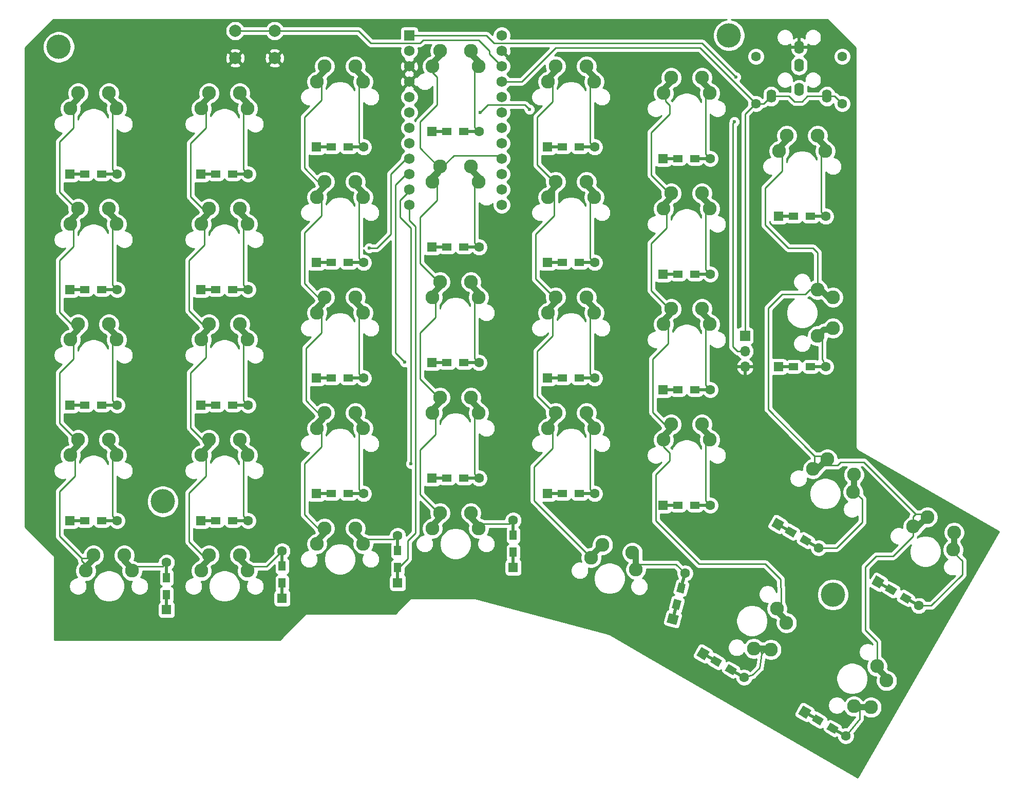
<source format=gtl>
G04 #@! TF.GenerationSoftware,KiCad,Pcbnew,(5.1.5)-3*
G04 #@! TF.CreationDate,2020-06-28T12:13:29+08:00*
G04 #@! TF.ProjectId,redox_rev1,7265646f-785f-4726-9576-312e6b696361,1.0*
G04 #@! TF.SameCoordinates,Original*
G04 #@! TF.FileFunction,Copper,L1,Top*
G04 #@! TF.FilePolarity,Positive*
%FSLAX46Y46*%
G04 Gerber Fmt 4.6, Leading zero omitted, Abs format (unit mm)*
G04 Created by KiCad (PCBNEW (5.1.5)-3) date 2020-06-28 12:13:29*
%MOMM*%
%LPD*%
G04 APERTURE LIST*
%ADD10R,1.700000X1.700000*%
%ADD11O,1.700000X1.700000*%
%ADD12R,2.900000X0.500000*%
%ADD13R,1.600000X1.600000*%
%ADD14C,1.600000*%
%ADD15R,1.600000X1.200000*%
%ADD16C,0.100000*%
%ADD17R,0.500000X2.900000*%
%ADD18R,1.200000X1.600000*%
%ADD19C,2.286000*%
%ADD20C,2.000000*%
%ADD21O,1.600000X2.200000*%
%ADD22R,1.752600X1.752600*%
%ADD23C,1.752600*%
%ADD24C,4.000000*%
%ADD25C,0.600000*%
%ADD26C,0.254000*%
%ADD27C,1.016000*%
G04 APERTURE END LIST*
D10*
X198882000Y-101600000D03*
D11*
X198882000Y-104140000D03*
X198882000Y-106680000D03*
D12*
X129580000Y-108585000D03*
X134580000Y-108585000D03*
D13*
X128180000Y-108585000D03*
D14*
X135980000Y-108585000D03*
D15*
X133480000Y-108585000D03*
X130680000Y-108585000D03*
D12*
X88940000Y-74930000D03*
X93940000Y-74930000D03*
D13*
X87540000Y-74930000D03*
D14*
X95340000Y-74930000D03*
D15*
X92840000Y-74930000D03*
X90040000Y-74930000D03*
D12*
X110530000Y-74930000D03*
X115530000Y-74930000D03*
D13*
X109130000Y-74930000D03*
D14*
X116930000Y-74930000D03*
D15*
X114430000Y-74930000D03*
X111630000Y-74930000D03*
D12*
X129580000Y-70485000D03*
X134580000Y-70485000D03*
D13*
X128180000Y-70485000D03*
D14*
X135980000Y-70485000D03*
D15*
X133480000Y-70485000D03*
X130680000Y-70485000D03*
D12*
X148630000Y-67945000D03*
X153630000Y-67945000D03*
D13*
X147230000Y-67945000D03*
D14*
X155030000Y-67945000D03*
D15*
X152530000Y-67945000D03*
X149730000Y-67945000D03*
D12*
X167680000Y-70485000D03*
X172680000Y-70485000D03*
D13*
X166280000Y-70485000D03*
D14*
X174080000Y-70485000D03*
D15*
X171580000Y-70485000D03*
X168780000Y-70485000D03*
D12*
X186730000Y-72390000D03*
X191730000Y-72390000D03*
D13*
X185330000Y-72390000D03*
D14*
X193130000Y-72390000D03*
D15*
X190630000Y-72390000D03*
X187830000Y-72390000D03*
D12*
X205780000Y-81915000D03*
X210780000Y-81915000D03*
D13*
X204380000Y-81915000D03*
D14*
X212180000Y-81915000D03*
D15*
X209680000Y-81915000D03*
X206880000Y-81915000D03*
D12*
X88940000Y-93980000D03*
X93940000Y-93980000D03*
D13*
X87540000Y-93980000D03*
D14*
X95340000Y-93980000D03*
D15*
X92840000Y-93980000D03*
X90040000Y-93980000D03*
D12*
X110530000Y-93980000D03*
X115530000Y-93980000D03*
D13*
X109130000Y-93980000D03*
D14*
X116930000Y-93980000D03*
D15*
X114430000Y-93980000D03*
X111630000Y-93980000D03*
D12*
X129580000Y-89535000D03*
X134580000Y-89535000D03*
D13*
X128180000Y-89535000D03*
D14*
X135980000Y-89535000D03*
D15*
X133480000Y-89535000D03*
X130680000Y-89535000D03*
D12*
X148630000Y-86995000D03*
X153630000Y-86995000D03*
D13*
X147230000Y-86995000D03*
D14*
X155030000Y-86995000D03*
D15*
X152530000Y-86995000D03*
X149730000Y-86995000D03*
D12*
X167680000Y-89535000D03*
X172680000Y-89535000D03*
D13*
X166280000Y-89535000D03*
D14*
X174080000Y-89535000D03*
D15*
X171580000Y-89535000D03*
X168780000Y-89535000D03*
D12*
X186730000Y-91440000D03*
X191730000Y-91440000D03*
D13*
X185330000Y-91440000D03*
D14*
X193130000Y-91440000D03*
D15*
X190630000Y-91440000D03*
X187830000Y-91440000D03*
D12*
X205780000Y-106680000D03*
X210780000Y-106680000D03*
D13*
X204380000Y-106680000D03*
D14*
X212180000Y-106680000D03*
D15*
X209680000Y-106680000D03*
X206880000Y-106680000D03*
D12*
X88940000Y-113030000D03*
X93940000Y-113030000D03*
D13*
X87540000Y-113030000D03*
D14*
X95340000Y-113030000D03*
D15*
X92840000Y-113030000D03*
X90040000Y-113030000D03*
D12*
X110530000Y-113030000D03*
X115530000Y-113030000D03*
D13*
X109130000Y-113030000D03*
D14*
X116930000Y-113030000D03*
D15*
X114430000Y-113030000D03*
X111630000Y-113030000D03*
D12*
X148630000Y-106045000D03*
X153630000Y-106045000D03*
D13*
X147230000Y-106045000D03*
D14*
X155030000Y-106045000D03*
D15*
X152530000Y-106045000D03*
X149730000Y-106045000D03*
D12*
X167680000Y-108585000D03*
X172680000Y-108585000D03*
D13*
X166280000Y-108585000D03*
D14*
X174080000Y-108585000D03*
D15*
X171580000Y-108585000D03*
X168780000Y-108585000D03*
D12*
X186730000Y-110490000D03*
X191730000Y-110490000D03*
D13*
X185330000Y-110490000D03*
D14*
X193130000Y-110490000D03*
D15*
X190630000Y-110490000D03*
X187830000Y-110490000D03*
G04 #@! TA.AperFunction,Conductor*
D16*
G36*
X206860673Y-133878494D02*
G01*
X206610673Y-134311506D01*
X204099199Y-132861506D01*
X204349199Y-132428494D01*
X206860673Y-133878494D01*
G37*
G04 #@! TD.AperFunction*
G04 #@! TA.AperFunction,Conductor*
G36*
X211190801Y-136378494D02*
G01*
X210940801Y-136811506D01*
X208429327Y-135361506D01*
X208679327Y-134928494D01*
X211190801Y-136378494D01*
G37*
G04 #@! TD.AperFunction*
G04 #@! TA.AperFunction,ComponentPad*
G36*
X205360321Y-132377180D02*
G01*
X204560321Y-133762820D01*
X203174681Y-132962820D01*
X203974681Y-131577180D01*
X205360321Y-132377180D01*
G37*
G04 #@! TD.AperFunction*
D14*
X211022499Y-136570000D03*
G04 #@! TA.AperFunction,SMDPad,CuDef*
D16*
G36*
X209850256Y-135200385D02*
G01*
X209250256Y-136239615D01*
X207864616Y-135439615D01*
X208464616Y-134400385D01*
X209850256Y-135200385D01*
G37*
G04 #@! TD.AperFunction*
G04 #@! TA.AperFunction,SMDPad,CuDef*
G36*
X207425384Y-133800385D02*
G01*
X206825384Y-134839615D01*
X205439744Y-134039615D01*
X206039744Y-133000385D01*
X207425384Y-133800385D01*
G37*
G04 #@! TD.AperFunction*
D12*
X88940000Y-132080000D03*
X93940000Y-132080000D03*
D13*
X87540000Y-132080000D03*
D14*
X95340000Y-132080000D03*
D15*
X92840000Y-132080000D03*
X90040000Y-132080000D03*
D12*
X110530000Y-132080000D03*
X115530000Y-132080000D03*
D13*
X109130000Y-132080000D03*
D14*
X116930000Y-132080000D03*
D15*
X114430000Y-132080000D03*
X111630000Y-132080000D03*
D12*
X129580000Y-127635000D03*
X134580000Y-127635000D03*
D13*
X128180000Y-127635000D03*
D14*
X135980000Y-127635000D03*
D15*
X133480000Y-127635000D03*
X130680000Y-127635000D03*
D12*
X148630000Y-125095000D03*
X153630000Y-125095000D03*
D13*
X147230000Y-125095000D03*
D14*
X155030000Y-125095000D03*
D15*
X152530000Y-125095000D03*
X149730000Y-125095000D03*
D12*
X167680000Y-127635000D03*
X172680000Y-127635000D03*
D13*
X166280000Y-127635000D03*
D14*
X174080000Y-127635000D03*
D15*
X171580000Y-127635000D03*
X168780000Y-127635000D03*
D12*
X186730000Y-129540000D03*
X191730000Y-129540000D03*
D13*
X185330000Y-129540000D03*
D14*
X193130000Y-129540000D03*
D15*
X190630000Y-129540000D03*
X187830000Y-129540000D03*
G04 #@! TA.AperFunction,Conductor*
D16*
G36*
X223370673Y-143403494D02*
G01*
X223120673Y-143836506D01*
X220609199Y-142386506D01*
X220859199Y-141953494D01*
X223370673Y-143403494D01*
G37*
G04 #@! TD.AperFunction*
G04 #@! TA.AperFunction,Conductor*
G36*
X227700801Y-145903494D02*
G01*
X227450801Y-146336506D01*
X224939327Y-144886506D01*
X225189327Y-144453494D01*
X227700801Y-145903494D01*
G37*
G04 #@! TD.AperFunction*
G04 #@! TA.AperFunction,ComponentPad*
G36*
X221870321Y-141902180D02*
G01*
X221070321Y-143287820D01*
X219684681Y-142487820D01*
X220484681Y-141102180D01*
X221870321Y-141902180D01*
G37*
G04 #@! TD.AperFunction*
D14*
X227532499Y-146095000D03*
G04 #@! TA.AperFunction,SMDPad,CuDef*
D16*
G36*
X226360256Y-144725385D02*
G01*
X225760256Y-145764615D01*
X224374616Y-144964615D01*
X224974616Y-143925385D01*
X226360256Y-144725385D01*
G37*
G04 #@! TD.AperFunction*
G04 #@! TA.AperFunction,SMDPad,CuDef*
G36*
X223935384Y-143325385D02*
G01*
X223335384Y-144364615D01*
X221949744Y-143564615D01*
X222549744Y-142525385D01*
X223935384Y-143325385D01*
G37*
G04 #@! TD.AperFunction*
D17*
X103505000Y-145375000D03*
X103505000Y-140375000D03*
D13*
X103505000Y-146775000D03*
D14*
X103505000Y-138975000D03*
D18*
X103505000Y-141475000D03*
X103505000Y-144275000D03*
D17*
X122555000Y-143470000D03*
X122555000Y-138470000D03*
D13*
X122555000Y-144870000D03*
D14*
X122555000Y-137070000D03*
D18*
X122555000Y-139570000D03*
X122555000Y-142370000D03*
D17*
X141605000Y-140930000D03*
X141605000Y-135930000D03*
D13*
X141605000Y-142330000D03*
D14*
X141605000Y-134530000D03*
D18*
X141605000Y-137030000D03*
X141605000Y-139830000D03*
D17*
X160655000Y-138390000D03*
X160655000Y-133390000D03*
D13*
X160655000Y-139790000D03*
D14*
X160655000Y-131990000D03*
D18*
X160655000Y-134490000D03*
X160655000Y-137290000D03*
G04 #@! TA.AperFunction,Conductor*
D16*
G36*
X187446758Y-145475518D02*
G01*
X187929721Y-145604927D01*
X187179146Y-148406112D01*
X186696183Y-148276703D01*
X187446758Y-145475518D01*
G37*
G04 #@! TD.AperFunction*
G04 #@! TA.AperFunction,Conductor*
G36*
X188740854Y-140645888D02*
G01*
X189223817Y-140775297D01*
X188473242Y-143576482D01*
X187990279Y-143447073D01*
X188740854Y-140645888D01*
G37*
G04 #@! TD.AperFunction*
G04 #@! TA.AperFunction,ComponentPad*
G36*
X186384921Y-147313315D02*
G01*
X187930402Y-147727426D01*
X187516291Y-149272907D01*
X185970810Y-148858796D01*
X186384921Y-147313315D01*
G37*
G04 #@! TD.AperFunction*
D14*
X188969394Y-140758889D03*
G04 #@! TA.AperFunction,SMDPad,CuDef*
D16*
G36*
X187949847Y-142245672D02*
G01*
X189108958Y-142556255D01*
X188694847Y-144101736D01*
X187535736Y-143791153D01*
X187949847Y-142245672D01*
G37*
G04 #@! TD.AperFunction*
G04 #@! TA.AperFunction,SMDPad,CuDef*
G36*
X187225153Y-144950264D02*
G01*
X188384264Y-145260847D01*
X187970153Y-146806328D01*
X186811042Y-146495745D01*
X187225153Y-144950264D01*
G37*
G04 #@! TD.AperFunction*
G04 #@! TA.AperFunction,Conductor*
G36*
X194541673Y-155214494D02*
G01*
X194291673Y-155647506D01*
X191780199Y-154197506D01*
X192030199Y-153764494D01*
X194541673Y-155214494D01*
G37*
G04 #@! TD.AperFunction*
G04 #@! TA.AperFunction,Conductor*
G36*
X198871801Y-157714494D02*
G01*
X198621801Y-158147506D01*
X196110327Y-156697506D01*
X196360327Y-156264494D01*
X198871801Y-157714494D01*
G37*
G04 #@! TD.AperFunction*
G04 #@! TA.AperFunction,ComponentPad*
G36*
X193041321Y-153713180D02*
G01*
X192241321Y-155098820D01*
X190855681Y-154298820D01*
X191655681Y-152913180D01*
X193041321Y-153713180D01*
G37*
G04 #@! TD.AperFunction*
D14*
X198703499Y-157906000D03*
G04 #@! TA.AperFunction,SMDPad,CuDef*
D16*
G36*
X197531256Y-156536385D02*
G01*
X196931256Y-157575615D01*
X195545616Y-156775615D01*
X196145616Y-155736385D01*
X197531256Y-156536385D01*
G37*
G04 #@! TD.AperFunction*
G04 #@! TA.AperFunction,SMDPad,CuDef*
G36*
X195106384Y-155136385D02*
G01*
X194506384Y-156175615D01*
X193120744Y-155375615D01*
X193720744Y-154336385D01*
X195106384Y-155136385D01*
G37*
G04 #@! TD.AperFunction*
G04 #@! TA.AperFunction,Conductor*
G36*
X211305673Y-164866494D02*
G01*
X211055673Y-165299506D01*
X208544199Y-163849506D01*
X208794199Y-163416494D01*
X211305673Y-164866494D01*
G37*
G04 #@! TD.AperFunction*
G04 #@! TA.AperFunction,Conductor*
G36*
X215635801Y-167366494D02*
G01*
X215385801Y-167799506D01*
X212874327Y-166349506D01*
X213124327Y-165916494D01*
X215635801Y-167366494D01*
G37*
G04 #@! TD.AperFunction*
G04 #@! TA.AperFunction,ComponentPad*
G36*
X209805321Y-163365180D02*
G01*
X209005321Y-164750820D01*
X207619681Y-163950820D01*
X208419681Y-162565180D01*
X209805321Y-163365180D01*
G37*
G04 #@! TD.AperFunction*
D14*
X215467499Y-167558000D03*
G04 #@! TA.AperFunction,SMDPad,CuDef*
D16*
G36*
X214295256Y-166188385D02*
G01*
X213695256Y-167227615D01*
X212309616Y-166427615D01*
X212909616Y-165388385D01*
X214295256Y-166188385D01*
G37*
G04 #@! TD.AperFunction*
G04 #@! TA.AperFunction,SMDPad,CuDef*
G36*
X211870384Y-164788385D02*
G01*
X211270384Y-165827615D01*
X209884744Y-165027615D01*
X210484744Y-163988385D01*
X211870384Y-164788385D01*
G37*
G04 #@! TD.AperFunction*
D19*
X87630000Y-64135000D03*
X93980000Y-61595000D03*
X88900000Y-61595000D03*
X95250000Y-64135000D03*
X173507223Y-138165448D03*
X180298252Y-137355497D03*
X175391349Y-136040696D03*
X180867578Y-140137649D03*
X87630000Y-121285000D03*
X93980000Y-118745000D03*
X88900000Y-118745000D03*
X95250000Y-121285000D03*
X87630000Y-102235000D03*
X93980000Y-99695000D03*
X88900000Y-99695000D03*
X95250000Y-102235000D03*
X87630000Y-83185000D03*
X93980000Y-80645000D03*
X88900000Y-80645000D03*
X95250000Y-83185000D03*
X226570443Y-133055295D03*
X233339705Y-134030591D03*
X228940295Y-131490591D03*
X233169557Y-136865295D03*
X147320000Y-133350000D03*
X153670000Y-130810000D03*
X148590000Y-130810000D03*
X154940000Y-133350000D03*
X128270000Y-135890000D03*
X134620000Y-133350000D03*
X129540000Y-133350000D03*
X135890000Y-135890000D03*
X109220000Y-140335000D03*
X115570000Y-137795000D03*
X110490000Y-137795000D03*
X116840000Y-140335000D03*
X90170000Y-140335000D03*
X96520000Y-137795000D03*
X91440000Y-137795000D03*
X97790000Y-140335000D03*
X185420000Y-118745000D03*
X191770000Y-116205000D03*
X186690000Y-116205000D03*
X193040000Y-118745000D03*
X166370000Y-116840000D03*
X172720000Y-114300000D03*
X167640000Y-114300000D03*
X173990000Y-116840000D03*
X147320000Y-114300000D03*
X153670000Y-111760000D03*
X148590000Y-111760000D03*
X154940000Y-114300000D03*
X128270000Y-116840000D03*
X134620000Y-114300000D03*
X129540000Y-114300000D03*
X135890000Y-116840000D03*
X109220000Y-121285000D03*
X115570000Y-118745000D03*
X110490000Y-118745000D03*
X116840000Y-121285000D03*
X210060443Y-123530295D03*
X216829705Y-124505591D03*
X212430295Y-121965591D03*
X216659557Y-127340295D03*
X185420000Y-99695000D03*
X191770000Y-97155000D03*
X186690000Y-97155000D03*
X193040000Y-99695000D03*
X166370000Y-97790000D03*
X172720000Y-95250000D03*
X167640000Y-95250000D03*
X173990000Y-97790000D03*
X147320000Y-95250000D03*
X153670000Y-92710000D03*
X148590000Y-92710000D03*
X154940000Y-95250000D03*
X128270000Y-97790000D03*
X134620000Y-95250000D03*
X129540000Y-95250000D03*
X135890000Y-97790000D03*
X109220000Y-102235000D03*
X115570000Y-99695000D03*
X110490000Y-99695000D03*
X116840000Y-102235000D03*
X185420000Y-80645000D03*
X191770000Y-78105000D03*
X186690000Y-78105000D03*
X193040000Y-80645000D03*
X166370000Y-78740000D03*
X172720000Y-76200000D03*
X167640000Y-76200000D03*
X173990000Y-78740000D03*
X147320000Y-76200000D03*
X153670000Y-73660000D03*
X148590000Y-73660000D03*
X154940000Y-76200000D03*
X128270000Y-78740000D03*
X134620000Y-76200000D03*
X129540000Y-76200000D03*
X135890000Y-78740000D03*
X109220000Y-83185000D03*
X115570000Y-80645000D03*
X110490000Y-80645000D03*
X116840000Y-83185000D03*
X204470000Y-71120000D03*
X210820000Y-68580000D03*
X205740000Y-68580000D03*
X212090000Y-71120000D03*
X185420000Y-61595000D03*
X191770000Y-59055000D03*
X186690000Y-59055000D03*
X193040000Y-61595000D03*
X166370000Y-59690000D03*
X172720000Y-57150000D03*
X167640000Y-57150000D03*
X173990000Y-59690000D03*
X147320000Y-57150000D03*
X153670000Y-54610000D03*
X148590000Y-54610000D03*
X154940000Y-57150000D03*
X128270000Y-59690000D03*
X134620000Y-57150000D03*
X129540000Y-57150000D03*
X135890000Y-59690000D03*
X109220000Y-64135000D03*
X115570000Y-61595000D03*
X110490000Y-61595000D03*
X116840000Y-64135000D03*
X210820000Y-93980000D03*
X213360000Y-100330000D03*
X213360000Y-95250000D03*
X210820000Y-101600000D03*
X220639705Y-156085443D03*
X219664409Y-162854705D03*
X222204409Y-158455295D03*
X216829705Y-162684557D03*
X204129705Y-146560443D03*
X203154409Y-153329705D03*
X205694409Y-148930295D03*
X200319705Y-153159557D03*
D14*
X200660000Y-63336000D03*
X200660000Y-55536000D03*
X214884000Y-63336000D03*
X214884000Y-55536000D03*
D20*
X114808000Y-55808000D03*
X114808000Y-51308000D03*
X121308000Y-55808000D03*
X121308000Y-51308000D03*
D21*
X212372000Y-62100000D03*
X203172000Y-62100000D03*
X207772000Y-61000000D03*
X207772000Y-54000000D03*
X207772000Y-57000000D03*
D22*
X143510000Y-52070000D03*
D23*
X143510000Y-54610000D03*
X143510000Y-57150000D03*
X143510000Y-59690000D03*
X143510000Y-62230000D03*
X143510000Y-64770000D03*
X143510000Y-67310000D03*
X143510000Y-69850000D03*
X143510000Y-72390000D03*
X143510000Y-74930000D03*
X143510000Y-77470000D03*
X158750000Y-80010000D03*
X158750000Y-77470000D03*
X158750000Y-74930000D03*
X158750000Y-72390000D03*
X158750000Y-69850000D03*
X158750000Y-67310000D03*
X158750000Y-64770000D03*
X158750000Y-62230000D03*
X158750000Y-59690000D03*
X158750000Y-57150000D03*
X158750000Y-54610000D03*
X143510000Y-80010000D03*
X158750000Y-52070000D03*
D24*
X213360000Y-144272000D03*
X85725000Y-53975000D03*
X102870000Y-128905000D03*
X196215000Y-52070000D03*
D25*
X136906000Y-87122000D03*
X142748000Y-105918000D03*
X143764000Y-122682000D03*
X163322000Y-64262000D03*
X155194000Y-64770000D03*
X197104000Y-66294000D03*
X197358000Y-58928000D03*
D26*
X94595000Y-63405000D02*
X94595000Y-74185000D01*
X94595000Y-74185000D02*
X95340000Y-74930000D01*
D27*
X95250000Y-63500000D02*
X95250000Y-64135000D01*
X93980000Y-61595000D02*
X93980000Y-62230000D01*
X93980000Y-62230000D02*
X95250000Y-63500000D01*
D26*
X116185000Y-63405000D02*
X116185000Y-74185000D01*
X116185000Y-74185000D02*
X116930000Y-74930000D01*
D27*
X116840000Y-63246000D02*
X116840000Y-64135000D01*
X115570000Y-61595000D02*
X115570000Y-61976000D01*
X115570000Y-61976000D02*
X116840000Y-63246000D01*
D26*
X135235000Y-58960000D02*
X135235000Y-69740000D01*
X135235000Y-69740000D02*
X135980000Y-70485000D01*
D27*
X135890000Y-58928000D02*
X135890000Y-59690000D01*
X134620000Y-57150000D02*
X134620000Y-57658000D01*
X134620000Y-57658000D02*
X135890000Y-58928000D01*
D26*
X154285000Y-56420000D02*
X154285000Y-67200000D01*
X154285000Y-67200000D02*
X155030000Y-67945000D01*
D27*
X154940000Y-56388000D02*
X154940000Y-57150000D01*
X153670000Y-54610000D02*
X153670000Y-55118000D01*
X153670000Y-55118000D02*
X154940000Y-56388000D01*
D26*
X173335000Y-58960000D02*
X173335000Y-69740000D01*
X173335000Y-69740000D02*
X174080000Y-70485000D01*
D27*
X173990000Y-58928000D02*
X173990000Y-59690000D01*
X172720000Y-57150000D02*
X172720000Y-57658000D01*
X172720000Y-57658000D02*
X173990000Y-58928000D01*
D26*
X192385000Y-60865000D02*
X192385000Y-71645000D01*
X192385000Y-71645000D02*
X193130000Y-72390000D01*
D27*
X193040000Y-60960000D02*
X193040000Y-61595000D01*
X191770000Y-59055000D02*
X191770000Y-59690000D01*
X191770000Y-59690000D02*
X193040000Y-60960000D01*
D26*
X211435000Y-70390000D02*
X211435000Y-81170000D01*
X211435000Y-81170000D02*
X212180000Y-81915000D01*
D27*
X212090000Y-70358000D02*
X212090000Y-71120000D01*
X210820000Y-68580000D02*
X210820000Y-69088000D01*
X210820000Y-69088000D02*
X212090000Y-70358000D01*
D26*
X94595000Y-82455000D02*
X94595000Y-93235000D01*
X94595000Y-93235000D02*
X95340000Y-93980000D01*
D27*
X95250000Y-83185000D02*
X95250000Y-82804000D01*
X93980000Y-81280000D02*
X93980000Y-80645000D01*
X95250000Y-83185000D02*
X95250000Y-82550000D01*
X95250000Y-82550000D02*
X93980000Y-81280000D01*
D26*
X143510000Y-72390000D02*
X143002000Y-72390000D01*
X143002000Y-72390000D02*
X140462000Y-74930000D01*
X140462000Y-74930000D02*
X140462000Y-84836000D01*
X140462000Y-84836000D02*
X138176000Y-87122000D01*
X138176000Y-87122000D02*
X136906000Y-87122000D01*
X116185000Y-82455000D02*
X116185000Y-93235000D01*
X116185000Y-93235000D02*
X116930000Y-93980000D01*
D27*
X115570000Y-81026000D02*
X115570000Y-81280000D01*
X115570000Y-80645000D02*
X115570000Y-81026000D01*
X115570000Y-80645000D02*
X115570000Y-81280000D01*
X116840000Y-82550000D02*
X116840000Y-83185000D01*
X115570000Y-81280000D02*
X116840000Y-82550000D01*
D26*
X135235000Y-78010000D02*
X135235000Y-88790000D01*
X135235000Y-88790000D02*
X135980000Y-89535000D01*
D27*
X135890000Y-77978000D02*
X135890000Y-78740000D01*
X134620000Y-76200000D02*
X134620000Y-76708000D01*
X134620000Y-76708000D02*
X135890000Y-77978000D01*
D26*
X154285000Y-75470000D02*
X154285000Y-86250000D01*
X154285000Y-86250000D02*
X155030000Y-86995000D01*
D27*
X154940000Y-75438000D02*
X154940000Y-76200000D01*
X153670000Y-73660000D02*
X153670000Y-74168000D01*
X153670000Y-74168000D02*
X154940000Y-75438000D01*
D26*
X173335000Y-78010000D02*
X173335000Y-88790000D01*
X173335000Y-88790000D02*
X174080000Y-89535000D01*
D27*
X172720000Y-76454000D02*
X172720000Y-76200000D01*
X172720000Y-76200000D02*
X172720000Y-76708000D01*
X173990000Y-77978000D02*
X173990000Y-78740000D01*
X172720000Y-76708000D02*
X173990000Y-77978000D01*
D26*
X192385000Y-79915000D02*
X192385000Y-90695000D01*
X192385000Y-90695000D02*
X193130000Y-91440000D01*
D27*
X193040000Y-80010000D02*
X193040000Y-80645000D01*
X191770000Y-78105000D02*
X191770000Y-78740000D01*
X191770000Y-78740000D02*
X193040000Y-80010000D01*
D26*
X211550000Y-100945000D02*
X211550000Y-105415000D01*
X211550000Y-105415000D02*
X212180000Y-106680000D01*
D27*
X210820000Y-101600000D02*
X210820000Y-101346000D01*
X213106000Y-100584000D02*
X213360000Y-100330000D01*
X210820000Y-101600000D02*
X211836000Y-100584000D01*
X211836000Y-100584000D02*
X213106000Y-100584000D01*
D26*
X94595000Y-101505000D02*
X94595000Y-112285000D01*
X94595000Y-112285000D02*
X95340000Y-113030000D01*
D27*
X95250000Y-102235000D02*
X95250000Y-101854000D01*
X95250000Y-102235000D02*
X95250000Y-101600000D01*
X93980000Y-100330000D02*
X93980000Y-99695000D01*
X95250000Y-101600000D02*
X93980000Y-100330000D01*
D26*
X143510000Y-74930000D02*
X143002000Y-74930000D01*
X143002000Y-74930000D02*
X141224000Y-76708000D01*
X141224000Y-76708000D02*
X141224000Y-104394000D01*
X141224000Y-104394000D02*
X142748000Y-105918000D01*
X116185000Y-101505000D02*
X116185000Y-112285000D01*
X116185000Y-112285000D02*
X116930000Y-113030000D01*
D27*
X116840000Y-102235000D02*
X116840000Y-101854000D01*
X116840000Y-102235000D02*
X116840000Y-101600000D01*
X115570000Y-100330000D02*
X115570000Y-99695000D01*
X116840000Y-101600000D02*
X115570000Y-100330000D01*
D26*
X135235000Y-97060000D02*
X135235000Y-107840000D01*
X135235000Y-107840000D02*
X135980000Y-108585000D01*
D27*
X134620000Y-96012000D02*
X134620000Y-95250000D01*
X135890000Y-97790000D02*
X135890000Y-97282000D01*
X135890000Y-97282000D02*
X134620000Y-96012000D01*
D26*
X154285000Y-94520000D02*
X154285000Y-105300000D01*
X154285000Y-105300000D02*
X155030000Y-106045000D01*
D27*
X154940000Y-94488000D02*
X154940000Y-95250000D01*
X153670000Y-92710000D02*
X153670000Y-93218000D01*
X153670000Y-93218000D02*
X154940000Y-94488000D01*
D26*
X173335000Y-97060000D02*
X173335000Y-107840000D01*
X173335000Y-107840000D02*
X174080000Y-108585000D01*
D27*
X173990000Y-97028000D02*
X173990000Y-97790000D01*
X172720000Y-95250000D02*
X172720000Y-95758000D01*
X172720000Y-95758000D02*
X173990000Y-97028000D01*
D26*
X192385000Y-98965000D02*
X192385000Y-109745000D01*
X192385000Y-109745000D02*
X193130000Y-110490000D01*
D27*
X191770000Y-97155000D02*
X191770000Y-97536000D01*
X193040000Y-99060000D02*
X193040000Y-99695000D01*
X191770000Y-97155000D02*
X191770000Y-97790000D01*
X191770000Y-97790000D02*
X193040000Y-99060000D01*
D26*
X216457310Y-126380597D02*
X216457310Y-126795310D01*
X216457310Y-126795310D02*
X218186000Y-128524000D01*
X218186000Y-128524000D02*
X218186000Y-132334000D01*
X218186000Y-132334000D02*
X213950000Y-136570000D01*
X213950000Y-136570000D02*
X211022499Y-136570000D01*
D27*
X216829705Y-127170147D02*
X216659557Y-127340295D01*
X216829705Y-124505591D02*
X216829705Y-127170147D01*
D26*
X94595000Y-120555000D02*
X94595000Y-131335000D01*
X94595000Y-131335000D02*
X95340000Y-132080000D01*
D27*
X95250000Y-120650000D02*
X95250000Y-121285000D01*
X93980000Y-118745000D02*
X93980000Y-119380000D01*
X93980000Y-119380000D02*
X95250000Y-120650000D01*
D26*
X143510000Y-77470000D02*
X143510000Y-77724000D01*
X143510000Y-77724000D02*
X141986000Y-79248000D01*
X141986000Y-79248000D02*
X141986000Y-82042000D01*
X141986000Y-82042000D02*
X143764000Y-83820000D01*
X143764000Y-83820000D02*
X143764000Y-122682000D01*
X116185000Y-120555000D02*
X116185000Y-131335000D01*
X116185000Y-131335000D02*
X116930000Y-132080000D01*
D27*
X115570000Y-118745000D02*
X115570000Y-119126000D01*
X116840000Y-120650000D02*
X116840000Y-121285000D01*
X115570000Y-118745000D02*
X115570000Y-119380000D01*
X115570000Y-119380000D02*
X116840000Y-120650000D01*
D26*
X135235000Y-116110000D02*
X135235000Y-126890000D01*
X135235000Y-126890000D02*
X135980000Y-127635000D01*
D27*
X134620000Y-114300000D02*
X134620000Y-115062000D01*
X135890000Y-116332000D02*
X135890000Y-116840000D01*
X134620000Y-115062000D02*
X135890000Y-116332000D01*
D26*
X154285000Y-113570000D02*
X154285000Y-124350000D01*
X154285000Y-124350000D02*
X155030000Y-125095000D01*
D27*
X154940000Y-113538000D02*
X154940000Y-114300000D01*
X153670000Y-111760000D02*
X153670000Y-112268000D01*
X153670000Y-112268000D02*
X154940000Y-113538000D01*
D26*
X173335000Y-116110000D02*
X173335000Y-126890000D01*
X173335000Y-126890000D02*
X174080000Y-127635000D01*
D27*
X172720000Y-115062000D02*
X172720000Y-114300000D01*
X173990000Y-116840000D02*
X173990000Y-116332000D01*
X173990000Y-116332000D02*
X172720000Y-115062000D01*
D26*
X192385000Y-118015000D02*
X192385000Y-128795000D01*
X192385000Y-128795000D02*
X193130000Y-129540000D01*
D27*
X191770000Y-116840000D02*
X191770000Y-116205000D01*
X193040000Y-118745000D02*
X193040000Y-118110000D01*
X193040000Y-118110000D02*
X191770000Y-116840000D01*
D26*
X232967310Y-135905597D02*
X232967310Y-136955310D01*
X232967310Y-136955310D02*
X234696000Y-138684000D01*
X234696000Y-138684000D02*
X234696000Y-140970000D01*
X234696000Y-140970000D02*
X229571000Y-146095000D01*
X229571000Y-146095000D02*
X227532499Y-146095000D01*
D27*
X233339705Y-136695147D02*
X233169557Y-136865295D01*
X233339705Y-134030591D02*
X233339705Y-136695147D01*
D26*
X97135000Y-139605000D02*
X102875000Y-139605000D01*
X102875000Y-139605000D02*
X103505000Y-138975000D01*
D27*
X97790000Y-140335000D02*
X97790000Y-139954000D01*
X96520000Y-138684000D02*
X96520000Y-137795000D01*
X97790000Y-139954000D02*
X96520000Y-138684000D01*
D26*
X143510000Y-80010000D02*
X143510000Y-82550000D01*
X143256000Y-138354000D02*
X141605000Y-140005000D01*
X143256000Y-135382000D02*
X143256000Y-138354000D01*
X144526000Y-134112000D02*
X143256000Y-135382000D01*
X144526000Y-83566000D02*
X144526000Y-134112000D01*
X143510000Y-82550000D02*
X144526000Y-83566000D01*
X116185000Y-139605000D02*
X120020000Y-139605000D01*
X120020000Y-139605000D02*
X122555000Y-137070000D01*
D27*
X116840000Y-140335000D02*
X116840000Y-139954000D01*
X115570000Y-138430000D02*
X115570000Y-137795000D01*
X116840000Y-140335000D02*
X116840000Y-139700000D01*
X116840000Y-139700000D02*
X115570000Y-138430000D01*
D26*
X135235000Y-135160000D02*
X140975000Y-135160000D01*
X140975000Y-135160000D02*
X141605000Y-134530000D01*
D27*
X134620000Y-133350000D02*
X134620000Y-134112000D01*
X135890000Y-135382000D02*
X135890000Y-135890000D01*
X134620000Y-134112000D02*
X135890000Y-135382000D01*
D26*
X160025000Y-132620000D02*
X160655000Y-131990000D01*
X154285000Y-132620000D02*
X160025000Y-132620000D01*
D27*
X153670000Y-131572000D02*
X153670000Y-130810000D01*
X154940000Y-133350000D02*
X154940000Y-132842000D01*
X154940000Y-132842000D02*
X153670000Y-131572000D01*
D26*
X180423834Y-139262997D02*
X187473502Y-139262997D01*
X187473502Y-139262997D02*
X188969394Y-140758889D01*
X180423834Y-139262997D02*
X180423834Y-139275834D01*
D27*
X180867578Y-137924823D02*
X180298252Y-137355497D01*
X180867578Y-140137649D02*
X180867578Y-137924823D01*
D26*
X200107000Y-157525000D02*
X198703499Y-157906000D01*
X201279403Y-156352597D02*
X200107000Y-157525000D01*
X202270295Y-153329705D02*
X201612500Y-153987500D01*
X203154409Y-153329705D02*
X202270295Y-153329705D01*
X201279403Y-152957310D02*
X201612500Y-153987500D01*
X201612500Y-153987500D02*
X201279403Y-156352597D01*
D27*
X202984261Y-153159557D02*
X203154409Y-153329705D01*
X200319705Y-153159557D02*
X202984261Y-153159557D01*
D26*
X217789403Y-162482310D02*
X217789403Y-164728096D01*
X217789403Y-164728096D02*
X215467499Y-167558000D01*
D27*
X216999853Y-162854705D02*
X216829705Y-162684557D01*
X219664409Y-162854705D02*
X216999853Y-162854705D01*
D26*
X88920000Y-80935000D02*
X88940000Y-81725000D01*
X88940000Y-81725000D02*
X88940000Y-81800000D01*
X88940000Y-81800000D02*
X88138000Y-82602000D01*
X88138000Y-86868000D02*
X85852000Y-89154000D01*
X85852000Y-97687000D02*
X88940000Y-100775000D01*
X88940000Y-100850000D02*
X88138000Y-101652000D01*
X88138000Y-101652000D02*
X88138000Y-105410000D01*
X85852000Y-107696000D02*
X85852000Y-115967000D01*
X85852000Y-127254000D02*
X85852000Y-134632000D01*
X85852000Y-134632000D02*
X89513125Y-138293125D01*
X88138000Y-105410000D02*
X85852000Y-107696000D01*
X88940000Y-119825000D02*
X88940000Y-119900000D01*
X88940000Y-100775000D02*
X88940000Y-100850000D01*
X88138000Y-82602000D02*
X88138000Y-86868000D01*
X85852000Y-89154000D02*
X85852000Y-97687000D01*
X88392000Y-124714000D02*
X85852000Y-127254000D01*
X85852000Y-115967000D02*
X88920000Y-119035000D01*
X88138000Y-67310000D02*
X85852000Y-69596000D01*
X88392000Y-120448000D02*
X88392000Y-124714000D01*
X88940000Y-119900000D02*
X88392000Y-120448000D01*
X88920000Y-119035000D02*
X88940000Y-119825000D01*
X85852000Y-77867000D02*
X88920000Y-80935000D01*
X85852000Y-69596000D02*
X85852000Y-77867000D01*
X88138000Y-63552000D02*
X88138000Y-67310000D01*
X89513125Y-138293125D02*
X90306875Y-138293125D01*
X90805000Y-137795000D02*
X91440000Y-137795000D01*
X90306875Y-138293125D02*
X90805000Y-137795000D01*
X89513125Y-138293125D02*
X89513125Y-138725625D01*
X90170000Y-139382500D02*
X90170000Y-140335000D01*
X89513125Y-138725625D02*
X90170000Y-139382500D01*
D27*
X88900000Y-62484000D02*
X88900000Y-61595000D01*
X87630000Y-64135000D02*
X87630000Y-63754000D01*
X87630000Y-63754000D02*
X88900000Y-62484000D01*
X88900000Y-81280000D02*
X88900000Y-80645000D01*
X87630000Y-83185000D02*
X87630000Y-82550000D01*
X87630000Y-82550000D02*
X88900000Y-81280000D01*
X88900000Y-100584000D02*
X88900000Y-99695000D01*
X87630000Y-102235000D02*
X87630000Y-101854000D01*
X87630000Y-101854000D02*
X88900000Y-100584000D01*
X88900000Y-119634000D02*
X88900000Y-118745000D01*
X87630000Y-121285000D02*
X87630000Y-120904000D01*
X87630000Y-120904000D02*
X88900000Y-119634000D01*
X91440000Y-138430000D02*
X91440000Y-137795000D01*
X90170000Y-140335000D02*
X90170000Y-139700000D01*
X90170000Y-139700000D02*
X91440000Y-138430000D01*
D26*
X110530000Y-119825000D02*
X110530000Y-119900000D01*
X110530000Y-119900000D02*
X109982000Y-120448000D01*
X109982000Y-120448000D02*
X109982000Y-124714000D01*
X109982000Y-124714000D02*
X107188000Y-127508000D01*
X107188000Y-127508000D02*
X107188000Y-135533000D01*
X107188000Y-135533000D02*
X110530000Y-138875000D01*
X110530000Y-100775000D02*
X110530000Y-100850000D01*
X110530000Y-100850000D02*
X109982000Y-101398000D01*
X109982000Y-101398000D02*
X109982000Y-105156000D01*
X109982000Y-105156000D02*
X107442000Y-107696000D01*
X107442000Y-107696000D02*
X107442000Y-116737000D01*
X107442000Y-116737000D02*
X110530000Y-119825000D01*
X110530000Y-81725000D02*
X110530000Y-81800000D01*
X110530000Y-81800000D02*
X109728000Y-82602000D01*
X109728000Y-82602000D02*
X109728000Y-86614000D01*
X109728000Y-86614000D02*
X107188000Y-89154000D01*
X107188000Y-89154000D02*
X107188000Y-97433000D01*
X107188000Y-97433000D02*
X110530000Y-100775000D01*
X110530000Y-62675000D02*
X110530000Y-62750000D01*
X109982000Y-63298000D02*
X109982000Y-67310000D01*
X109982000Y-67310000D02*
X107442000Y-69850000D01*
X107442000Y-69850000D02*
X107442000Y-78637000D01*
X107442000Y-78637000D02*
X110530000Y-81725000D01*
D27*
X109220000Y-63754000D02*
X109220000Y-64135000D01*
X110490000Y-62230000D02*
X110490000Y-61595000D01*
X109220000Y-64135000D02*
X109220000Y-63500000D01*
X109220000Y-63500000D02*
X110490000Y-62230000D01*
X110490000Y-81280000D02*
X110490000Y-80645000D01*
X109220000Y-83185000D02*
X109220000Y-82550000D01*
X109220000Y-82550000D02*
X110490000Y-81280000D01*
X110490000Y-100330000D02*
X110490000Y-99695000D01*
X109220000Y-102235000D02*
X109220000Y-101600000D01*
X109220000Y-101600000D02*
X110490000Y-100330000D01*
X110490000Y-119634000D02*
X110490000Y-118745000D01*
X109220000Y-121285000D02*
X109220000Y-120904000D01*
X109220000Y-120904000D02*
X110490000Y-119634000D01*
X110490000Y-138430000D02*
X110490000Y-137795000D01*
X109220000Y-140335000D02*
X109220000Y-139700000D01*
X109220000Y-139700000D02*
X110490000Y-138430000D01*
D26*
X129580000Y-115380000D02*
X129580000Y-115455000D01*
X129580000Y-115455000D02*
X129032000Y-116003000D01*
X129032000Y-116003000D02*
X129032000Y-119888000D01*
X129032000Y-119888000D02*
X126238000Y-122682000D01*
X126238000Y-122682000D02*
X126238000Y-131088000D01*
X126238000Y-131088000D02*
X129580000Y-134430000D01*
X129580000Y-96330000D02*
X129580000Y-96405000D01*
X129580000Y-96405000D02*
X129032000Y-96953000D01*
X129032000Y-96953000D02*
X129032000Y-101092000D01*
X129032000Y-101092000D02*
X126492000Y-103632000D01*
X126492000Y-103632000D02*
X126492000Y-112292000D01*
X126492000Y-112292000D02*
X129580000Y-115380000D01*
X129580000Y-77280000D02*
X129580000Y-77355000D01*
X129580000Y-77355000D02*
X129032000Y-77903000D01*
X129032000Y-77903000D02*
X129032000Y-81788000D01*
X129032000Y-81788000D02*
X126238000Y-84582000D01*
X126238000Y-84582000D02*
X126238000Y-92988000D01*
X126238000Y-92988000D02*
X129580000Y-96330000D01*
X129580000Y-58230000D02*
X129580000Y-58305000D01*
X129580000Y-58305000D02*
X129032000Y-58853000D01*
X129032000Y-58853000D02*
X129032000Y-62738000D01*
X129032000Y-62738000D02*
X126238000Y-65532000D01*
X126238000Y-65532000D02*
X126238000Y-73938000D01*
X126238000Y-73938000D02*
X129580000Y-77280000D01*
D27*
X129540000Y-57912000D02*
X129540000Y-57150000D01*
X128270000Y-59690000D02*
X128270000Y-59182000D01*
X128270000Y-59182000D02*
X129540000Y-57912000D01*
X129540000Y-76962000D02*
X129540000Y-76200000D01*
X128270000Y-78740000D02*
X128270000Y-78232000D01*
X128270000Y-78232000D02*
X129540000Y-76962000D01*
X129540000Y-95758000D02*
X129540000Y-95250000D01*
X128270000Y-97790000D02*
X128270000Y-97028000D01*
X128270000Y-97028000D02*
X129540000Y-95758000D01*
X129540000Y-114808000D02*
X129540000Y-114300000D01*
X128270000Y-116840000D02*
X128270000Y-116078000D01*
X128270000Y-116078000D02*
X129540000Y-114808000D01*
X129540000Y-134112000D02*
X129540000Y-133350000D01*
X128270000Y-135890000D02*
X128270000Y-135382000D01*
X128270000Y-135382000D02*
X129540000Y-134112000D01*
D26*
X148630000Y-74740000D02*
X148630000Y-74128000D01*
X148630000Y-74128000D02*
X150876000Y-71882000D01*
X150876000Y-71882000D02*
X158242000Y-71882000D01*
X158242000Y-71882000D02*
X158750000Y-72390000D01*
X148630000Y-112840000D02*
X148630000Y-112915000D01*
X148630000Y-112915000D02*
X147828000Y-113717000D01*
X147828000Y-113717000D02*
X147828000Y-117856000D01*
X147828000Y-117856000D02*
X145288000Y-120396000D01*
X145288000Y-120396000D02*
X145288000Y-127778000D01*
X145288000Y-127778000D02*
X148610000Y-131100000D01*
X148610000Y-131100000D02*
X148630000Y-131890000D01*
X148630000Y-93790000D02*
X148630000Y-93865000D01*
X148630000Y-93865000D02*
X147828000Y-94667000D01*
X147828000Y-94667000D02*
X147828000Y-98552000D01*
X147828000Y-98552000D02*
X145288000Y-101092000D01*
X145288000Y-101092000D02*
X145288000Y-108728000D01*
X145288000Y-108728000D02*
X148610000Y-112050000D01*
X148610000Y-112050000D02*
X148630000Y-112840000D01*
X148630000Y-74740000D02*
X148630000Y-74815000D01*
X148630000Y-74815000D02*
X148082000Y-75363000D01*
X148082000Y-75363000D02*
X148082000Y-79248000D01*
X148082000Y-79248000D02*
X145288000Y-82042000D01*
X145288000Y-82042000D02*
X145288000Y-89678000D01*
X145288000Y-89678000D02*
X148610000Y-93000000D01*
X148610000Y-93000000D02*
X148630000Y-93790000D01*
X147320000Y-57150000D02*
X147320000Y-58166000D01*
X147320000Y-58166000D02*
X148082000Y-58928000D01*
X148082000Y-58928000D02*
X148082000Y-63500000D01*
X148082000Y-63500000D02*
X145288000Y-66294000D01*
X145288000Y-66294000D02*
X145288000Y-70628000D01*
X145288000Y-70628000D02*
X148630000Y-73970000D01*
X148630000Y-73970000D02*
X148630000Y-74740000D01*
D27*
X147320000Y-57150000D02*
X147320000Y-56642000D01*
X147320000Y-56642000D02*
X147320000Y-56896000D01*
X148590000Y-55372000D02*
X148590000Y-54610000D01*
X147320000Y-56642000D02*
X148590000Y-55372000D01*
X148590000Y-74168000D02*
X148590000Y-73660000D01*
X147320000Y-76200000D02*
X147320000Y-75438000D01*
X147320000Y-75438000D02*
X148590000Y-74168000D01*
X148590000Y-93472000D02*
X148590000Y-92710000D01*
X147320000Y-95250000D02*
X147320000Y-94742000D01*
X147320000Y-94742000D02*
X148590000Y-93472000D01*
X148590000Y-112522000D02*
X148590000Y-111760000D01*
X147320000Y-114300000D02*
X147320000Y-113792000D01*
X147320000Y-113792000D02*
X148590000Y-112522000D01*
X148590000Y-131572000D02*
X148590000Y-130810000D01*
X147320000Y-133350000D02*
X147320000Y-132842000D01*
X147320000Y-132842000D02*
X148590000Y-131572000D01*
D26*
X167680000Y-115380000D02*
X167680000Y-115455000D01*
X167680000Y-115455000D02*
X167132000Y-116003000D01*
X167132000Y-116003000D02*
X167132000Y-120142000D01*
X167132000Y-120142000D02*
X164084000Y-123190000D01*
X164084000Y-123190000D02*
X164084000Y-128742225D01*
X164084000Y-128742225D02*
X173507223Y-138165448D01*
X167680000Y-96330000D02*
X167680000Y-96405000D01*
X167680000Y-96405000D02*
X167132000Y-96953000D01*
X167132000Y-96953000D02*
X167132000Y-101600000D01*
X167132000Y-101600000D02*
X164592000Y-104140000D01*
X164592000Y-104140000D02*
X164592000Y-111522000D01*
X164592000Y-111522000D02*
X167660000Y-114590000D01*
X167660000Y-114590000D02*
X167680000Y-115380000D01*
X167680000Y-77280000D02*
X167680000Y-77355000D01*
X167680000Y-77355000D02*
X167386000Y-77649000D01*
X167386000Y-77649000D02*
X167386000Y-81788000D01*
X167386000Y-81788000D02*
X164338000Y-84836000D01*
X164338000Y-84836000D02*
X164338000Y-92218000D01*
X164338000Y-92218000D02*
X167660000Y-95540000D01*
X167660000Y-95540000D02*
X167680000Y-96330000D01*
X167680000Y-58230000D02*
X167680000Y-58305000D01*
X167680000Y-58305000D02*
X167132000Y-58853000D01*
X167132000Y-58853000D02*
X167132000Y-62992000D01*
X167132000Y-62992000D02*
X164592000Y-65532000D01*
X164592000Y-65532000D02*
X164592000Y-73422000D01*
X164592000Y-73422000D02*
X167660000Y-76490000D01*
X167660000Y-76490000D02*
X167680000Y-77280000D01*
X166370000Y-78740000D02*
X166370000Y-78105000D01*
X166370000Y-78105000D02*
X166687500Y-77787500D01*
X167247500Y-77787500D02*
X167386000Y-77649000D01*
X166687500Y-77787500D02*
X167247500Y-77787500D01*
D27*
X167640000Y-57912000D02*
X167640000Y-57150000D01*
X166370000Y-59690000D02*
X166370000Y-59182000D01*
X166370000Y-59182000D02*
X167640000Y-57912000D01*
X167640000Y-76962000D02*
X167640000Y-76200000D01*
X166370000Y-78740000D02*
X166370000Y-78232000D01*
X166370000Y-78232000D02*
X167640000Y-76962000D01*
X167640000Y-96012000D02*
X167640000Y-95250000D01*
X166370000Y-97790000D02*
X166370000Y-97282000D01*
X166370000Y-97282000D02*
X167640000Y-96012000D01*
X167640000Y-115062000D02*
X167640000Y-114300000D01*
X166370000Y-116840000D02*
X166370000Y-116332000D01*
X166370000Y-116332000D02*
X167640000Y-115062000D01*
X173507223Y-137924822D02*
X175391349Y-136040696D01*
X173507223Y-138165448D02*
X173507223Y-137924822D01*
D26*
X186730000Y-117285000D02*
X186730000Y-117360000D01*
X186730000Y-117360000D02*
X186182000Y-117908000D01*
X186730000Y-98235000D02*
X186730000Y-98310000D01*
X186730000Y-98310000D02*
X186182000Y-98858000D01*
X186182000Y-98858000D02*
X186182000Y-102870000D01*
X186182000Y-102870000D02*
X183642000Y-105410000D01*
X183642000Y-105410000D02*
X183642000Y-114197000D01*
X183642000Y-114197000D02*
X186730000Y-117285000D01*
X186730000Y-79185000D02*
X186730000Y-79260000D01*
X186730000Y-79260000D02*
X185928000Y-80062000D01*
X185928000Y-80062000D02*
X185928000Y-83820000D01*
X185928000Y-83820000D02*
X183388000Y-86360000D01*
X183388000Y-86360000D02*
X183388000Y-94123000D01*
X183388000Y-94123000D02*
X186710000Y-97445000D01*
X186710000Y-97445000D02*
X186730000Y-98235000D01*
X186436000Y-65024000D02*
X183388000Y-68072000D01*
X183388000Y-68072000D02*
X183388000Y-75073000D01*
X183388000Y-75073000D02*
X186710000Y-78395000D01*
X186710000Y-78395000D02*
X186730000Y-79185000D01*
X186436000Y-65024000D02*
X186436000Y-63595250D01*
X186436000Y-63595250D02*
X185737500Y-62896750D01*
X185737500Y-61912500D02*
X185420000Y-61595000D01*
X185737500Y-62896750D02*
X185737500Y-61912500D01*
X186730000Y-117360000D02*
X186436000Y-117654000D01*
D27*
X185420000Y-61595000D02*
X185420000Y-61214000D01*
D26*
X185420000Y-61214000D02*
X185420000Y-60642500D01*
D27*
X186690000Y-59690000D02*
X186690000Y-59055000D01*
X185420000Y-61595000D02*
X185420000Y-60960000D01*
X185420000Y-60960000D02*
X186690000Y-59690000D01*
X186690000Y-78740000D02*
X186690000Y-78105000D01*
X185420000Y-80645000D02*
X185420000Y-80010000D01*
X185420000Y-80010000D02*
X186690000Y-78740000D01*
X186690000Y-97790000D02*
X186690000Y-97155000D01*
X185420000Y-99695000D02*
X185420000Y-99060000D01*
X185420000Y-99060000D02*
X186690000Y-97790000D01*
X186690000Y-116840000D02*
X186690000Y-116205000D01*
X185420000Y-118745000D02*
X185420000Y-118110000D01*
X185420000Y-118110000D02*
X186690000Y-116840000D01*
D26*
X185420000Y-119888000D02*
X185420000Y-118745000D01*
X186436000Y-120904000D02*
X185420000Y-119888000D01*
X186436000Y-122174000D02*
X186436000Y-120904000D01*
X184150000Y-124460000D02*
X186436000Y-122174000D01*
X184150000Y-132080000D02*
X184150000Y-124460000D01*
X191262000Y-139192000D02*
X184150000Y-132080000D01*
X204787500Y-145902648D02*
X204787500Y-144462500D01*
X204129705Y-146560443D02*
X204787500Y-145902648D01*
X202184000Y-139192000D02*
X191262000Y-139192000D01*
X204787500Y-144462500D02*
X204739102Y-141747102D01*
X204739102Y-141747102D02*
X202184000Y-139192000D01*
D27*
X204129705Y-146725705D02*
X204216000Y-146812000D01*
X204129705Y-146560443D02*
X204129705Y-146725705D01*
X204216000Y-146812000D02*
X204129705Y-146979705D01*
X204129705Y-146560443D02*
X204129705Y-146979705D01*
X205694409Y-148544409D02*
X205694409Y-148930295D01*
X204129705Y-146979705D02*
X205694409Y-148544409D01*
D26*
X226570443Y-133055295D02*
X226570443Y-134617557D01*
X220639705Y-152059705D02*
X220639705Y-156085443D01*
X218694000Y-150114000D02*
X220639705Y-152059705D01*
X218694000Y-139700000D02*
X218694000Y-150114000D01*
X220472000Y-137922000D02*
X218694000Y-139700000D01*
X223266000Y-137922000D02*
X220472000Y-137922000D01*
X226570443Y-134617557D02*
X223266000Y-137922000D01*
X205780000Y-69660000D02*
X205780000Y-69735000D01*
X205780000Y-69735000D02*
X204978000Y-70537000D01*
X204978000Y-70537000D02*
X204978000Y-74422000D01*
X204978000Y-74422000D02*
X202184000Y-77216000D01*
X202184000Y-77216000D02*
X202184000Y-83312000D01*
X202184000Y-83312000D02*
X205994000Y-87122000D01*
X205994000Y-87122000D02*
X210058000Y-87122000D01*
X210058000Y-87122000D02*
X210820000Y-87884000D01*
X210820000Y-87884000D02*
X210820000Y-93980000D01*
X228434936Y-132422936D02*
X228434936Y-132445898D01*
X210343750Y-123246988D02*
X210060443Y-123530295D01*
X210343750Y-121443750D02*
X210343750Y-123246988D01*
X209550000Y-120650000D02*
X210343750Y-121443750D01*
X209550000Y-93980000D02*
X208788000Y-94742000D01*
X210820000Y-93980000D02*
X209550000Y-93980000D01*
X208788000Y-94742000D02*
X204978000Y-94742000D01*
X204978000Y-94742000D02*
X202692000Y-97028000D01*
X202692000Y-113687962D02*
X209550000Y-120650000D01*
X202692000Y-97028000D02*
X202692000Y-113687962D01*
X211908454Y-121443750D02*
X212430295Y-121965591D01*
X210343750Y-121443750D02*
X211908454Y-121443750D01*
X226570443Y-131410807D02*
X226570443Y-133055295D01*
X214137102Y-122920898D02*
X214630000Y-122428000D01*
X227012500Y-130968750D02*
X226570443Y-131410807D01*
X211924936Y-122920898D02*
X214137102Y-122920898D01*
X214630000Y-122428000D02*
X218471750Y-122428000D01*
X218471750Y-122428000D02*
X227012500Y-130968750D01*
X228418454Y-130968750D02*
X228940295Y-131490591D01*
X227012500Y-130968750D02*
X228418454Y-130968750D01*
D27*
X204470000Y-70866000D02*
X204470000Y-71120000D01*
X205740000Y-69342000D02*
X205740000Y-68580000D01*
X204470000Y-71120000D02*
X204470000Y-70612000D01*
X204470000Y-70612000D02*
X205740000Y-69342000D01*
X212598000Y-95250000D02*
X213360000Y-95250000D01*
X210820000Y-93980000D02*
X211328000Y-93980000D01*
X211328000Y-93980000D02*
X212598000Y-95250000D01*
X210865591Y-123530295D02*
X212430295Y-121965591D01*
X210060443Y-123530295D02*
X210865591Y-123530295D01*
X227375591Y-133055295D02*
X228940295Y-131490591D01*
X226570443Y-133055295D02*
X227375591Y-133055295D01*
X222204409Y-157942409D02*
X222204409Y-158455295D01*
X220639705Y-156085443D02*
X220639705Y-156377705D01*
X220639705Y-156377705D02*
X222204409Y-157942409D01*
D26*
X200660000Y-63336000D02*
X200570000Y-63336000D01*
X200570000Y-63336000D02*
X198882000Y-65024000D01*
X198882000Y-65024000D02*
X198882000Y-101600000D01*
X212372000Y-62100000D02*
X213648000Y-62100000D01*
X213648000Y-62100000D02*
X214884000Y-63336000D01*
X203172000Y-62100000D02*
X206118000Y-62100000D01*
X209172000Y-62100000D02*
X212372000Y-62100000D01*
X208280000Y-62992000D02*
X209172000Y-62100000D01*
X207010000Y-62992000D02*
X208280000Y-62992000D01*
X206118000Y-62100000D02*
X207010000Y-62992000D01*
X200660000Y-63336000D02*
X201936000Y-63336000D01*
X201936000Y-63336000D02*
X203172000Y-62100000D01*
X158750000Y-59690000D02*
X162052000Y-59690000D01*
X191426000Y-54102000D02*
X200660000Y-63336000D01*
X167640000Y-54102000D02*
X191426000Y-54102000D01*
X162052000Y-59690000D02*
X167640000Y-54102000D01*
X162560000Y-63500000D02*
X163322000Y-64262000D01*
X156464000Y-63500000D02*
X162560000Y-63500000D01*
X155194000Y-64770000D02*
X156464000Y-63500000D01*
X143510000Y-52070000D02*
X156210000Y-52070000D01*
X197612000Y-104140000D02*
X198882000Y-104140000D01*
X196850000Y-103378000D02*
X197612000Y-104140000D01*
X196850000Y-66548000D02*
X196850000Y-103378000D01*
X197104000Y-66294000D02*
X196850000Y-66548000D01*
X191770000Y-53340000D02*
X197358000Y-58928000D01*
X157480000Y-53340000D02*
X191770000Y-53340000D01*
X156210000Y-52070000D02*
X157480000Y-53340000D01*
X114808000Y-51308000D02*
X121308000Y-51308000D01*
X158750000Y-57150000D02*
X156718000Y-55118000D01*
X135128000Y-51308000D02*
X121308000Y-51308000D01*
X137160000Y-53340000D02*
X135128000Y-51308000D01*
X145288000Y-53340000D02*
X137160000Y-53340000D01*
X145796000Y-52832000D02*
X145288000Y-53340000D01*
X154940000Y-52832000D02*
X145796000Y-52832000D01*
X156718000Y-54610000D02*
X154940000Y-52832000D01*
X156718000Y-55118000D02*
X156718000Y-54610000D01*
G36*
X195446399Y-49536261D02*
G01*
X194966859Y-49734893D01*
X194535285Y-50023262D01*
X194168262Y-50390285D01*
X193879893Y-50821859D01*
X193681261Y-51301399D01*
X193580000Y-51810475D01*
X193580000Y-52329525D01*
X193681261Y-52838601D01*
X193879893Y-53318141D01*
X194168262Y-53749715D01*
X194535285Y-54116738D01*
X194966859Y-54405107D01*
X195446399Y-54603739D01*
X195955475Y-54705000D01*
X196474525Y-54705000D01*
X196983601Y-54603739D01*
X197463141Y-54405107D01*
X197894715Y-54116738D01*
X198261738Y-53749715D01*
X198550107Y-53318141D01*
X198748739Y-52838601D01*
X198850000Y-52329525D01*
X198850000Y-52263589D01*
X204087000Y-52263589D01*
X204087000Y-52536411D01*
X204140225Y-52803989D01*
X204244629Y-53056043D01*
X204396201Y-53282886D01*
X204589114Y-53475799D01*
X204815957Y-53627371D01*
X205068011Y-53731775D01*
X205335589Y-53785000D01*
X205608411Y-53785000D01*
X205875989Y-53731775D01*
X206128043Y-53627371D01*
X206354886Y-53475799D01*
X206355441Y-53475244D01*
X206337000Y-53573000D01*
X206337000Y-53873000D01*
X207645000Y-53873000D01*
X207645000Y-52430085D01*
X207899000Y-52430085D01*
X207899000Y-53873000D01*
X209207000Y-53873000D01*
X209207000Y-53573000D01*
X209188559Y-53475244D01*
X209189114Y-53475799D01*
X209415957Y-53627371D01*
X209668011Y-53731775D01*
X209935589Y-53785000D01*
X210208411Y-53785000D01*
X210475989Y-53731775D01*
X210728043Y-53627371D01*
X210954886Y-53475799D01*
X211147799Y-53282886D01*
X211299371Y-53056043D01*
X211403775Y-52803989D01*
X211457000Y-52536411D01*
X211457000Y-52263589D01*
X211403775Y-51996011D01*
X211299371Y-51743957D01*
X211147799Y-51517114D01*
X210954886Y-51324201D01*
X210728043Y-51172629D01*
X210475989Y-51068225D01*
X210208411Y-51015000D01*
X209935589Y-51015000D01*
X209668011Y-51068225D01*
X209415957Y-51172629D01*
X209189114Y-51324201D01*
X208996201Y-51517114D01*
X208844629Y-51743957D01*
X208740225Y-51996011D01*
X208687000Y-52263589D01*
X208687000Y-52536411D01*
X208699227Y-52597878D01*
X208696895Y-52595500D01*
X208463646Y-52436285D01*
X208203818Y-52325633D01*
X208121039Y-52308096D01*
X207899000Y-52430085D01*
X207645000Y-52430085D01*
X207422961Y-52308096D01*
X207340182Y-52325633D01*
X207080354Y-52436285D01*
X206847105Y-52595500D01*
X206844773Y-52597878D01*
X206857000Y-52536411D01*
X206857000Y-52263589D01*
X206803775Y-51996011D01*
X206699371Y-51743957D01*
X206547799Y-51517114D01*
X206354886Y-51324201D01*
X206128043Y-51172629D01*
X205875989Y-51068225D01*
X205608411Y-51015000D01*
X205335589Y-51015000D01*
X205068011Y-51068225D01*
X204815957Y-51172629D01*
X204589114Y-51324201D01*
X204396201Y-51517114D01*
X204244629Y-51743957D01*
X204140225Y-51996011D01*
X204087000Y-52263589D01*
X198850000Y-52263589D01*
X198850000Y-51810475D01*
X198748739Y-51301399D01*
X198550107Y-50821859D01*
X198261738Y-50390285D01*
X197894715Y-50023262D01*
X197463141Y-49734893D01*
X196983601Y-49536261D01*
X196565018Y-49453000D01*
X212441264Y-49453000D01*
X217120000Y-54131737D01*
X217120001Y-63974344D01*
X217120000Y-63974354D01*
X217120001Y-119877534D01*
X217118259Y-119934504D01*
X217125572Y-119978206D01*
X217129913Y-120022283D01*
X217136680Y-120044591D01*
X217140528Y-120067587D01*
X217156223Y-120109016D01*
X217169082Y-120151406D01*
X217180071Y-120171966D01*
X217188331Y-120193768D01*
X217211805Y-120231335D01*
X217232689Y-120270407D01*
X217247481Y-120288431D01*
X217259833Y-120308199D01*
X217290185Y-120340465D01*
X217318290Y-120374711D01*
X217336311Y-120389501D01*
X217352285Y-120406482D01*
X217388345Y-120432204D01*
X217422594Y-120460312D01*
X217472864Y-120487182D01*
X240745036Y-133856302D01*
X217394923Y-174379250D01*
X199383947Y-163992552D01*
X206982975Y-163992552D01*
X207003351Y-164115965D01*
X207047412Y-164233032D01*
X207113464Y-164339254D01*
X207198971Y-164430548D01*
X207300645Y-164503406D01*
X208686285Y-165303406D01*
X208800219Y-165355030D01*
X208922036Y-165383433D01*
X209047053Y-165387526D01*
X209170466Y-165367150D01*
X209287533Y-165323089D01*
X209311789Y-165308006D01*
X209312475Y-165309827D01*
X209378527Y-165416049D01*
X209464034Y-165507343D01*
X209565708Y-165580201D01*
X210951348Y-166380201D01*
X211065282Y-166431825D01*
X211187099Y-166460228D01*
X211312116Y-166464321D01*
X211435529Y-166443945D01*
X211552596Y-166399884D01*
X211658818Y-166333832D01*
X211685215Y-166309108D01*
X211677003Y-166344330D01*
X211672910Y-166469347D01*
X211693286Y-166592760D01*
X211737347Y-166709827D01*
X211803399Y-166816049D01*
X211888906Y-166907343D01*
X211990580Y-166980201D01*
X213376220Y-167780201D01*
X213490154Y-167831825D01*
X213611971Y-167860228D01*
X213736988Y-167864321D01*
X213860401Y-167843945D01*
X213977468Y-167799884D01*
X214041426Y-167760113D01*
X214044999Y-167762176D01*
X214087646Y-167976574D01*
X214195819Y-168237727D01*
X214352862Y-168472759D01*
X214552740Y-168672637D01*
X214787772Y-168829680D01*
X215048925Y-168937853D01*
X215326164Y-168993000D01*
X215608834Y-168993000D01*
X215886073Y-168937853D01*
X216147226Y-168829680D01*
X216382258Y-168672637D01*
X216582136Y-168472759D01*
X216739179Y-168237727D01*
X216847352Y-167976574D01*
X216902499Y-167699335D01*
X216902499Y-167416665D01*
X216847352Y-167139426D01*
X216830325Y-167098320D01*
X218383464Y-165205377D01*
X218426048Y-165153488D01*
X218443799Y-165120279D01*
X218464719Y-165088962D01*
X218479095Y-165054245D01*
X218496805Y-165021111D01*
X218507737Y-164985073D01*
X218522144Y-164950280D01*
X218529469Y-164913433D01*
X218540377Y-164877474D01*
X218544069Y-164839991D01*
X218551410Y-164803061D01*
X218551403Y-164737391D01*
X218551403Y-164249401D01*
X218822210Y-164430348D01*
X219145786Y-164564377D01*
X219489291Y-164632705D01*
X219839527Y-164632705D01*
X220183032Y-164564377D01*
X220506608Y-164430348D01*
X220797818Y-164235768D01*
X221045472Y-163988114D01*
X221240052Y-163696904D01*
X221374081Y-163373328D01*
X221442409Y-163029823D01*
X221442409Y-162679587D01*
X221374081Y-162336082D01*
X221240052Y-162012506D01*
X221045472Y-161721296D01*
X220797818Y-161473642D01*
X220506608Y-161279062D01*
X220183032Y-161145033D01*
X219839527Y-161076705D01*
X219489291Y-161076705D01*
X219145786Y-161145033D01*
X218822210Y-161279062D01*
X218531000Y-161473642D01*
X218307990Y-161696652D01*
X218210768Y-161551148D01*
X217963114Y-161303494D01*
X217671904Y-161108914D01*
X217348328Y-160974885D01*
X217004823Y-160906557D01*
X216654587Y-160906557D01*
X216311082Y-160974885D01*
X215987506Y-161108914D01*
X215696296Y-161303494D01*
X215448642Y-161551148D01*
X215293545Y-161783268D01*
X215149174Y-161567203D01*
X214942206Y-161360235D01*
X214698838Y-161197621D01*
X214428421Y-161085611D01*
X214141348Y-161028509D01*
X213848652Y-161028509D01*
X213561579Y-161085611D01*
X213291162Y-161197621D01*
X213047794Y-161360235D01*
X212840826Y-161567203D01*
X212678212Y-161810571D01*
X212566202Y-162080988D01*
X212509100Y-162368061D01*
X212509100Y-162660757D01*
X212566202Y-162947830D01*
X212678212Y-163218247D01*
X212840826Y-163461615D01*
X213047794Y-163668583D01*
X213291162Y-163831197D01*
X213561579Y-163943207D01*
X213848652Y-164000309D01*
X214141348Y-164000309D01*
X214428421Y-163943207D01*
X214698838Y-163831197D01*
X214942206Y-163668583D01*
X215149174Y-163461615D01*
X215197267Y-163389639D01*
X215254062Y-163526756D01*
X215448642Y-163817966D01*
X215696296Y-164065620D01*
X215987506Y-164260200D01*
X216311082Y-164394229D01*
X216654587Y-164462557D01*
X217004823Y-164462557D01*
X217024884Y-164458567D01*
X215652164Y-166131619D01*
X215608834Y-166123000D01*
X215326164Y-166123000D01*
X215048925Y-166178147D01*
X214935234Y-166225239D01*
X214929498Y-166221927D01*
X214931962Y-166146653D01*
X214911586Y-166023240D01*
X214867525Y-165906173D01*
X214801473Y-165799951D01*
X214715966Y-165708657D01*
X214614292Y-165635799D01*
X213228652Y-164835799D01*
X213114718Y-164784175D01*
X212992901Y-164755772D01*
X212867884Y-164751679D01*
X212744471Y-164772055D01*
X212627404Y-164816116D01*
X212521182Y-164882168D01*
X212494785Y-164906892D01*
X212502997Y-164871670D01*
X212507090Y-164746653D01*
X212486714Y-164623240D01*
X212442653Y-164506173D01*
X212376601Y-164399951D01*
X212291094Y-164308657D01*
X212189420Y-164235799D01*
X210803780Y-163435799D01*
X210689846Y-163384175D01*
X210568029Y-163355772D01*
X210443012Y-163351679D01*
X210441092Y-163351996D01*
X210442027Y-163323448D01*
X210421651Y-163200035D01*
X210377590Y-163082968D01*
X210311538Y-162976746D01*
X210226031Y-162885452D01*
X210124357Y-162812594D01*
X208738717Y-162012594D01*
X208624783Y-161960970D01*
X208502966Y-161932567D01*
X208377949Y-161928474D01*
X208254536Y-161948850D01*
X208137469Y-161992911D01*
X208031247Y-162058963D01*
X207939953Y-162144470D01*
X207867095Y-162246144D01*
X207067095Y-163631784D01*
X207015471Y-163745718D01*
X206987068Y-163867535D01*
X206982975Y-163992552D01*
X199383947Y-163992552D01*
X182646968Y-154340552D01*
X190218975Y-154340552D01*
X190239351Y-154463965D01*
X190283412Y-154581032D01*
X190349464Y-154687254D01*
X190434971Y-154778548D01*
X190536645Y-154851406D01*
X191922285Y-155651406D01*
X192036219Y-155703030D01*
X192158036Y-155731433D01*
X192283053Y-155735526D01*
X192406466Y-155715150D01*
X192523533Y-155671089D01*
X192547789Y-155656006D01*
X192548475Y-155657827D01*
X192614527Y-155764049D01*
X192700034Y-155855343D01*
X192801708Y-155928201D01*
X194187348Y-156728201D01*
X194301282Y-156779825D01*
X194423099Y-156808228D01*
X194548116Y-156812321D01*
X194671529Y-156791945D01*
X194788596Y-156747884D01*
X194894818Y-156681832D01*
X194921215Y-156657108D01*
X194913003Y-156692330D01*
X194908910Y-156817347D01*
X194929286Y-156940760D01*
X194973347Y-157057827D01*
X195039399Y-157164049D01*
X195124906Y-157255343D01*
X195226580Y-157328201D01*
X196612220Y-158128201D01*
X196726154Y-158179825D01*
X196847971Y-158208228D01*
X196972988Y-158212321D01*
X197096401Y-158191945D01*
X197213468Y-158147884D01*
X197277426Y-158108113D01*
X197280999Y-158110176D01*
X197323646Y-158324574D01*
X197431819Y-158585727D01*
X197588862Y-158820759D01*
X197788740Y-159020637D01*
X198023772Y-159177680D01*
X198284925Y-159285853D01*
X198562164Y-159341000D01*
X198844834Y-159341000D01*
X199122073Y-159285853D01*
X199383226Y-159177680D01*
X199618258Y-159020637D01*
X199818136Y-158820759D01*
X199975179Y-158585727D01*
X200083352Y-158324574D01*
X200084104Y-158320793D01*
X200245125Y-158277081D01*
X200256378Y-158275973D01*
X200317424Y-158257455D01*
X200342749Y-158250580D01*
X200353266Y-158246582D01*
X200400015Y-158232401D01*
X200423263Y-158219975D01*
X200447902Y-158210609D01*
X200489298Y-158184679D01*
X200532392Y-158161645D01*
X200552772Y-158144919D01*
X200575107Y-158130929D01*
X200610654Y-158097416D01*
X200619351Y-158090279D01*
X200637901Y-158071729D01*
X200684324Y-158027963D01*
X200690881Y-158018749D01*
X200853554Y-157856076D01*
X213906100Y-157856076D01*
X213906100Y-158373924D01*
X214007127Y-158881822D01*
X214205299Y-159360251D01*
X214493000Y-159790826D01*
X214859174Y-160157000D01*
X215289749Y-160444701D01*
X215768178Y-160642873D01*
X216276076Y-160743900D01*
X216793924Y-160743900D01*
X217301822Y-160642873D01*
X217780251Y-160444701D01*
X218210826Y-160157000D01*
X218577000Y-159790826D01*
X218864701Y-159360251D01*
X219062873Y-158881822D01*
X219163900Y-158373924D01*
X219163900Y-157856076D01*
X219062873Y-157348178D01*
X218864701Y-156869749D01*
X218577000Y-156439174D01*
X218210826Y-156073000D01*
X217780251Y-155785299D01*
X217301822Y-155587127D01*
X216793924Y-155486100D01*
X216276076Y-155486100D01*
X215768178Y-155587127D01*
X215289749Y-155785299D01*
X214859174Y-156073000D01*
X214493000Y-156439174D01*
X214205299Y-156869749D01*
X214007127Y-157348178D01*
X213906100Y-157856076D01*
X200853554Y-157856076D01*
X201807003Y-156902628D01*
X201850500Y-156862619D01*
X201882074Y-156819386D01*
X201916047Y-156777990D01*
X201926256Y-156758891D01*
X201939027Y-156741404D01*
X201961562Y-156692838D01*
X201986804Y-156645614D01*
X201993091Y-156624890D01*
X202002205Y-156605247D01*
X202014832Y-156553217D01*
X202030376Y-156501976D01*
X202036172Y-156443126D01*
X202257865Y-154869036D01*
X202312210Y-154905348D01*
X202635786Y-155039377D01*
X202979291Y-155107705D01*
X203329527Y-155107705D01*
X203673032Y-155039377D01*
X203996608Y-154905348D01*
X204287818Y-154710768D01*
X204535472Y-154463114D01*
X204730052Y-154171904D01*
X204864081Y-153848328D01*
X204932409Y-153504823D01*
X204932409Y-153154587D01*
X204864081Y-152811082D01*
X204730052Y-152487506D01*
X204535472Y-152196296D01*
X204287818Y-151948642D01*
X203996608Y-151754062D01*
X203673032Y-151620033D01*
X203329527Y-151551705D01*
X202979291Y-151551705D01*
X202635786Y-151620033D01*
X202312210Y-151754062D01*
X202021000Y-151948642D01*
X201953085Y-152016557D01*
X201691177Y-152016557D01*
X201453114Y-151778494D01*
X201161904Y-151583914D01*
X200838328Y-151449885D01*
X200494823Y-151381557D01*
X200144587Y-151381557D01*
X199801082Y-151449885D01*
X199477506Y-151583914D01*
X199186296Y-151778494D01*
X198938642Y-152026148D01*
X198783545Y-152258268D01*
X198639174Y-152042203D01*
X198432206Y-151835235D01*
X198188838Y-151672621D01*
X197918421Y-151560611D01*
X197631348Y-151503509D01*
X197338652Y-151503509D01*
X197051579Y-151560611D01*
X196781162Y-151672621D01*
X196537794Y-151835235D01*
X196330826Y-152042203D01*
X196168212Y-152285571D01*
X196056202Y-152555988D01*
X195999100Y-152843061D01*
X195999100Y-153135757D01*
X196056202Y-153422830D01*
X196168212Y-153693247D01*
X196330826Y-153936615D01*
X196537794Y-154143583D01*
X196781162Y-154306197D01*
X197051579Y-154418207D01*
X197338652Y-154475309D01*
X197631348Y-154475309D01*
X197918421Y-154418207D01*
X198188838Y-154306197D01*
X198432206Y-154143583D01*
X198639174Y-153936615D01*
X198687267Y-153864639D01*
X198744062Y-154001756D01*
X198938642Y-154292966D01*
X199186296Y-154540620D01*
X199477506Y-154735200D01*
X199801082Y-154869229D01*
X200144587Y-154937557D01*
X200494823Y-154937557D01*
X200715354Y-154893690D01*
X200560391Y-155993978D01*
X199711615Y-156842755D01*
X199678610Y-156851715D01*
X199618258Y-156791363D01*
X199383226Y-156634320D01*
X199122073Y-156526147D01*
X198844834Y-156471000D01*
X198562164Y-156471000D01*
X198284925Y-156526147D01*
X198171234Y-156573239D01*
X198165498Y-156569927D01*
X198167962Y-156494653D01*
X198147586Y-156371240D01*
X198103525Y-156254173D01*
X198037473Y-156147951D01*
X197951966Y-156056657D01*
X197850292Y-155983799D01*
X196464652Y-155183799D01*
X196350718Y-155132175D01*
X196228901Y-155103772D01*
X196103884Y-155099679D01*
X195980471Y-155120055D01*
X195863404Y-155164116D01*
X195757182Y-155230168D01*
X195730785Y-155254892D01*
X195738997Y-155219670D01*
X195743090Y-155094653D01*
X195722714Y-154971240D01*
X195678653Y-154854173D01*
X195612601Y-154747951D01*
X195527094Y-154656657D01*
X195425420Y-154583799D01*
X194039780Y-153783799D01*
X193925846Y-153732175D01*
X193804029Y-153703772D01*
X193679012Y-153699679D01*
X193677092Y-153699996D01*
X193678027Y-153671448D01*
X193657651Y-153548035D01*
X193613590Y-153430968D01*
X193547538Y-153324746D01*
X193462031Y-153233452D01*
X193360357Y-153160594D01*
X191974717Y-152360594D01*
X191860783Y-152308970D01*
X191738966Y-152280567D01*
X191613949Y-152276474D01*
X191490536Y-152296850D01*
X191373469Y-152340911D01*
X191267247Y-152406963D01*
X191175953Y-152492470D01*
X191103095Y-152594144D01*
X190303095Y-153979784D01*
X190251471Y-154093718D01*
X190223068Y-154215535D01*
X190218975Y-154340552D01*
X182646968Y-154340552D01*
X176500508Y-150795968D01*
X176452249Y-150766087D01*
X176410503Y-150750466D01*
X176369927Y-150732106D01*
X176314715Y-150719261D01*
X154365497Y-144883054D01*
X154312283Y-144866912D01*
X154266788Y-144862431D01*
X154221701Y-144855076D01*
X154166179Y-144857000D01*
X144051628Y-144857000D01*
X144017999Y-144853688D01*
X143984370Y-144857000D01*
X143984353Y-144857000D01*
X143883717Y-144866912D01*
X143754594Y-144906081D01*
X143635593Y-144969688D01*
X143531289Y-145055289D01*
X143509842Y-145081422D01*
X141194264Y-147397000D01*
X126779638Y-147397000D01*
X126745999Y-147393687D01*
X126712360Y-147397000D01*
X126712353Y-147397000D01*
X126624766Y-147405627D01*
X126611716Y-147406912D01*
X126586696Y-147414502D01*
X126482594Y-147446081D01*
X126363593Y-147509688D01*
X126327237Y-147539525D01*
X126285423Y-147573840D01*
X126285417Y-147573846D01*
X126259289Y-147595289D01*
X126237846Y-147621417D01*
X122144264Y-151715000D01*
X85013000Y-151715000D01*
X85013000Y-138209639D01*
X85016313Y-138176000D01*
X85013000Y-138142361D01*
X85013000Y-138142353D01*
X85003088Y-138041717D01*
X84963919Y-137912593D01*
X84926015Y-137841680D01*
X84900312Y-137793593D01*
X84865933Y-137751703D01*
X84836160Y-137715424D01*
X84836154Y-137715418D01*
X84814710Y-137689289D01*
X84788582Y-137667846D01*
X80187000Y-133066264D01*
X80187000Y-66528652D01*
X84874100Y-66528652D01*
X84874100Y-66821348D01*
X84931202Y-67108421D01*
X85043212Y-67378838D01*
X85205826Y-67622206D01*
X85412794Y-67829174D01*
X85656162Y-67991788D01*
X85926579Y-68103798D01*
X86210164Y-68160206D01*
X85339654Y-69030716D01*
X85310578Y-69054578D01*
X85269078Y-69105147D01*
X85215355Y-69170608D01*
X85182787Y-69231539D01*
X85144598Y-69302986D01*
X85101026Y-69446623D01*
X85090000Y-69558574D01*
X85086314Y-69596000D01*
X85090000Y-69633423D01*
X85090001Y-77829567D01*
X85086314Y-77867000D01*
X85101027Y-78016378D01*
X85144599Y-78160015D01*
X85215355Y-78292392D01*
X85284686Y-78376871D01*
X85310579Y-78408422D01*
X85339649Y-78432279D01*
X87164349Y-80256980D01*
X87122000Y-80469882D01*
X87122000Y-80820118D01*
X87190328Y-81163623D01*
X87251719Y-81311835D01*
X87071857Y-81491698D01*
X86787801Y-81609357D01*
X86496591Y-81803937D01*
X86248937Y-82051591D01*
X86054357Y-82342801D01*
X85920328Y-82666377D01*
X85852000Y-83009882D01*
X85852000Y-83360118D01*
X85920328Y-83703623D01*
X86054357Y-84027199D01*
X86198022Y-84242209D01*
X85926579Y-84296202D01*
X85656162Y-84408212D01*
X85412794Y-84570826D01*
X85205826Y-84777794D01*
X85043212Y-85021162D01*
X84931202Y-85291579D01*
X84874100Y-85578652D01*
X84874100Y-85871348D01*
X84931202Y-86158421D01*
X85043212Y-86428838D01*
X85205826Y-86672206D01*
X85412794Y-86879174D01*
X85656162Y-87041788D01*
X85926579Y-87153798D01*
X86213652Y-87210900D01*
X86506348Y-87210900D01*
X86769891Y-87158478D01*
X85339654Y-88588716D01*
X85310578Y-88612578D01*
X85280125Y-88649686D01*
X85215355Y-88728608D01*
X85182541Y-88790000D01*
X85144598Y-88860986D01*
X85101026Y-89004623D01*
X85090686Y-89109607D01*
X85086314Y-89154000D01*
X85090000Y-89191423D01*
X85090001Y-97649567D01*
X85086314Y-97687000D01*
X85101027Y-97836378D01*
X85144599Y-97980015D01*
X85215355Y-98112392D01*
X85286175Y-98198686D01*
X85310579Y-98228422D01*
X85339649Y-98252279D01*
X87162849Y-100075480D01*
X87190328Y-100213623D01*
X87303602Y-100487092D01*
X87111377Y-100525328D01*
X86787801Y-100659357D01*
X86496591Y-100853937D01*
X86248937Y-101101591D01*
X86054357Y-101392801D01*
X85920328Y-101716377D01*
X85852000Y-102059882D01*
X85852000Y-102410118D01*
X85920328Y-102753623D01*
X86054357Y-103077199D01*
X86198022Y-103292209D01*
X85926579Y-103346202D01*
X85656162Y-103458212D01*
X85412794Y-103620826D01*
X85205826Y-103827794D01*
X85043212Y-104071162D01*
X84931202Y-104341579D01*
X84874100Y-104628652D01*
X84874100Y-104921348D01*
X84931202Y-105208421D01*
X85043212Y-105478838D01*
X85205826Y-105722206D01*
X85412794Y-105929174D01*
X85656162Y-106091788D01*
X85926579Y-106203798D01*
X86210164Y-106260206D01*
X85339654Y-107130716D01*
X85310578Y-107154578D01*
X85269078Y-107205147D01*
X85215355Y-107270608D01*
X85181571Y-107333815D01*
X85144598Y-107402986D01*
X85101026Y-107546623D01*
X85092372Y-107634494D01*
X85086314Y-107696000D01*
X85090000Y-107733423D01*
X85090001Y-115929567D01*
X85086314Y-115967000D01*
X85101027Y-116116378D01*
X85144599Y-116260015D01*
X85215355Y-116392392D01*
X85244900Y-116428392D01*
X85310579Y-116508422D01*
X85339649Y-116532279D01*
X87164349Y-118356980D01*
X87122000Y-118569882D01*
X87122000Y-118920118D01*
X87190328Y-119263623D01*
X87303602Y-119537092D01*
X87111377Y-119575328D01*
X86787801Y-119709357D01*
X86496591Y-119903937D01*
X86248937Y-120151591D01*
X86054357Y-120442801D01*
X85920328Y-120766377D01*
X85852000Y-121109882D01*
X85852000Y-121460118D01*
X85920328Y-121803623D01*
X86054357Y-122127199D01*
X86198022Y-122342209D01*
X85926579Y-122396202D01*
X85656162Y-122508212D01*
X85412794Y-122670826D01*
X85205826Y-122877794D01*
X85043212Y-123121162D01*
X84931202Y-123391579D01*
X84874100Y-123678652D01*
X84874100Y-123971348D01*
X84931202Y-124258421D01*
X85043212Y-124528838D01*
X85205826Y-124772206D01*
X85412794Y-124979174D01*
X85656162Y-125141788D01*
X85926579Y-125253798D01*
X86213652Y-125310900D01*
X86506348Y-125310900D01*
X86769891Y-125258478D01*
X85339654Y-126688716D01*
X85310578Y-126712578D01*
X85274101Y-126757026D01*
X85215355Y-126828608D01*
X85199505Y-126858262D01*
X85144598Y-126960986D01*
X85101026Y-127104623D01*
X85090015Y-127216426D01*
X85086314Y-127254000D01*
X85090000Y-127291423D01*
X85090001Y-134594567D01*
X85086314Y-134632000D01*
X85101027Y-134781378D01*
X85144599Y-134925015D01*
X85215355Y-135057392D01*
X85267212Y-135120579D01*
X85310579Y-135173422D01*
X85339649Y-135197279D01*
X88751125Y-138608755D01*
X88751125Y-138688202D01*
X88747439Y-138725625D01*
X88751125Y-138763048D01*
X88751125Y-138763051D01*
X88762151Y-138875003D01*
X88805723Y-139018640D01*
X88863603Y-139126925D01*
X88788937Y-139201591D01*
X88594357Y-139492801D01*
X88460328Y-139816377D01*
X88392000Y-140159882D01*
X88392000Y-140510118D01*
X88460328Y-140853623D01*
X88594357Y-141177199D01*
X88738022Y-141392209D01*
X88466579Y-141446202D01*
X88196162Y-141558212D01*
X87952794Y-141720826D01*
X87745826Y-141927794D01*
X87583212Y-142171162D01*
X87471202Y-142441579D01*
X87414100Y-142728652D01*
X87414100Y-143021348D01*
X87471202Y-143308421D01*
X87583212Y-143578838D01*
X87745826Y-143822206D01*
X87952794Y-144029174D01*
X88196162Y-144191788D01*
X88466579Y-144303798D01*
X88753652Y-144360900D01*
X89046348Y-144360900D01*
X89333421Y-144303798D01*
X89603838Y-144191788D01*
X89847206Y-144029174D01*
X90054174Y-143822206D01*
X90216788Y-143578838D01*
X90328798Y-143308421D01*
X90385900Y-143021348D01*
X90385900Y-142728652D01*
X90363508Y-142616076D01*
X91351100Y-142616076D01*
X91351100Y-143133924D01*
X91452127Y-143641822D01*
X91650299Y-144120251D01*
X91938000Y-144550826D01*
X92304174Y-144917000D01*
X92734749Y-145204701D01*
X93213178Y-145402873D01*
X93721076Y-145503900D01*
X94238924Y-145503900D01*
X94746822Y-145402873D01*
X95225251Y-145204701D01*
X95655826Y-144917000D01*
X96022000Y-144550826D01*
X96309701Y-144120251D01*
X96507873Y-143641822D01*
X96608900Y-143133924D01*
X96608900Y-142616076D01*
X96507873Y-142108178D01*
X96309701Y-141629749D01*
X96022000Y-141199174D01*
X95655826Y-140833000D01*
X95225251Y-140545299D01*
X94746822Y-140347127D01*
X94238924Y-140246100D01*
X93721076Y-140246100D01*
X93213178Y-140347127D01*
X92734749Y-140545299D01*
X92304174Y-140833000D01*
X91938000Y-141199174D01*
X91650299Y-141629749D01*
X91452127Y-142108178D01*
X91351100Y-142616076D01*
X90363508Y-142616076D01*
X90328798Y-142441579D01*
X90216788Y-142171162D01*
X90177925Y-142113000D01*
X90345118Y-142113000D01*
X90688623Y-142044672D01*
X91012199Y-141910643D01*
X91303409Y-141716063D01*
X91551063Y-141468409D01*
X91745643Y-141177199D01*
X91879672Y-140853623D01*
X91948000Y-140510118D01*
X91948000Y-140159882D01*
X91879672Y-139816377D01*
X91818281Y-139668165D01*
X91998144Y-139488302D01*
X92282199Y-139370643D01*
X92573409Y-139176063D01*
X92821063Y-138928409D01*
X93015643Y-138637199D01*
X93149672Y-138313623D01*
X93218000Y-137970118D01*
X93218000Y-137619882D01*
X94742000Y-137619882D01*
X94742000Y-137970118D01*
X94810328Y-138313623D01*
X94944357Y-138637199D01*
X95138937Y-138928409D01*
X95386591Y-139176063D01*
X95542753Y-139280407D01*
X95565032Y-139322088D01*
X95707867Y-139496133D01*
X95751482Y-139531927D01*
X96072962Y-139853407D01*
X96012000Y-140159882D01*
X96012000Y-140510118D01*
X96080328Y-140853623D01*
X96214357Y-141177199D01*
X96408937Y-141468409D01*
X96656591Y-141716063D01*
X96947801Y-141910643D01*
X97271377Y-142044672D01*
X97614882Y-142113000D01*
X97782075Y-142113000D01*
X97743212Y-142171162D01*
X97631202Y-142441579D01*
X97574100Y-142728652D01*
X97574100Y-143021348D01*
X97631202Y-143308421D01*
X97743212Y-143578838D01*
X97905826Y-143822206D01*
X98112794Y-144029174D01*
X98356162Y-144191788D01*
X98626579Y-144303798D01*
X98913652Y-144360900D01*
X99206348Y-144360900D01*
X99493421Y-144303798D01*
X99763838Y-144191788D01*
X100007206Y-144029174D01*
X100214174Y-143822206D01*
X100376788Y-143578838D01*
X100488798Y-143308421D01*
X100545900Y-143021348D01*
X100545900Y-142728652D01*
X100488798Y-142441579D01*
X100376788Y-142171162D01*
X100214174Y-141927794D01*
X100007206Y-141720826D01*
X99763838Y-141558212D01*
X99493421Y-141446202D01*
X99221978Y-141392209D01*
X99365643Y-141177199D01*
X99499672Y-140853623D01*
X99568000Y-140510118D01*
X99568000Y-140367000D01*
X102349611Y-140367000D01*
X102315498Y-140430820D01*
X102279188Y-140550518D01*
X102266928Y-140675000D01*
X102266928Y-142275000D01*
X102279188Y-142399482D01*
X102315498Y-142519180D01*
X102374463Y-142629494D01*
X102453815Y-142726185D01*
X102550506Y-142805537D01*
X102660820Y-142864502D01*
X102695427Y-142875000D01*
X102660820Y-142885498D01*
X102550506Y-142944463D01*
X102453815Y-143023815D01*
X102374463Y-143120506D01*
X102315498Y-143230820D01*
X102279188Y-143350518D01*
X102266928Y-143475000D01*
X102266928Y-145075000D01*
X102279188Y-145199482D01*
X102315498Y-145319180D01*
X102374463Y-145429494D01*
X102375697Y-145430998D01*
X102350506Y-145444463D01*
X102253815Y-145523815D01*
X102174463Y-145620506D01*
X102115498Y-145730820D01*
X102079188Y-145850518D01*
X102066928Y-145975000D01*
X102066928Y-147575000D01*
X102079188Y-147699482D01*
X102115498Y-147819180D01*
X102174463Y-147929494D01*
X102253815Y-148026185D01*
X102350506Y-148105537D01*
X102460820Y-148164502D01*
X102580518Y-148200812D01*
X102705000Y-148213072D01*
X104305000Y-148213072D01*
X104429482Y-148200812D01*
X104549180Y-148164502D01*
X104659494Y-148105537D01*
X104756185Y-148026185D01*
X104835537Y-147929494D01*
X104894502Y-147819180D01*
X104930812Y-147699482D01*
X104943072Y-147575000D01*
X104943072Y-145975000D01*
X104930812Y-145850518D01*
X104894502Y-145730820D01*
X104835537Y-145620506D01*
X104756185Y-145523815D01*
X104659494Y-145444463D01*
X104634303Y-145430998D01*
X104635537Y-145429494D01*
X104694502Y-145319180D01*
X104730812Y-145199482D01*
X104743072Y-145075000D01*
X104743072Y-143475000D01*
X104730812Y-143350518D01*
X104694502Y-143230820D01*
X104635537Y-143120506D01*
X104556185Y-143023815D01*
X104459494Y-142944463D01*
X104349180Y-142885498D01*
X104314573Y-142875000D01*
X104349180Y-142864502D01*
X104459494Y-142805537D01*
X104556185Y-142726185D01*
X104635537Y-142629494D01*
X104694502Y-142519180D01*
X104730812Y-142399482D01*
X104743072Y-142275000D01*
X104743072Y-140675000D01*
X104730812Y-140550518D01*
X104694502Y-140430820D01*
X104635537Y-140320506D01*
X104556185Y-140223815D01*
X104459494Y-140144463D01*
X104393072Y-140108959D01*
X104393072Y-140107469D01*
X104419759Y-140089637D01*
X104619637Y-139889759D01*
X104776680Y-139654727D01*
X104884853Y-139393574D01*
X104940000Y-139116335D01*
X104940000Y-138833665D01*
X104884853Y-138556426D01*
X104776680Y-138295273D01*
X104619637Y-138060241D01*
X104419759Y-137860363D01*
X104184727Y-137703320D01*
X103923574Y-137595147D01*
X103646335Y-137540000D01*
X103363665Y-137540000D01*
X103086426Y-137595147D01*
X102825273Y-137703320D01*
X102590241Y-137860363D01*
X102390363Y-138060241D01*
X102233320Y-138295273D01*
X102125147Y-138556426D01*
X102070000Y-138833665D01*
X102070000Y-138843000D01*
X98757380Y-138843000D01*
X98632199Y-138759357D01*
X98308623Y-138625328D01*
X98116398Y-138587092D01*
X98229672Y-138313623D01*
X98298000Y-137970118D01*
X98298000Y-137619882D01*
X98229672Y-137276377D01*
X98095643Y-136952801D01*
X97901063Y-136661591D01*
X97653409Y-136413937D01*
X97362199Y-136219357D01*
X97038623Y-136085328D01*
X96695118Y-136017000D01*
X96344882Y-136017000D01*
X96001377Y-136085328D01*
X95677801Y-136219357D01*
X95386591Y-136413937D01*
X95138937Y-136661591D01*
X94944357Y-136952801D01*
X94810328Y-137276377D01*
X94742000Y-137619882D01*
X93218000Y-137619882D01*
X93149672Y-137276377D01*
X93015643Y-136952801D01*
X92821063Y-136661591D01*
X92573409Y-136413937D01*
X92282199Y-136219357D01*
X91958623Y-136085328D01*
X91615118Y-136017000D01*
X91264882Y-136017000D01*
X90921377Y-136085328D01*
X90597801Y-136219357D01*
X90306591Y-136413937D01*
X90058937Y-136661591D01*
X89864357Y-136952801D01*
X89730328Y-137276377D01*
X89704392Y-137406762D01*
X86614000Y-134316370D01*
X86614000Y-133505352D01*
X86615518Y-133505812D01*
X86740000Y-133518072D01*
X88340000Y-133518072D01*
X88464482Y-133505812D01*
X88584180Y-133469502D01*
X88694494Y-133410537D01*
X88791185Y-133331185D01*
X88870537Y-133234494D01*
X88884002Y-133209303D01*
X88885506Y-133210537D01*
X88995820Y-133269502D01*
X89115518Y-133305812D01*
X89240000Y-133318072D01*
X90840000Y-133318072D01*
X90964482Y-133305812D01*
X91084180Y-133269502D01*
X91194494Y-133210537D01*
X91291185Y-133131185D01*
X91370537Y-133034494D01*
X91429502Y-132924180D01*
X91440000Y-132889573D01*
X91450498Y-132924180D01*
X91509463Y-133034494D01*
X91588815Y-133131185D01*
X91685506Y-133210537D01*
X91795820Y-133269502D01*
X91915518Y-133305812D01*
X92040000Y-133318072D01*
X93640000Y-133318072D01*
X93764482Y-133305812D01*
X93884180Y-133269502D01*
X93994494Y-133210537D01*
X94091185Y-133131185D01*
X94170537Y-133034494D01*
X94206041Y-132968072D01*
X94207531Y-132968072D01*
X94225363Y-132994759D01*
X94425241Y-133194637D01*
X94660273Y-133351680D01*
X94921426Y-133459853D01*
X95198665Y-133515000D01*
X95481335Y-133515000D01*
X95758574Y-133459853D01*
X96019727Y-133351680D01*
X96254759Y-133194637D01*
X96454637Y-132994759D01*
X96611680Y-132759727D01*
X96719853Y-132498574D01*
X96775000Y-132221335D01*
X96775000Y-131938665D01*
X96719853Y-131661426D01*
X96611680Y-131400273D01*
X96454637Y-131165241D01*
X96254759Y-130965363D01*
X96019727Y-130808320D01*
X95758574Y-130700147D01*
X95481335Y-130645000D01*
X95357000Y-130645000D01*
X95357000Y-128645475D01*
X100235000Y-128645475D01*
X100235000Y-129164525D01*
X100336261Y-129673601D01*
X100534893Y-130153141D01*
X100823262Y-130584715D01*
X101190285Y-130951738D01*
X101621859Y-131240107D01*
X102101399Y-131438739D01*
X102610475Y-131540000D01*
X103129525Y-131540000D01*
X103638601Y-131438739D01*
X104118141Y-131240107D01*
X104549715Y-130951738D01*
X104916738Y-130584715D01*
X105205107Y-130153141D01*
X105403739Y-129673601D01*
X105505000Y-129164525D01*
X105505000Y-128645475D01*
X105403739Y-128136399D01*
X105205107Y-127656859D01*
X104916738Y-127225285D01*
X104549715Y-126858262D01*
X104118141Y-126569893D01*
X103638601Y-126371261D01*
X103129525Y-126270000D01*
X102610475Y-126270000D01*
X102101399Y-126371261D01*
X101621859Y-126569893D01*
X101190285Y-126858262D01*
X100823262Y-127225285D01*
X100534893Y-127656859D01*
X100336261Y-128136399D01*
X100235000Y-128645475D01*
X95357000Y-128645475D01*
X95357000Y-124758997D01*
X95365826Y-124772206D01*
X95572794Y-124979174D01*
X95816162Y-125141788D01*
X96086579Y-125253798D01*
X96373652Y-125310900D01*
X96666348Y-125310900D01*
X96953421Y-125253798D01*
X97223838Y-125141788D01*
X97467206Y-124979174D01*
X97674174Y-124772206D01*
X97836788Y-124528838D01*
X97948798Y-124258421D01*
X98005900Y-123971348D01*
X98005900Y-123678652D01*
X97948798Y-123391579D01*
X97836788Y-123121162D01*
X97674174Y-122877794D01*
X97467206Y-122670826D01*
X97223838Y-122508212D01*
X96953421Y-122396202D01*
X96681978Y-122342209D01*
X96825643Y-122127199D01*
X96959672Y-121803623D01*
X97028000Y-121460118D01*
X97028000Y-121109882D01*
X96959672Y-120766377D01*
X96825643Y-120442801D01*
X96631063Y-120151591D01*
X96383409Y-119903937D01*
X96092199Y-119709357D01*
X95808144Y-119591698D01*
X95628281Y-119411835D01*
X95689672Y-119263623D01*
X95758000Y-118920118D01*
X95758000Y-118569882D01*
X95689672Y-118226377D01*
X95555643Y-117902801D01*
X95361063Y-117611591D01*
X95113409Y-117363937D01*
X94822199Y-117169357D01*
X94498623Y-117035328D01*
X94155118Y-116967000D01*
X93804882Y-116967000D01*
X93461377Y-117035328D01*
X93137801Y-117169357D01*
X92846591Y-117363937D01*
X92598937Y-117611591D01*
X92404357Y-117902801D01*
X92270328Y-118226377D01*
X92202000Y-118569882D01*
X92202000Y-118920118D01*
X92270328Y-119263623D01*
X92404357Y-119587199D01*
X92598937Y-119878409D01*
X92846591Y-120126063D01*
X93137801Y-120320643D01*
X93421857Y-120438302D01*
X93601719Y-120618165D01*
X93540328Y-120766377D01*
X93472000Y-121109882D01*
X93472000Y-121460118D01*
X93540328Y-121803623D01*
X93674357Y-122127199D01*
X93833000Y-122364626D01*
X93833000Y-122732567D01*
X93769701Y-122579749D01*
X93482000Y-122149174D01*
X93115826Y-121783000D01*
X92685251Y-121495299D01*
X92206822Y-121297127D01*
X91698924Y-121196100D01*
X91181076Y-121196100D01*
X90673178Y-121297127D01*
X90194749Y-121495299D01*
X89764174Y-121783000D01*
X89398000Y-122149174D01*
X89154000Y-122514346D01*
X89154000Y-122204488D01*
X89205643Y-122127199D01*
X89339672Y-121803623D01*
X89408000Y-121460118D01*
X89408000Y-121109882D01*
X89347038Y-120803408D01*
X89668524Y-120481922D01*
X89712133Y-120446133D01*
X89757972Y-120390279D01*
X89811224Y-120325391D01*
X89854968Y-120272089D01*
X89877248Y-120230407D01*
X90033409Y-120126063D01*
X90281063Y-119878409D01*
X90475643Y-119587199D01*
X90609672Y-119263623D01*
X90678000Y-118920118D01*
X90678000Y-118569882D01*
X90609672Y-118226377D01*
X90475643Y-117902801D01*
X90281063Y-117611591D01*
X90033409Y-117363937D01*
X89742199Y-117169357D01*
X89418623Y-117035328D01*
X89075118Y-116967000D01*
X88724882Y-116967000D01*
X88381377Y-117035328D01*
X88110259Y-117147628D01*
X86614000Y-115651370D01*
X86614000Y-114455352D01*
X86615518Y-114455812D01*
X86740000Y-114468072D01*
X88340000Y-114468072D01*
X88464482Y-114455812D01*
X88584180Y-114419502D01*
X88694494Y-114360537D01*
X88791185Y-114281185D01*
X88870537Y-114184494D01*
X88884002Y-114159303D01*
X88885506Y-114160537D01*
X88995820Y-114219502D01*
X89115518Y-114255812D01*
X89240000Y-114268072D01*
X90840000Y-114268072D01*
X90964482Y-114255812D01*
X91084180Y-114219502D01*
X91194494Y-114160537D01*
X91291185Y-114081185D01*
X91370537Y-113984494D01*
X91429502Y-113874180D01*
X91440000Y-113839573D01*
X91450498Y-113874180D01*
X91509463Y-113984494D01*
X91588815Y-114081185D01*
X91685506Y-114160537D01*
X91795820Y-114219502D01*
X91915518Y-114255812D01*
X92040000Y-114268072D01*
X93640000Y-114268072D01*
X93764482Y-114255812D01*
X93884180Y-114219502D01*
X93994494Y-114160537D01*
X94091185Y-114081185D01*
X94170537Y-113984494D01*
X94206041Y-113918072D01*
X94207531Y-113918072D01*
X94225363Y-113944759D01*
X94425241Y-114144637D01*
X94660273Y-114301680D01*
X94921426Y-114409853D01*
X95198665Y-114465000D01*
X95481335Y-114465000D01*
X95758574Y-114409853D01*
X96019727Y-114301680D01*
X96254759Y-114144637D01*
X96454637Y-113944759D01*
X96611680Y-113709727D01*
X96719853Y-113448574D01*
X96775000Y-113171335D01*
X96775000Y-112888665D01*
X96719853Y-112611426D01*
X96611680Y-112350273D01*
X96454637Y-112115241D01*
X96254759Y-111915363D01*
X96019727Y-111758320D01*
X95758574Y-111650147D01*
X95481335Y-111595000D01*
X95357000Y-111595000D01*
X95357000Y-105708997D01*
X95365826Y-105722206D01*
X95572794Y-105929174D01*
X95816162Y-106091788D01*
X96086579Y-106203798D01*
X96373652Y-106260900D01*
X96666348Y-106260900D01*
X96953421Y-106203798D01*
X97223838Y-106091788D01*
X97467206Y-105929174D01*
X97674174Y-105722206D01*
X97836788Y-105478838D01*
X97948798Y-105208421D01*
X98005900Y-104921348D01*
X98005900Y-104628652D01*
X97948798Y-104341579D01*
X97836788Y-104071162D01*
X97674174Y-103827794D01*
X97467206Y-103620826D01*
X97223838Y-103458212D01*
X96953421Y-103346202D01*
X96681978Y-103292209D01*
X96825643Y-103077199D01*
X96959672Y-102753623D01*
X97028000Y-102410118D01*
X97028000Y-102059882D01*
X96959672Y-101716377D01*
X96825643Y-101392801D01*
X96631063Y-101101591D01*
X96383409Y-100853937D01*
X96092199Y-100659357D01*
X95808144Y-100541698D01*
X95628281Y-100361835D01*
X95689672Y-100213623D01*
X95758000Y-99870118D01*
X95758000Y-99519882D01*
X95689672Y-99176377D01*
X95555643Y-98852801D01*
X95361063Y-98561591D01*
X95113409Y-98313937D01*
X94822199Y-98119357D01*
X94498623Y-97985328D01*
X94155118Y-97917000D01*
X93804882Y-97917000D01*
X93461377Y-97985328D01*
X93137801Y-98119357D01*
X92846591Y-98313937D01*
X92598937Y-98561591D01*
X92404357Y-98852801D01*
X92270328Y-99176377D01*
X92202000Y-99519882D01*
X92202000Y-99870118D01*
X92270328Y-100213623D01*
X92404357Y-100537199D01*
X92598937Y-100828409D01*
X92846591Y-101076063D01*
X93137801Y-101270643D01*
X93421857Y-101388302D01*
X93601719Y-101568165D01*
X93540328Y-101716377D01*
X93472000Y-102059882D01*
X93472000Y-102410118D01*
X93540328Y-102753623D01*
X93674357Y-103077199D01*
X93833000Y-103314626D01*
X93833000Y-103682567D01*
X93769701Y-103529749D01*
X93482000Y-103099174D01*
X93115826Y-102733000D01*
X92685251Y-102445299D01*
X92206822Y-102247127D01*
X91698924Y-102146100D01*
X91181076Y-102146100D01*
X90673178Y-102247127D01*
X90194749Y-102445299D01*
X89764174Y-102733000D01*
X89398000Y-103099174D01*
X89110299Y-103529749D01*
X88912127Y-104008178D01*
X88900000Y-104069145D01*
X88900000Y-103479472D01*
X89011063Y-103368409D01*
X89205643Y-103077199D01*
X89339672Y-102753623D01*
X89408000Y-102410118D01*
X89408000Y-102059882D01*
X89347038Y-101753408D01*
X89668524Y-101431922D01*
X89712133Y-101396133D01*
X89757972Y-101340279D01*
X89811224Y-101275391D01*
X89854968Y-101222089D01*
X89877248Y-101180407D01*
X90033409Y-101076063D01*
X90281063Y-100828409D01*
X90475643Y-100537199D01*
X90609672Y-100213623D01*
X90678000Y-99870118D01*
X90678000Y-99519882D01*
X90609672Y-99176377D01*
X90475643Y-98852801D01*
X90281063Y-98561591D01*
X90033409Y-98313937D01*
X89742199Y-98119357D01*
X89418623Y-97985328D01*
X89075118Y-97917000D01*
X88724882Y-97917000D01*
X88381377Y-97985328D01*
X88057801Y-98119357D01*
X87766591Y-98313937D01*
X87661579Y-98418949D01*
X86614000Y-97371370D01*
X86614000Y-95405352D01*
X86615518Y-95405812D01*
X86740000Y-95418072D01*
X88340000Y-95418072D01*
X88464482Y-95405812D01*
X88584180Y-95369502D01*
X88694494Y-95310537D01*
X88791185Y-95231185D01*
X88870537Y-95134494D01*
X88884002Y-95109303D01*
X88885506Y-95110537D01*
X88995820Y-95169502D01*
X89115518Y-95205812D01*
X89240000Y-95218072D01*
X90840000Y-95218072D01*
X90964482Y-95205812D01*
X91084180Y-95169502D01*
X91194494Y-95110537D01*
X91291185Y-95031185D01*
X91370537Y-94934494D01*
X91429502Y-94824180D01*
X91440000Y-94789573D01*
X91450498Y-94824180D01*
X91509463Y-94934494D01*
X91588815Y-95031185D01*
X91685506Y-95110537D01*
X91795820Y-95169502D01*
X91915518Y-95205812D01*
X92040000Y-95218072D01*
X93640000Y-95218072D01*
X93764482Y-95205812D01*
X93884180Y-95169502D01*
X93994494Y-95110537D01*
X94091185Y-95031185D01*
X94170537Y-94934494D01*
X94206041Y-94868072D01*
X94207531Y-94868072D01*
X94225363Y-94894759D01*
X94425241Y-95094637D01*
X94660273Y-95251680D01*
X94921426Y-95359853D01*
X95198665Y-95415000D01*
X95481335Y-95415000D01*
X95758574Y-95359853D01*
X96019727Y-95251680D01*
X96254759Y-95094637D01*
X96454637Y-94894759D01*
X96611680Y-94659727D01*
X96719853Y-94398574D01*
X96775000Y-94121335D01*
X96775000Y-93838665D01*
X96719853Y-93561426D01*
X96611680Y-93300273D01*
X96454637Y-93065241D01*
X96254759Y-92865363D01*
X96019727Y-92708320D01*
X95758574Y-92600147D01*
X95481335Y-92545000D01*
X95357000Y-92545000D01*
X95357000Y-89154000D01*
X106422314Y-89154000D01*
X106426000Y-89191423D01*
X106426001Y-97395567D01*
X106422314Y-97433000D01*
X106437027Y-97582378D01*
X106480599Y-97726015D01*
X106551355Y-97858392D01*
X106622721Y-97945351D01*
X106646579Y-97974422D01*
X106675649Y-97998279D01*
X108752849Y-100075479D01*
X108780328Y-100213623D01*
X108841719Y-100361835D01*
X108661857Y-100541698D01*
X108377801Y-100659357D01*
X108086591Y-100853937D01*
X107838937Y-101101591D01*
X107644357Y-101392801D01*
X107510328Y-101716377D01*
X107442000Y-102059882D01*
X107442000Y-102410118D01*
X107510328Y-102753623D01*
X107644357Y-103077199D01*
X107788022Y-103292209D01*
X107516579Y-103346202D01*
X107246162Y-103458212D01*
X107002794Y-103620826D01*
X106795826Y-103827794D01*
X106633212Y-104071162D01*
X106521202Y-104341579D01*
X106464100Y-104628652D01*
X106464100Y-104921348D01*
X106521202Y-105208421D01*
X106633212Y-105478838D01*
X106795826Y-105722206D01*
X107002794Y-105929174D01*
X107246162Y-106091788D01*
X107516579Y-106203798D01*
X107800164Y-106260206D01*
X106929654Y-107130716D01*
X106900578Y-107154578D01*
X106859078Y-107205147D01*
X106805355Y-107270608D01*
X106771571Y-107333815D01*
X106734598Y-107402986D01*
X106691026Y-107546623D01*
X106682372Y-107634494D01*
X106676314Y-107696000D01*
X106680000Y-107733423D01*
X106680001Y-116699567D01*
X106676314Y-116737000D01*
X106691027Y-116886378D01*
X106734599Y-117030015D01*
X106805355Y-117162392D01*
X106876691Y-117249314D01*
X106900579Y-117278422D01*
X106929649Y-117302279D01*
X108752849Y-119125480D01*
X108780328Y-119263623D01*
X108893602Y-119537092D01*
X108701377Y-119575328D01*
X108377801Y-119709357D01*
X108086591Y-119903937D01*
X107838937Y-120151591D01*
X107644357Y-120442801D01*
X107510328Y-120766377D01*
X107442000Y-121109882D01*
X107442000Y-121460118D01*
X107510328Y-121803623D01*
X107644357Y-122127199D01*
X107788022Y-122342209D01*
X107516579Y-122396202D01*
X107246162Y-122508212D01*
X107002794Y-122670826D01*
X106795826Y-122877794D01*
X106633212Y-123121162D01*
X106521202Y-123391579D01*
X106464100Y-123678652D01*
X106464100Y-123971348D01*
X106521202Y-124258421D01*
X106633212Y-124528838D01*
X106795826Y-124772206D01*
X107002794Y-124979174D01*
X107246162Y-125141788D01*
X107516579Y-125253798D01*
X107803652Y-125310900D01*
X108096348Y-125310900D01*
X108359892Y-125258478D01*
X106675654Y-126942716D01*
X106646578Y-126966578D01*
X106594114Y-127030506D01*
X106551355Y-127082608D01*
X106519955Y-127141355D01*
X106480598Y-127214986D01*
X106437026Y-127358623D01*
X106429804Y-127431955D01*
X106422314Y-127508000D01*
X106426000Y-127545423D01*
X106426001Y-135495567D01*
X106422314Y-135533000D01*
X106437027Y-135682378D01*
X106480599Y-135826015D01*
X106551355Y-135958392D01*
X106617357Y-136038815D01*
X106646579Y-136074422D01*
X106675649Y-136098279D01*
X108752849Y-138175479D01*
X108780328Y-138313623D01*
X108841719Y-138461835D01*
X108661857Y-138641698D01*
X108377801Y-138759357D01*
X108086591Y-138953937D01*
X107838937Y-139201591D01*
X107644357Y-139492801D01*
X107510328Y-139816377D01*
X107442000Y-140159882D01*
X107442000Y-140510118D01*
X107510328Y-140853623D01*
X107644357Y-141177199D01*
X107788022Y-141392209D01*
X107516579Y-141446202D01*
X107246162Y-141558212D01*
X107002794Y-141720826D01*
X106795826Y-141927794D01*
X106633212Y-142171162D01*
X106521202Y-142441579D01*
X106464100Y-142728652D01*
X106464100Y-143021348D01*
X106521202Y-143308421D01*
X106633212Y-143578838D01*
X106795826Y-143822206D01*
X107002794Y-144029174D01*
X107246162Y-144191788D01*
X107516579Y-144303798D01*
X107803652Y-144360900D01*
X108096348Y-144360900D01*
X108383421Y-144303798D01*
X108653838Y-144191788D01*
X108897206Y-144029174D01*
X109104174Y-143822206D01*
X109266788Y-143578838D01*
X109378798Y-143308421D01*
X109435900Y-143021348D01*
X109435900Y-142728652D01*
X109413508Y-142616076D01*
X110401100Y-142616076D01*
X110401100Y-143133924D01*
X110502127Y-143641822D01*
X110700299Y-144120251D01*
X110988000Y-144550826D01*
X111354174Y-144917000D01*
X111784749Y-145204701D01*
X112263178Y-145402873D01*
X112771076Y-145503900D01*
X113288924Y-145503900D01*
X113796822Y-145402873D01*
X114275251Y-145204701D01*
X114705826Y-144917000D01*
X115072000Y-144550826D01*
X115359701Y-144120251D01*
X115557873Y-143641822D01*
X115658900Y-143133924D01*
X115658900Y-142616076D01*
X115557873Y-142108178D01*
X115359701Y-141629749D01*
X115072000Y-141199174D01*
X114705826Y-140833000D01*
X114275251Y-140545299D01*
X113796822Y-140347127D01*
X113288924Y-140246100D01*
X112771076Y-140246100D01*
X112263178Y-140347127D01*
X111784749Y-140545299D01*
X111354174Y-140833000D01*
X110988000Y-141199174D01*
X110700299Y-141629749D01*
X110502127Y-142108178D01*
X110401100Y-142616076D01*
X109413508Y-142616076D01*
X109378798Y-142441579D01*
X109266788Y-142171162D01*
X109227925Y-142113000D01*
X109395118Y-142113000D01*
X109738623Y-142044672D01*
X110062199Y-141910643D01*
X110353409Y-141716063D01*
X110601063Y-141468409D01*
X110795643Y-141177199D01*
X110929672Y-140853623D01*
X110998000Y-140510118D01*
X110998000Y-140159882D01*
X110929672Y-139816377D01*
X110868281Y-139668165D01*
X111048144Y-139488302D01*
X111332199Y-139370643D01*
X111623409Y-139176063D01*
X111871063Y-138928409D01*
X112065643Y-138637199D01*
X112199672Y-138313623D01*
X112268000Y-137970118D01*
X112268000Y-137619882D01*
X113792000Y-137619882D01*
X113792000Y-137970118D01*
X113860328Y-138313623D01*
X113994357Y-138637199D01*
X114188937Y-138928409D01*
X114436591Y-139176063D01*
X114727801Y-139370643D01*
X115011857Y-139488302D01*
X115191719Y-139668165D01*
X115130328Y-139816377D01*
X115062000Y-140159882D01*
X115062000Y-140510118D01*
X115130328Y-140853623D01*
X115264357Y-141177199D01*
X115458937Y-141468409D01*
X115706591Y-141716063D01*
X115997801Y-141910643D01*
X116321377Y-142044672D01*
X116664882Y-142113000D01*
X116832075Y-142113000D01*
X116793212Y-142171162D01*
X116681202Y-142441579D01*
X116624100Y-142728652D01*
X116624100Y-143021348D01*
X116681202Y-143308421D01*
X116793212Y-143578838D01*
X116955826Y-143822206D01*
X117162794Y-144029174D01*
X117406162Y-144191788D01*
X117676579Y-144303798D01*
X117963652Y-144360900D01*
X118256348Y-144360900D01*
X118543421Y-144303798D01*
X118813838Y-144191788D01*
X119057206Y-144029174D01*
X119264174Y-143822206D01*
X119426788Y-143578838D01*
X119538798Y-143308421D01*
X119595900Y-143021348D01*
X119595900Y-142728652D01*
X119538798Y-142441579D01*
X119426788Y-142171162D01*
X119264174Y-141927794D01*
X119057206Y-141720826D01*
X118813838Y-141558212D01*
X118543421Y-141446202D01*
X118271978Y-141392209D01*
X118415643Y-141177199D01*
X118549672Y-140853623D01*
X118618000Y-140510118D01*
X118618000Y-140367000D01*
X119982577Y-140367000D01*
X120020000Y-140370686D01*
X120057423Y-140367000D01*
X120057426Y-140367000D01*
X120169378Y-140355974D01*
X120313015Y-140312402D01*
X120445392Y-140241645D01*
X120561422Y-140146422D01*
X120585284Y-140117346D01*
X121316928Y-139385702D01*
X121316928Y-140370000D01*
X121329188Y-140494482D01*
X121365498Y-140614180D01*
X121424463Y-140724494D01*
X121503815Y-140821185D01*
X121600506Y-140900537D01*
X121710820Y-140959502D01*
X121745427Y-140970000D01*
X121710820Y-140980498D01*
X121600506Y-141039463D01*
X121503815Y-141118815D01*
X121424463Y-141215506D01*
X121365498Y-141325820D01*
X121329188Y-141445518D01*
X121316928Y-141570000D01*
X121316928Y-143170000D01*
X121329188Y-143294482D01*
X121365498Y-143414180D01*
X121424463Y-143524494D01*
X121425697Y-143525998D01*
X121400506Y-143539463D01*
X121303815Y-143618815D01*
X121224463Y-143715506D01*
X121165498Y-143825820D01*
X121129188Y-143945518D01*
X121116928Y-144070000D01*
X121116928Y-145670000D01*
X121129188Y-145794482D01*
X121165498Y-145914180D01*
X121224463Y-146024494D01*
X121303815Y-146121185D01*
X121400506Y-146200537D01*
X121510820Y-146259502D01*
X121630518Y-146295812D01*
X121755000Y-146308072D01*
X123355000Y-146308072D01*
X123479482Y-146295812D01*
X123599180Y-146259502D01*
X123709494Y-146200537D01*
X123806185Y-146121185D01*
X123885537Y-146024494D01*
X123944502Y-145914180D01*
X123980812Y-145794482D01*
X123993072Y-145670000D01*
X123993072Y-144070000D01*
X123980812Y-143945518D01*
X123944502Y-143825820D01*
X123885537Y-143715506D01*
X123806185Y-143618815D01*
X123709494Y-143539463D01*
X123684303Y-143525998D01*
X123685537Y-143524494D01*
X123744502Y-143414180D01*
X123780812Y-143294482D01*
X123793072Y-143170000D01*
X123793072Y-141570000D01*
X123780812Y-141445518D01*
X123744502Y-141325820D01*
X123685537Y-141215506D01*
X123606185Y-141118815D01*
X123509494Y-141039463D01*
X123399180Y-140980498D01*
X123364573Y-140970000D01*
X123399180Y-140959502D01*
X123509494Y-140900537D01*
X123606185Y-140821185D01*
X123685537Y-140724494D01*
X123744502Y-140614180D01*
X123780812Y-140494482D01*
X123793072Y-140370000D01*
X123793072Y-138770000D01*
X123780812Y-138645518D01*
X123744502Y-138525820D01*
X123685537Y-138415506D01*
X123606185Y-138318815D01*
X123509494Y-138239463D01*
X123443072Y-138203959D01*
X123443072Y-138202469D01*
X123469759Y-138184637D01*
X123669637Y-137984759D01*
X123826680Y-137749727D01*
X123934853Y-137488574D01*
X123990000Y-137211335D01*
X123990000Y-136928665D01*
X123934853Y-136651426D01*
X123826680Y-136390273D01*
X123669637Y-136155241D01*
X123469759Y-135955363D01*
X123234727Y-135798320D01*
X122973574Y-135690147D01*
X122696335Y-135635000D01*
X122413665Y-135635000D01*
X122136426Y-135690147D01*
X121875273Y-135798320D01*
X121640241Y-135955363D01*
X121440363Y-136155241D01*
X121283320Y-136390273D01*
X121175147Y-136651426D01*
X121120000Y-136928665D01*
X121120000Y-137211335D01*
X121155843Y-137391527D01*
X119704370Y-138843000D01*
X117807380Y-138843000D01*
X117682199Y-138759357D01*
X117398144Y-138641698D01*
X117218281Y-138461835D01*
X117279672Y-138313623D01*
X117348000Y-137970118D01*
X117348000Y-137619882D01*
X117279672Y-137276377D01*
X117145643Y-136952801D01*
X116951063Y-136661591D01*
X116703409Y-136413937D01*
X116412199Y-136219357D01*
X116088623Y-136085328D01*
X115745118Y-136017000D01*
X115394882Y-136017000D01*
X115051377Y-136085328D01*
X114727801Y-136219357D01*
X114436591Y-136413937D01*
X114188937Y-136661591D01*
X113994357Y-136952801D01*
X113860328Y-137276377D01*
X113792000Y-137619882D01*
X112268000Y-137619882D01*
X112199672Y-137276377D01*
X112065643Y-136952801D01*
X111871063Y-136661591D01*
X111623409Y-136413937D01*
X111332199Y-136219357D01*
X111008623Y-136085328D01*
X110665118Y-136017000D01*
X110314882Y-136017000D01*
X109971377Y-136085328D01*
X109647801Y-136219357D01*
X109356591Y-136413937D01*
X109251579Y-136518949D01*
X107950000Y-135217370D01*
X107950000Y-133389605D01*
X107975506Y-133410537D01*
X108085820Y-133469502D01*
X108205518Y-133505812D01*
X108330000Y-133518072D01*
X109930000Y-133518072D01*
X110054482Y-133505812D01*
X110174180Y-133469502D01*
X110284494Y-133410537D01*
X110381185Y-133331185D01*
X110460537Y-133234494D01*
X110474002Y-133209303D01*
X110475506Y-133210537D01*
X110585820Y-133269502D01*
X110705518Y-133305812D01*
X110830000Y-133318072D01*
X112430000Y-133318072D01*
X112554482Y-133305812D01*
X112674180Y-133269502D01*
X112784494Y-133210537D01*
X112881185Y-133131185D01*
X112960537Y-133034494D01*
X113019502Y-132924180D01*
X113030000Y-132889573D01*
X113040498Y-132924180D01*
X113099463Y-133034494D01*
X113178815Y-133131185D01*
X113275506Y-133210537D01*
X113385820Y-133269502D01*
X113505518Y-133305812D01*
X113630000Y-133318072D01*
X115230000Y-133318072D01*
X115354482Y-133305812D01*
X115474180Y-133269502D01*
X115584494Y-133210537D01*
X115681185Y-133131185D01*
X115760537Y-133034494D01*
X115796041Y-132968072D01*
X115797531Y-132968072D01*
X115815363Y-132994759D01*
X116015241Y-133194637D01*
X116250273Y-133351680D01*
X116511426Y-133459853D01*
X116788665Y-133515000D01*
X117071335Y-133515000D01*
X117348574Y-133459853D01*
X117609727Y-133351680D01*
X117844759Y-133194637D01*
X118044637Y-132994759D01*
X118201680Y-132759727D01*
X118309853Y-132498574D01*
X118365000Y-132221335D01*
X118365000Y-131938665D01*
X118309853Y-131661426D01*
X118201680Y-131400273D01*
X118044637Y-131165241D01*
X117844759Y-130965363D01*
X117609727Y-130808320D01*
X117348574Y-130700147D01*
X117071335Y-130645000D01*
X116947000Y-130645000D01*
X116947000Y-124758997D01*
X116955826Y-124772206D01*
X117162794Y-124979174D01*
X117406162Y-125141788D01*
X117676579Y-125253798D01*
X117963652Y-125310900D01*
X118256348Y-125310900D01*
X118543421Y-125253798D01*
X118813838Y-125141788D01*
X119057206Y-124979174D01*
X119264174Y-124772206D01*
X119426788Y-124528838D01*
X119538798Y-124258421D01*
X119595900Y-123971348D01*
X119595900Y-123678652D01*
X119538798Y-123391579D01*
X119426788Y-123121162D01*
X119264174Y-122877794D01*
X119057206Y-122670826D01*
X118813838Y-122508212D01*
X118543421Y-122396202D01*
X118271978Y-122342209D01*
X118415643Y-122127199D01*
X118549672Y-121803623D01*
X118618000Y-121460118D01*
X118618000Y-121109882D01*
X118549672Y-120766377D01*
X118415643Y-120442801D01*
X118221063Y-120151591D01*
X117973409Y-119903937D01*
X117682199Y-119709357D01*
X117398144Y-119591698D01*
X117218281Y-119411835D01*
X117279672Y-119263623D01*
X117348000Y-118920118D01*
X117348000Y-118569882D01*
X117279672Y-118226377D01*
X117145643Y-117902801D01*
X116951063Y-117611591D01*
X116703409Y-117363937D01*
X116412199Y-117169357D01*
X116088623Y-117035328D01*
X115745118Y-116967000D01*
X115394882Y-116967000D01*
X115051377Y-117035328D01*
X114727801Y-117169357D01*
X114436591Y-117363937D01*
X114188937Y-117611591D01*
X113994357Y-117902801D01*
X113860328Y-118226377D01*
X113792000Y-118569882D01*
X113792000Y-118920118D01*
X113860328Y-119263623D01*
X113994357Y-119587199D01*
X114188937Y-119878409D01*
X114436591Y-120126063D01*
X114727801Y-120320643D01*
X115011857Y-120438302D01*
X115191719Y-120618165D01*
X115130328Y-120766377D01*
X115062000Y-121109882D01*
X115062000Y-121460118D01*
X115130328Y-121803623D01*
X115264357Y-122127199D01*
X115423000Y-122364626D01*
X115423000Y-122732567D01*
X115359701Y-122579749D01*
X115072000Y-122149174D01*
X114705826Y-121783000D01*
X114275251Y-121495299D01*
X113796822Y-121297127D01*
X113288924Y-121196100D01*
X112771076Y-121196100D01*
X112263178Y-121297127D01*
X111784749Y-121495299D01*
X111354174Y-121783000D01*
X110988000Y-122149174D01*
X110744000Y-122514346D01*
X110744000Y-122204488D01*
X110795643Y-122127199D01*
X110929672Y-121803623D01*
X110998000Y-121460118D01*
X110998000Y-121109882D01*
X110937038Y-120803408D01*
X111258524Y-120481922D01*
X111302133Y-120446133D01*
X111347972Y-120390279D01*
X111401224Y-120325391D01*
X111444968Y-120272089D01*
X111467248Y-120230407D01*
X111623409Y-120126063D01*
X111871063Y-119878409D01*
X112065643Y-119587199D01*
X112199672Y-119263623D01*
X112268000Y-118920118D01*
X112268000Y-118569882D01*
X112199672Y-118226377D01*
X112065643Y-117902801D01*
X111871063Y-117611591D01*
X111623409Y-117363937D01*
X111332199Y-117169357D01*
X111008623Y-117035328D01*
X110665118Y-116967000D01*
X110314882Y-116967000D01*
X109971377Y-117035328D01*
X109647801Y-117169357D01*
X109356591Y-117363937D01*
X109251579Y-117468949D01*
X108204000Y-116421370D01*
X108204000Y-114455352D01*
X108205518Y-114455812D01*
X108330000Y-114468072D01*
X109930000Y-114468072D01*
X110054482Y-114455812D01*
X110174180Y-114419502D01*
X110284494Y-114360537D01*
X110381185Y-114281185D01*
X110460537Y-114184494D01*
X110474002Y-114159303D01*
X110475506Y-114160537D01*
X110585820Y-114219502D01*
X110705518Y-114255812D01*
X110830000Y-114268072D01*
X112430000Y-114268072D01*
X112554482Y-114255812D01*
X112674180Y-114219502D01*
X112784494Y-114160537D01*
X112881185Y-114081185D01*
X112960537Y-113984494D01*
X113019502Y-113874180D01*
X113030000Y-113839573D01*
X113040498Y-113874180D01*
X113099463Y-113984494D01*
X113178815Y-114081185D01*
X113275506Y-114160537D01*
X113385820Y-114219502D01*
X113505518Y-114255812D01*
X113630000Y-114268072D01*
X115230000Y-114268072D01*
X115354482Y-114255812D01*
X115474180Y-114219502D01*
X115584494Y-114160537D01*
X115681185Y-114081185D01*
X115760537Y-113984494D01*
X115796041Y-113918072D01*
X115797531Y-113918072D01*
X115815363Y-113944759D01*
X116015241Y-114144637D01*
X116250273Y-114301680D01*
X116511426Y-114409853D01*
X116788665Y-114465000D01*
X117071335Y-114465000D01*
X117348574Y-114409853D01*
X117609727Y-114301680D01*
X117844759Y-114144637D01*
X118044637Y-113944759D01*
X118201680Y-113709727D01*
X118309853Y-113448574D01*
X118365000Y-113171335D01*
X118365000Y-112888665D01*
X118309853Y-112611426D01*
X118201680Y-112350273D01*
X118044637Y-112115241D01*
X117844759Y-111915363D01*
X117609727Y-111758320D01*
X117348574Y-111650147D01*
X117071335Y-111595000D01*
X116947000Y-111595000D01*
X116947000Y-105708997D01*
X116955826Y-105722206D01*
X117162794Y-105929174D01*
X117406162Y-106091788D01*
X117676579Y-106203798D01*
X117963652Y-106260900D01*
X118256348Y-106260900D01*
X118543421Y-106203798D01*
X118813838Y-106091788D01*
X119057206Y-105929174D01*
X119264174Y-105722206D01*
X119426788Y-105478838D01*
X119538798Y-105208421D01*
X119595900Y-104921348D01*
X119595900Y-104628652D01*
X119538798Y-104341579D01*
X119426788Y-104071162D01*
X119264174Y-103827794D01*
X119057206Y-103620826D01*
X118813838Y-103458212D01*
X118543421Y-103346202D01*
X118271978Y-103292209D01*
X118415643Y-103077199D01*
X118549672Y-102753623D01*
X118618000Y-102410118D01*
X118618000Y-102059882D01*
X118549672Y-101716377D01*
X118415643Y-101392801D01*
X118221063Y-101101591D01*
X117973409Y-100853937D01*
X117682199Y-100659357D01*
X117398144Y-100541698D01*
X117218281Y-100361835D01*
X117279672Y-100213623D01*
X117348000Y-99870118D01*
X117348000Y-99519882D01*
X117279672Y-99176377D01*
X117145643Y-98852801D01*
X116951063Y-98561591D01*
X116703409Y-98313937D01*
X116412199Y-98119357D01*
X116088623Y-97985328D01*
X115745118Y-97917000D01*
X115394882Y-97917000D01*
X115051377Y-97985328D01*
X114727801Y-98119357D01*
X114436591Y-98313937D01*
X114188937Y-98561591D01*
X113994357Y-98852801D01*
X113860328Y-99176377D01*
X113792000Y-99519882D01*
X113792000Y-99870118D01*
X113860328Y-100213623D01*
X113994357Y-100537199D01*
X114188937Y-100828409D01*
X114436591Y-101076063D01*
X114727801Y-101270643D01*
X115011857Y-101388302D01*
X115191719Y-101568165D01*
X115130328Y-101716377D01*
X115062000Y-102059882D01*
X115062000Y-102410118D01*
X115130328Y-102753623D01*
X115264357Y-103077199D01*
X115423000Y-103314626D01*
X115423000Y-103682567D01*
X115359701Y-103529749D01*
X115072000Y-103099174D01*
X114705826Y-102733000D01*
X114275251Y-102445299D01*
X113796822Y-102247127D01*
X113288924Y-102146100D01*
X112771076Y-102146100D01*
X112263178Y-102247127D01*
X111784749Y-102445299D01*
X111354174Y-102733000D01*
X110988000Y-103099174D01*
X110744000Y-103464346D01*
X110744000Y-103154488D01*
X110795643Y-103077199D01*
X110929672Y-102753623D01*
X110998000Y-102410118D01*
X110998000Y-102059882D01*
X110929672Y-101716377D01*
X110874486Y-101583145D01*
X111042351Y-101415280D01*
X111071422Y-101391422D01*
X111087289Y-101372088D01*
X111332199Y-101270643D01*
X111623409Y-101076063D01*
X111871063Y-100828409D01*
X112065643Y-100537199D01*
X112199672Y-100213623D01*
X112268000Y-99870118D01*
X112268000Y-99519882D01*
X112199672Y-99176377D01*
X112065643Y-98852801D01*
X111871063Y-98561591D01*
X111623409Y-98313937D01*
X111332199Y-98119357D01*
X111008623Y-97985328D01*
X110665118Y-97917000D01*
X110314882Y-97917000D01*
X109971377Y-97985328D01*
X109647801Y-98119357D01*
X109356591Y-98313937D01*
X109251579Y-98418949D01*
X107950000Y-97117370D01*
X107950000Y-95289605D01*
X107975506Y-95310537D01*
X108085820Y-95369502D01*
X108205518Y-95405812D01*
X108330000Y-95418072D01*
X109930000Y-95418072D01*
X110054482Y-95405812D01*
X110174180Y-95369502D01*
X110284494Y-95310537D01*
X110381185Y-95231185D01*
X110460537Y-95134494D01*
X110474002Y-95109303D01*
X110475506Y-95110537D01*
X110585820Y-95169502D01*
X110705518Y-95205812D01*
X110830000Y-95218072D01*
X112430000Y-95218072D01*
X112554482Y-95205812D01*
X112674180Y-95169502D01*
X112784494Y-95110537D01*
X112881185Y-95031185D01*
X112960537Y-94934494D01*
X113019502Y-94824180D01*
X113030000Y-94789573D01*
X113040498Y-94824180D01*
X113099463Y-94934494D01*
X113178815Y-95031185D01*
X113275506Y-95110537D01*
X113385820Y-95169502D01*
X113505518Y-95205812D01*
X113630000Y-95218072D01*
X115230000Y-95218072D01*
X115354482Y-95205812D01*
X115474180Y-95169502D01*
X115584494Y-95110537D01*
X115681185Y-95031185D01*
X115760537Y-94934494D01*
X115796041Y-94868072D01*
X115797531Y-94868072D01*
X115815363Y-94894759D01*
X116015241Y-95094637D01*
X116250273Y-95251680D01*
X116511426Y-95359853D01*
X116788665Y-95415000D01*
X117071335Y-95415000D01*
X117348574Y-95359853D01*
X117609727Y-95251680D01*
X117844759Y-95094637D01*
X118044637Y-94894759D01*
X118201680Y-94659727D01*
X118309853Y-94398574D01*
X118365000Y-94121335D01*
X118365000Y-93838665D01*
X118309853Y-93561426D01*
X118201680Y-93300273D01*
X118044637Y-93065241D01*
X117844759Y-92865363D01*
X117609727Y-92708320D01*
X117348574Y-92600147D01*
X117071335Y-92545000D01*
X116947000Y-92545000D01*
X116947000Y-86658997D01*
X116955826Y-86672206D01*
X117162794Y-86879174D01*
X117406162Y-87041788D01*
X117676579Y-87153798D01*
X117963652Y-87210900D01*
X118256348Y-87210900D01*
X118543421Y-87153798D01*
X118813838Y-87041788D01*
X119057206Y-86879174D01*
X119264174Y-86672206D01*
X119426788Y-86428838D01*
X119538798Y-86158421D01*
X119595900Y-85871348D01*
X119595900Y-85578652D01*
X119538798Y-85291579D01*
X119426788Y-85021162D01*
X119264174Y-84777794D01*
X119057206Y-84570826D01*
X118813838Y-84408212D01*
X118543421Y-84296202D01*
X118271978Y-84242209D01*
X118415643Y-84027199D01*
X118549672Y-83703623D01*
X118618000Y-83360118D01*
X118618000Y-83009882D01*
X118549672Y-82666377D01*
X118415643Y-82342801D01*
X118221063Y-82051591D01*
X117973409Y-81803937D01*
X117682199Y-81609357D01*
X117398144Y-81491698D01*
X117218281Y-81311835D01*
X117279672Y-81163623D01*
X117348000Y-80820118D01*
X117348000Y-80469882D01*
X117279672Y-80126377D01*
X117145643Y-79802801D01*
X116951063Y-79511591D01*
X116703409Y-79263937D01*
X116412199Y-79069357D01*
X116088623Y-78935328D01*
X115745118Y-78867000D01*
X115394882Y-78867000D01*
X115051377Y-78935328D01*
X114727801Y-79069357D01*
X114436591Y-79263937D01*
X114188937Y-79511591D01*
X113994357Y-79802801D01*
X113860328Y-80126377D01*
X113792000Y-80469882D01*
X113792000Y-80820118D01*
X113860328Y-81163623D01*
X113994357Y-81487199D01*
X114188937Y-81778409D01*
X114436591Y-82026063D01*
X114727801Y-82220643D01*
X115011857Y-82338302D01*
X115191719Y-82518165D01*
X115130328Y-82666377D01*
X115062000Y-83009882D01*
X115062000Y-83360118D01*
X115130328Y-83703623D01*
X115264357Y-84027199D01*
X115423000Y-84264626D01*
X115423000Y-84632567D01*
X115359701Y-84479749D01*
X115072000Y-84049174D01*
X114705826Y-83683000D01*
X114275251Y-83395299D01*
X113796822Y-83197127D01*
X113288924Y-83096100D01*
X112771076Y-83096100D01*
X112263178Y-83197127D01*
X111784749Y-83395299D01*
X111354174Y-83683000D01*
X110988000Y-84049174D01*
X110700299Y-84479749D01*
X110502127Y-84958178D01*
X110490000Y-85019145D01*
X110490000Y-84429472D01*
X110601063Y-84318409D01*
X110795643Y-84027199D01*
X110929672Y-83703623D01*
X110998000Y-83360118D01*
X110998000Y-83009882D01*
X110929672Y-82666377D01*
X110874486Y-82533145D01*
X111042351Y-82365280D01*
X111071422Y-82341422D01*
X111087289Y-82322088D01*
X111332199Y-82220643D01*
X111623409Y-82026063D01*
X111871063Y-81778409D01*
X112065643Y-81487199D01*
X112199672Y-81163623D01*
X112268000Y-80820118D01*
X112268000Y-80469882D01*
X112199672Y-80126377D01*
X112065643Y-79802801D01*
X111871063Y-79511591D01*
X111623409Y-79263937D01*
X111332199Y-79069357D01*
X111008623Y-78935328D01*
X110665118Y-78867000D01*
X110314882Y-78867000D01*
X109971377Y-78935328D01*
X109647801Y-79069357D01*
X109356591Y-79263937D01*
X109251579Y-79368949D01*
X108204000Y-78321370D01*
X108204000Y-76355352D01*
X108205518Y-76355812D01*
X108330000Y-76368072D01*
X109930000Y-76368072D01*
X110054482Y-76355812D01*
X110174180Y-76319502D01*
X110284494Y-76260537D01*
X110381185Y-76181185D01*
X110460537Y-76084494D01*
X110474002Y-76059303D01*
X110475506Y-76060537D01*
X110585820Y-76119502D01*
X110705518Y-76155812D01*
X110830000Y-76168072D01*
X112430000Y-76168072D01*
X112554482Y-76155812D01*
X112674180Y-76119502D01*
X112784494Y-76060537D01*
X112881185Y-75981185D01*
X112960537Y-75884494D01*
X113019502Y-75774180D01*
X113030000Y-75739573D01*
X113040498Y-75774180D01*
X113099463Y-75884494D01*
X113178815Y-75981185D01*
X113275506Y-76060537D01*
X113385820Y-76119502D01*
X113505518Y-76155812D01*
X113630000Y-76168072D01*
X115230000Y-76168072D01*
X115354482Y-76155812D01*
X115474180Y-76119502D01*
X115584494Y-76060537D01*
X115681185Y-75981185D01*
X115760537Y-75884494D01*
X115796041Y-75818072D01*
X115797531Y-75818072D01*
X115815363Y-75844759D01*
X116015241Y-76044637D01*
X116250273Y-76201680D01*
X116511426Y-76309853D01*
X116788665Y-76365000D01*
X117071335Y-76365000D01*
X117348574Y-76309853D01*
X117609727Y-76201680D01*
X117844759Y-76044637D01*
X118044637Y-75844759D01*
X118201680Y-75609727D01*
X118309853Y-75348574D01*
X118365000Y-75071335D01*
X118365000Y-74788665D01*
X118309853Y-74511426D01*
X118201680Y-74250273D01*
X118044637Y-74015241D01*
X117844759Y-73815363D01*
X117609727Y-73658320D01*
X117348574Y-73550147D01*
X117071335Y-73495000D01*
X116947000Y-73495000D01*
X116947000Y-67608997D01*
X116955826Y-67622206D01*
X117162794Y-67829174D01*
X117406162Y-67991788D01*
X117676579Y-68103798D01*
X117963652Y-68160900D01*
X118256348Y-68160900D01*
X118543421Y-68103798D01*
X118813838Y-67991788D01*
X119057206Y-67829174D01*
X119264174Y-67622206D01*
X119426788Y-67378838D01*
X119538798Y-67108421D01*
X119595900Y-66821348D01*
X119595900Y-66528652D01*
X119538798Y-66241579D01*
X119426788Y-65971162D01*
X119264174Y-65727794D01*
X119057206Y-65520826D01*
X118813838Y-65358212D01*
X118543421Y-65246202D01*
X118271978Y-65192209D01*
X118415643Y-64977199D01*
X118549672Y-64653623D01*
X118618000Y-64310118D01*
X118618000Y-63959882D01*
X118549672Y-63616377D01*
X118415643Y-63292801D01*
X118221063Y-63001591D01*
X117973409Y-62753937D01*
X117817248Y-62649593D01*
X117794968Y-62607911D01*
X117705531Y-62498932D01*
X117687924Y-62477478D01*
X117687923Y-62477477D01*
X117652133Y-62433867D01*
X117608524Y-62398078D01*
X117287038Y-62076592D01*
X117348000Y-61770118D01*
X117348000Y-61419882D01*
X117279672Y-61076377D01*
X117145643Y-60752801D01*
X116951063Y-60461591D01*
X116703409Y-60213937D01*
X116412199Y-60019357D01*
X116088623Y-59885328D01*
X115745118Y-59817000D01*
X115394882Y-59817000D01*
X115051377Y-59885328D01*
X114727801Y-60019357D01*
X114436591Y-60213937D01*
X114188937Y-60461591D01*
X113994357Y-60752801D01*
X113860328Y-61076377D01*
X113792000Y-61419882D01*
X113792000Y-61770118D01*
X113860328Y-62113623D01*
X113994357Y-62437199D01*
X114188937Y-62728409D01*
X114436591Y-62976063D01*
X114727801Y-63170643D01*
X115051377Y-63304672D01*
X115243602Y-63342908D01*
X115130328Y-63616377D01*
X115062000Y-63959882D01*
X115062000Y-64310118D01*
X115130328Y-64653623D01*
X115264357Y-64977199D01*
X115423000Y-65214626D01*
X115423000Y-65582567D01*
X115359701Y-65429749D01*
X115072000Y-64999174D01*
X114705826Y-64633000D01*
X114275251Y-64345299D01*
X113796822Y-64147127D01*
X113288924Y-64046100D01*
X112771076Y-64046100D01*
X112263178Y-64147127D01*
X111784749Y-64345299D01*
X111354174Y-64633000D01*
X110988000Y-64999174D01*
X110744000Y-65364346D01*
X110744000Y-65054488D01*
X110795643Y-64977199D01*
X110929672Y-64653623D01*
X110998000Y-64310118D01*
X110998000Y-63959882D01*
X110929672Y-63616377D01*
X110868281Y-63468165D01*
X110943380Y-63393065D01*
X110955392Y-63386645D01*
X111071422Y-63291422D01*
X111087289Y-63272088D01*
X111332199Y-63170643D01*
X111623409Y-62976063D01*
X111871063Y-62728409D01*
X112065643Y-62437199D01*
X112199672Y-62113623D01*
X112268000Y-61770118D01*
X112268000Y-61419882D01*
X112199672Y-61076377D01*
X112065643Y-60752801D01*
X111871063Y-60461591D01*
X111623409Y-60213937D01*
X111332199Y-60019357D01*
X111008623Y-59885328D01*
X110665118Y-59817000D01*
X110314882Y-59817000D01*
X109971377Y-59885328D01*
X109647801Y-60019357D01*
X109356591Y-60213937D01*
X109108937Y-60461591D01*
X108914357Y-60752801D01*
X108780328Y-61076377D01*
X108712000Y-61419882D01*
X108712000Y-61770118D01*
X108780328Y-62113623D01*
X108841719Y-62261835D01*
X108661857Y-62441698D01*
X108377801Y-62559357D01*
X108086591Y-62753937D01*
X107838937Y-63001591D01*
X107644357Y-63292801D01*
X107510328Y-63616377D01*
X107442000Y-63959882D01*
X107442000Y-64310118D01*
X107510328Y-64653623D01*
X107644357Y-64977199D01*
X107788022Y-65192209D01*
X107516579Y-65246202D01*
X107246162Y-65358212D01*
X107002794Y-65520826D01*
X106795826Y-65727794D01*
X106633212Y-65971162D01*
X106521202Y-66241579D01*
X106464100Y-66528652D01*
X106464100Y-66821348D01*
X106521202Y-67108421D01*
X106633212Y-67378838D01*
X106795826Y-67622206D01*
X107002794Y-67829174D01*
X107246162Y-67991788D01*
X107516579Y-68103798D01*
X107803652Y-68160900D01*
X108053470Y-68160900D01*
X106929654Y-69284716D01*
X106900578Y-69308578D01*
X106849873Y-69370363D01*
X106805355Y-69424608D01*
X106784583Y-69463470D01*
X106734598Y-69556986D01*
X106691026Y-69700623D01*
X106682833Y-69783815D01*
X106676314Y-69850000D01*
X106680000Y-69887423D01*
X106680001Y-78599567D01*
X106676314Y-78637000D01*
X106691027Y-78786378D01*
X106734599Y-78930015D01*
X106805355Y-79062392D01*
X106876691Y-79149314D01*
X106900579Y-79178422D01*
X106929649Y-79202279D01*
X108752849Y-81025480D01*
X108780328Y-81163623D01*
X108841719Y-81311835D01*
X108661857Y-81491698D01*
X108377801Y-81609357D01*
X108086591Y-81803937D01*
X107838937Y-82051591D01*
X107644357Y-82342801D01*
X107510328Y-82666377D01*
X107442000Y-83009882D01*
X107442000Y-83360118D01*
X107510328Y-83703623D01*
X107644357Y-84027199D01*
X107788022Y-84242209D01*
X107516579Y-84296202D01*
X107246162Y-84408212D01*
X107002794Y-84570826D01*
X106795826Y-84777794D01*
X106633212Y-85021162D01*
X106521202Y-85291579D01*
X106464100Y-85578652D01*
X106464100Y-85871348D01*
X106521202Y-86158421D01*
X106633212Y-86428838D01*
X106795826Y-86672206D01*
X107002794Y-86879174D01*
X107246162Y-87041788D01*
X107516579Y-87153798D01*
X107803652Y-87210900D01*
X108053469Y-87210900D01*
X106675654Y-88588716D01*
X106646578Y-88612578D01*
X106616125Y-88649686D01*
X106551355Y-88728608D01*
X106518541Y-88790000D01*
X106480598Y-88860986D01*
X106437026Y-89004623D01*
X106426686Y-89109607D01*
X106422314Y-89154000D01*
X95357000Y-89154000D01*
X95357000Y-86658997D01*
X95365826Y-86672206D01*
X95572794Y-86879174D01*
X95816162Y-87041788D01*
X96086579Y-87153798D01*
X96373652Y-87210900D01*
X96666348Y-87210900D01*
X96953421Y-87153798D01*
X97223838Y-87041788D01*
X97467206Y-86879174D01*
X97674174Y-86672206D01*
X97836788Y-86428838D01*
X97948798Y-86158421D01*
X98005900Y-85871348D01*
X98005900Y-85578652D01*
X97948798Y-85291579D01*
X97836788Y-85021162D01*
X97674174Y-84777794D01*
X97467206Y-84570826D01*
X97223838Y-84408212D01*
X96953421Y-84296202D01*
X96681978Y-84242209D01*
X96825643Y-84027199D01*
X96959672Y-83703623D01*
X97028000Y-83360118D01*
X97028000Y-83009882D01*
X96959672Y-82666377D01*
X96825643Y-82342801D01*
X96631063Y-82051591D01*
X96383409Y-81803937D01*
X96092199Y-81609357D01*
X95808144Y-81491698D01*
X95628281Y-81311835D01*
X95689672Y-81163623D01*
X95758000Y-80820118D01*
X95758000Y-80469882D01*
X95689672Y-80126377D01*
X95555643Y-79802801D01*
X95361063Y-79511591D01*
X95113409Y-79263937D01*
X94822199Y-79069357D01*
X94498623Y-78935328D01*
X94155118Y-78867000D01*
X93804882Y-78867000D01*
X93461377Y-78935328D01*
X93137801Y-79069357D01*
X92846591Y-79263937D01*
X92598937Y-79511591D01*
X92404357Y-79802801D01*
X92270328Y-80126377D01*
X92202000Y-80469882D01*
X92202000Y-80820118D01*
X92270328Y-81163623D01*
X92404357Y-81487199D01*
X92598937Y-81778409D01*
X92846591Y-82026063D01*
X93137801Y-82220643D01*
X93421857Y-82338302D01*
X93601719Y-82518165D01*
X93540328Y-82666377D01*
X93472000Y-83009882D01*
X93472000Y-83360118D01*
X93540328Y-83703623D01*
X93674357Y-84027199D01*
X93833000Y-84264626D01*
X93833000Y-84632567D01*
X93769701Y-84479749D01*
X93482000Y-84049174D01*
X93115826Y-83683000D01*
X92685251Y-83395299D01*
X92206822Y-83197127D01*
X91698924Y-83096100D01*
X91181076Y-83096100D01*
X90673178Y-83197127D01*
X90194749Y-83395299D01*
X89764174Y-83683000D01*
X89398000Y-84049174D01*
X89110299Y-84479749D01*
X88912127Y-84958178D01*
X88900000Y-85019145D01*
X88900000Y-84429472D01*
X89011063Y-84318409D01*
X89205643Y-84027199D01*
X89339672Y-83703623D01*
X89408000Y-83360118D01*
X89408000Y-83009882D01*
X89339672Y-82666377D01*
X89284486Y-82533145D01*
X89452351Y-82365280D01*
X89481422Y-82341422D01*
X89497289Y-82322088D01*
X89742199Y-82220643D01*
X90033409Y-82026063D01*
X90281063Y-81778409D01*
X90475643Y-81487199D01*
X90609672Y-81163623D01*
X90678000Y-80820118D01*
X90678000Y-80469882D01*
X90609672Y-80126377D01*
X90475643Y-79802801D01*
X90281063Y-79511591D01*
X90033409Y-79263937D01*
X89742199Y-79069357D01*
X89418623Y-78935328D01*
X89075118Y-78867000D01*
X88724882Y-78867000D01*
X88381377Y-78935328D01*
X88110259Y-79047628D01*
X86614000Y-77551370D01*
X86614000Y-76355352D01*
X86615518Y-76355812D01*
X86740000Y-76368072D01*
X88340000Y-76368072D01*
X88464482Y-76355812D01*
X88584180Y-76319502D01*
X88694494Y-76260537D01*
X88791185Y-76181185D01*
X88870537Y-76084494D01*
X88884002Y-76059303D01*
X88885506Y-76060537D01*
X88995820Y-76119502D01*
X89115518Y-76155812D01*
X89240000Y-76168072D01*
X90840000Y-76168072D01*
X90964482Y-76155812D01*
X91084180Y-76119502D01*
X91194494Y-76060537D01*
X91291185Y-75981185D01*
X91370537Y-75884494D01*
X91429502Y-75774180D01*
X91440000Y-75739573D01*
X91450498Y-75774180D01*
X91509463Y-75884494D01*
X91588815Y-75981185D01*
X91685506Y-76060537D01*
X91795820Y-76119502D01*
X91915518Y-76155812D01*
X92040000Y-76168072D01*
X93640000Y-76168072D01*
X93764482Y-76155812D01*
X93884180Y-76119502D01*
X93994494Y-76060537D01*
X94091185Y-75981185D01*
X94170537Y-75884494D01*
X94206041Y-75818072D01*
X94207531Y-75818072D01*
X94225363Y-75844759D01*
X94425241Y-76044637D01*
X94660273Y-76201680D01*
X94921426Y-76309853D01*
X95198665Y-76365000D01*
X95481335Y-76365000D01*
X95758574Y-76309853D01*
X96019727Y-76201680D01*
X96254759Y-76044637D01*
X96454637Y-75844759D01*
X96611680Y-75609727D01*
X96719853Y-75348574D01*
X96775000Y-75071335D01*
X96775000Y-74788665D01*
X96719853Y-74511426D01*
X96611680Y-74250273D01*
X96454637Y-74015241D01*
X96254759Y-73815363D01*
X96019727Y-73658320D01*
X95758574Y-73550147D01*
X95481335Y-73495000D01*
X95357000Y-73495000D01*
X95357000Y-67608997D01*
X95365826Y-67622206D01*
X95572794Y-67829174D01*
X95816162Y-67991788D01*
X96086579Y-68103798D01*
X96373652Y-68160900D01*
X96666348Y-68160900D01*
X96953421Y-68103798D01*
X97223838Y-67991788D01*
X97467206Y-67829174D01*
X97674174Y-67622206D01*
X97836788Y-67378838D01*
X97948798Y-67108421D01*
X98005900Y-66821348D01*
X98005900Y-66528652D01*
X97948798Y-66241579D01*
X97836788Y-65971162D01*
X97674174Y-65727794D01*
X97467206Y-65520826D01*
X97223838Y-65358212D01*
X96953421Y-65246202D01*
X96681978Y-65192209D01*
X96825643Y-64977199D01*
X96959672Y-64653623D01*
X97028000Y-64310118D01*
X97028000Y-63959882D01*
X96959672Y-63616377D01*
X96825643Y-63292801D01*
X96631063Y-63001591D01*
X96383409Y-62753937D01*
X96092199Y-62559357D01*
X95808144Y-62441698D01*
X95628281Y-62261835D01*
X95689672Y-62113623D01*
X95758000Y-61770118D01*
X95758000Y-61419882D01*
X95689672Y-61076377D01*
X95555643Y-60752801D01*
X95361063Y-60461591D01*
X95113409Y-60213937D01*
X94822199Y-60019357D01*
X94498623Y-59885328D01*
X94155118Y-59817000D01*
X93804882Y-59817000D01*
X93461377Y-59885328D01*
X93137801Y-60019357D01*
X92846591Y-60213937D01*
X92598937Y-60461591D01*
X92404357Y-60752801D01*
X92270328Y-61076377D01*
X92202000Y-61419882D01*
X92202000Y-61770118D01*
X92270328Y-62113623D01*
X92404357Y-62437199D01*
X92598937Y-62728409D01*
X92846591Y-62976063D01*
X93137801Y-63170643D01*
X93421857Y-63288302D01*
X93601719Y-63468165D01*
X93540328Y-63616377D01*
X93472000Y-63959882D01*
X93472000Y-64310118D01*
X93540328Y-64653623D01*
X93674357Y-64977199D01*
X93833000Y-65214626D01*
X93833000Y-65582567D01*
X93769701Y-65429749D01*
X93482000Y-64999174D01*
X93115826Y-64633000D01*
X92685251Y-64345299D01*
X92206822Y-64147127D01*
X91698924Y-64046100D01*
X91181076Y-64046100D01*
X90673178Y-64147127D01*
X90194749Y-64345299D01*
X89764174Y-64633000D01*
X89398000Y-64999174D01*
X89110299Y-65429749D01*
X88912127Y-65908178D01*
X88900000Y-65969145D01*
X88900000Y-65379472D01*
X89011063Y-65268409D01*
X89205643Y-64977199D01*
X89339672Y-64653623D01*
X89408000Y-64310118D01*
X89408000Y-63959882D01*
X89347038Y-63653408D01*
X89668524Y-63331922D01*
X89712133Y-63296133D01*
X89854968Y-63122089D01*
X89877248Y-63080407D01*
X90033409Y-62976063D01*
X90281063Y-62728409D01*
X90475643Y-62437199D01*
X90609672Y-62113623D01*
X90678000Y-61770118D01*
X90678000Y-61419882D01*
X90609672Y-61076377D01*
X90475643Y-60752801D01*
X90281063Y-60461591D01*
X90033409Y-60213937D01*
X89742199Y-60019357D01*
X89418623Y-59885328D01*
X89075118Y-59817000D01*
X88724882Y-59817000D01*
X88381377Y-59885328D01*
X88057801Y-60019357D01*
X87766591Y-60213937D01*
X87518937Y-60461591D01*
X87324357Y-60752801D01*
X87190328Y-61076377D01*
X87122000Y-61419882D01*
X87122000Y-61770118D01*
X87190328Y-62113623D01*
X87303602Y-62387092D01*
X87111377Y-62425328D01*
X86787801Y-62559357D01*
X86496591Y-62753937D01*
X86248937Y-63001591D01*
X86054357Y-63292801D01*
X85920328Y-63616377D01*
X85852000Y-63959882D01*
X85852000Y-64310118D01*
X85920328Y-64653623D01*
X86054357Y-64977199D01*
X86198022Y-65192209D01*
X85926579Y-65246202D01*
X85656162Y-65358212D01*
X85412794Y-65520826D01*
X85205826Y-65727794D01*
X85043212Y-65971162D01*
X84931202Y-66241579D01*
X84874100Y-66528652D01*
X80187000Y-66528652D01*
X80187000Y-56943413D01*
X113852192Y-56943413D01*
X113947956Y-57207814D01*
X114237571Y-57348704D01*
X114549108Y-57430384D01*
X114870595Y-57449718D01*
X115189675Y-57405961D01*
X115494088Y-57300795D01*
X115668044Y-57207814D01*
X115763808Y-56943413D01*
X120352192Y-56943413D01*
X120447956Y-57207814D01*
X120737571Y-57348704D01*
X121049108Y-57430384D01*
X121370595Y-57449718D01*
X121689675Y-57405961D01*
X121994088Y-57300795D01*
X122168044Y-57207814D01*
X122263808Y-56943413D01*
X121308000Y-55987605D01*
X120352192Y-56943413D01*
X115763808Y-56943413D01*
X114808000Y-55987605D01*
X113852192Y-56943413D01*
X80187000Y-56943413D01*
X80187000Y-54131736D01*
X80603261Y-53715475D01*
X83090000Y-53715475D01*
X83090000Y-54234525D01*
X83191261Y-54743601D01*
X83389893Y-55223141D01*
X83678262Y-55654715D01*
X84045285Y-56021738D01*
X84476859Y-56310107D01*
X84956399Y-56508739D01*
X85465475Y-56610000D01*
X85984525Y-56610000D01*
X86493601Y-56508739D01*
X86973141Y-56310107D01*
X87404715Y-56021738D01*
X87555858Y-55870595D01*
X113166282Y-55870595D01*
X113210039Y-56189675D01*
X113315205Y-56494088D01*
X113408186Y-56668044D01*
X113672587Y-56763808D01*
X114628395Y-55808000D01*
X114987605Y-55808000D01*
X115943413Y-56763808D01*
X116207814Y-56668044D01*
X116348704Y-56378429D01*
X116430384Y-56066892D01*
X116442189Y-55870595D01*
X119666282Y-55870595D01*
X119710039Y-56189675D01*
X119815205Y-56494088D01*
X119908186Y-56668044D01*
X120172587Y-56763808D01*
X121128395Y-55808000D01*
X121487605Y-55808000D01*
X122443413Y-56763808D01*
X122707814Y-56668044D01*
X122848704Y-56378429D01*
X122930384Y-56066892D01*
X122949718Y-55745405D01*
X122905961Y-55426325D01*
X122800795Y-55121912D01*
X122707814Y-54947956D01*
X122443413Y-54852192D01*
X121487605Y-55808000D01*
X121128395Y-55808000D01*
X120172587Y-54852192D01*
X119908186Y-54947956D01*
X119767296Y-55237571D01*
X119685616Y-55549108D01*
X119666282Y-55870595D01*
X116442189Y-55870595D01*
X116449718Y-55745405D01*
X116405961Y-55426325D01*
X116300795Y-55121912D01*
X116207814Y-54947956D01*
X115943413Y-54852192D01*
X114987605Y-55808000D01*
X114628395Y-55808000D01*
X113672587Y-54852192D01*
X113408186Y-54947956D01*
X113267296Y-55237571D01*
X113185616Y-55549108D01*
X113166282Y-55870595D01*
X87555858Y-55870595D01*
X87771738Y-55654715D01*
X88060107Y-55223141D01*
X88258739Y-54743601D01*
X88272864Y-54672587D01*
X113852192Y-54672587D01*
X114808000Y-55628395D01*
X115763808Y-54672587D01*
X120352192Y-54672587D01*
X121308000Y-55628395D01*
X122263808Y-54672587D01*
X122168044Y-54408186D01*
X121878429Y-54267296D01*
X121566892Y-54185616D01*
X121245405Y-54166282D01*
X120926325Y-54210039D01*
X120621912Y-54315205D01*
X120447956Y-54408186D01*
X120352192Y-54672587D01*
X115763808Y-54672587D01*
X115668044Y-54408186D01*
X115378429Y-54267296D01*
X115066892Y-54185616D01*
X114745405Y-54166282D01*
X114426325Y-54210039D01*
X114121912Y-54315205D01*
X113947956Y-54408186D01*
X113852192Y-54672587D01*
X88272864Y-54672587D01*
X88360000Y-54234525D01*
X88360000Y-53715475D01*
X88258739Y-53206399D01*
X88060107Y-52726859D01*
X87771738Y-52295285D01*
X87404715Y-51928262D01*
X86973141Y-51639893D01*
X86493601Y-51441261D01*
X85984525Y-51340000D01*
X85465475Y-51340000D01*
X84956399Y-51441261D01*
X84476859Y-51639893D01*
X84045285Y-51928262D01*
X83678262Y-52295285D01*
X83389893Y-52726859D01*
X83191261Y-53206399D01*
X83090000Y-53715475D01*
X80603261Y-53715475D01*
X83171769Y-51146967D01*
X113173000Y-51146967D01*
X113173000Y-51469033D01*
X113235832Y-51784912D01*
X113359082Y-52082463D01*
X113538013Y-52350252D01*
X113765748Y-52577987D01*
X114033537Y-52756918D01*
X114331088Y-52880168D01*
X114646967Y-52943000D01*
X114969033Y-52943000D01*
X115284912Y-52880168D01*
X115582463Y-52756918D01*
X115850252Y-52577987D01*
X116077987Y-52350252D01*
X116256918Y-52082463D01*
X116262080Y-52070000D01*
X119853920Y-52070000D01*
X119859082Y-52082463D01*
X120038013Y-52350252D01*
X120265748Y-52577987D01*
X120533537Y-52756918D01*
X120831088Y-52880168D01*
X121146967Y-52943000D01*
X121469033Y-52943000D01*
X121784912Y-52880168D01*
X122082463Y-52756918D01*
X122350252Y-52577987D01*
X122577987Y-52350252D01*
X122756918Y-52082463D01*
X122762080Y-52070000D01*
X134812370Y-52070000D01*
X136594720Y-53852351D01*
X136618578Y-53881422D01*
X136647648Y-53905279D01*
X136734607Y-53976645D01*
X136805364Y-54014465D01*
X136866985Y-54047402D01*
X137010622Y-54090974D01*
X137122574Y-54102000D01*
X137122577Y-54102000D01*
X137160000Y-54105686D01*
X137197423Y-54102000D01*
X142084601Y-54102000D01*
X142056778Y-54169170D01*
X141998700Y-54461150D01*
X141998700Y-54758850D01*
X142056778Y-55050830D01*
X142170703Y-55325869D01*
X142336096Y-55573398D01*
X142546602Y-55783904D01*
X142709809Y-55892955D01*
X142642437Y-56102831D01*
X143510000Y-56970395D01*
X144377563Y-56102831D01*
X144310191Y-55892955D01*
X144473398Y-55783904D01*
X144683904Y-55573398D01*
X144849297Y-55325869D01*
X144963222Y-55050830D01*
X145021300Y-54758850D01*
X145021300Y-54461150D01*
X144963222Y-54169170D01*
X144935399Y-54102000D01*
X145250577Y-54102000D01*
X145288000Y-54105686D01*
X145325423Y-54102000D01*
X145325426Y-54102000D01*
X145437378Y-54090974D01*
X145581015Y-54047402D01*
X145713392Y-53976645D01*
X145829422Y-53881422D01*
X145853284Y-53852346D01*
X146111630Y-53594000D01*
X147130487Y-53594000D01*
X147014357Y-53767801D01*
X146880328Y-54091377D01*
X146812000Y-54434882D01*
X146812000Y-54785118D01*
X146880328Y-55128623D01*
X146978917Y-55366638D01*
X146931013Y-55414542D01*
X146801377Y-55440328D01*
X146477801Y-55574357D01*
X146186591Y-55768937D01*
X145938937Y-56016591D01*
X145744357Y-56307801D01*
X145610328Y-56631377D01*
X145542000Y-56974882D01*
X145542000Y-57325118D01*
X145610328Y-57668623D01*
X145744357Y-57992199D01*
X145888022Y-58207209D01*
X145616579Y-58261202D01*
X145346162Y-58373212D01*
X145102794Y-58535826D01*
X144895826Y-58742794D01*
X144792198Y-58897883D01*
X144557169Y-58822437D01*
X143689605Y-59690000D01*
X144557169Y-60557563D01*
X144792198Y-60482117D01*
X144895826Y-60637206D01*
X145102794Y-60844174D01*
X145346162Y-61006788D01*
X145616579Y-61118798D01*
X145903652Y-61175900D01*
X146196348Y-61175900D01*
X146483421Y-61118798D01*
X146753838Y-61006788D01*
X146997206Y-60844174D01*
X147204174Y-60637206D01*
X147320000Y-60463860D01*
X147320001Y-63184369D01*
X144775654Y-65728716D01*
X144746578Y-65752578D01*
X144722175Y-65782314D01*
X144651355Y-65868608D01*
X144613535Y-65939365D01*
X144580598Y-66000986D01*
X144537026Y-66144623D01*
X144532086Y-66194784D01*
X144473398Y-66136096D01*
X144329580Y-66040000D01*
X144473398Y-65943904D01*
X144683904Y-65733398D01*
X144849297Y-65485869D01*
X144963222Y-65210830D01*
X145021300Y-64918850D01*
X145021300Y-64621150D01*
X144963222Y-64329170D01*
X144849297Y-64054131D01*
X144683904Y-63806602D01*
X144473398Y-63596096D01*
X144329580Y-63500000D01*
X144473398Y-63403904D01*
X144683904Y-63193398D01*
X144849297Y-62945869D01*
X144963222Y-62670830D01*
X145021300Y-62378850D01*
X145021300Y-62081150D01*
X144963222Y-61789170D01*
X144849297Y-61514131D01*
X144683904Y-61266602D01*
X144473398Y-61056096D01*
X144310191Y-60947045D01*
X144377563Y-60737169D01*
X143510000Y-59869605D01*
X142642437Y-60737169D01*
X142709809Y-60947045D01*
X142546602Y-61056096D01*
X142336096Y-61266602D01*
X142170703Y-61514131D01*
X142056778Y-61789170D01*
X141998700Y-62081150D01*
X141998700Y-62378850D01*
X142056778Y-62670830D01*
X142170703Y-62945869D01*
X142336096Y-63193398D01*
X142546602Y-63403904D01*
X142690420Y-63500000D01*
X142546602Y-63596096D01*
X142336096Y-63806602D01*
X142170703Y-64054131D01*
X142056778Y-64329170D01*
X141998700Y-64621150D01*
X141998700Y-64918850D01*
X142056778Y-65210830D01*
X142170703Y-65485869D01*
X142336096Y-65733398D01*
X142546602Y-65943904D01*
X142690420Y-66040000D01*
X142546602Y-66136096D01*
X142336096Y-66346602D01*
X142170703Y-66594131D01*
X142056778Y-66869170D01*
X141998700Y-67161150D01*
X141998700Y-67458850D01*
X142056778Y-67750830D01*
X142170703Y-68025869D01*
X142336096Y-68273398D01*
X142546602Y-68483904D01*
X142690420Y-68580000D01*
X142546602Y-68676096D01*
X142336096Y-68886602D01*
X142170703Y-69134131D01*
X142056778Y-69409170D01*
X141998700Y-69701150D01*
X141998700Y-69998850D01*
X142056778Y-70290830D01*
X142170703Y-70565869D01*
X142336096Y-70813398D01*
X142546602Y-71023904D01*
X142690420Y-71120000D01*
X142546602Y-71216096D01*
X142336096Y-71426602D01*
X142170703Y-71674131D01*
X142056778Y-71949170D01*
X141998700Y-72241150D01*
X141998700Y-72315669D01*
X139949654Y-74364716D01*
X139920578Y-74388578D01*
X139869883Y-74450351D01*
X139825355Y-74504608D01*
X139789666Y-74571378D01*
X139754598Y-74636986D01*
X139711026Y-74780623D01*
X139701340Y-74878973D01*
X139696314Y-74930000D01*
X139700000Y-74967423D01*
X139700001Y-84520368D01*
X137860370Y-86360000D01*
X137448542Y-86360000D01*
X137348889Y-86293414D01*
X137178729Y-86222932D01*
X136998089Y-86187000D01*
X136813911Y-86187000D01*
X136633271Y-86222932D01*
X136463111Y-86293414D01*
X136309972Y-86395738D01*
X136179738Y-86525972D01*
X136077414Y-86679111D01*
X136006932Y-86849271D01*
X135997000Y-86899202D01*
X135997000Y-82213997D01*
X136005826Y-82227206D01*
X136212794Y-82434174D01*
X136456162Y-82596788D01*
X136726579Y-82708798D01*
X137013652Y-82765900D01*
X137306348Y-82765900D01*
X137593421Y-82708798D01*
X137863838Y-82596788D01*
X138107206Y-82434174D01*
X138314174Y-82227206D01*
X138476788Y-81983838D01*
X138588798Y-81713421D01*
X138645900Y-81426348D01*
X138645900Y-81133652D01*
X138588798Y-80846579D01*
X138476788Y-80576162D01*
X138314174Y-80332794D01*
X138107206Y-80125826D01*
X137863838Y-79963212D01*
X137593421Y-79851202D01*
X137321978Y-79797209D01*
X137465643Y-79582199D01*
X137599672Y-79258623D01*
X137668000Y-78915118D01*
X137668000Y-78564882D01*
X137599672Y-78221377D01*
X137465643Y-77897801D01*
X137271063Y-77606591D01*
X137023409Y-77358937D01*
X136732199Y-77164357D01*
X136667779Y-77137674D01*
X136658524Y-77130078D01*
X136305478Y-76777032D01*
X136329672Y-76718623D01*
X136398000Y-76375118D01*
X136398000Y-76024882D01*
X136329672Y-75681377D01*
X136195643Y-75357801D01*
X136001063Y-75066591D01*
X135753409Y-74818937D01*
X135462199Y-74624357D01*
X135138623Y-74490328D01*
X134795118Y-74422000D01*
X134444882Y-74422000D01*
X134101377Y-74490328D01*
X133777801Y-74624357D01*
X133486591Y-74818937D01*
X133238937Y-75066591D01*
X133044357Y-75357801D01*
X132910328Y-75681377D01*
X132842000Y-76024882D01*
X132842000Y-76375118D01*
X132910328Y-76718623D01*
X133044357Y-77042199D01*
X133238937Y-77333409D01*
X133486591Y-77581063D01*
X133777801Y-77775643D01*
X134101377Y-77909672D01*
X134231013Y-77935458D01*
X134278917Y-77983362D01*
X134180328Y-78221377D01*
X134112000Y-78564882D01*
X134112000Y-78915118D01*
X134180328Y-79258623D01*
X134314357Y-79582199D01*
X134473000Y-79819626D01*
X134473000Y-80187567D01*
X134409701Y-80034749D01*
X134122000Y-79604174D01*
X133755826Y-79238000D01*
X133325251Y-78950299D01*
X132846822Y-78752127D01*
X132338924Y-78651100D01*
X131821076Y-78651100D01*
X131313178Y-78752127D01*
X130834749Y-78950299D01*
X130404174Y-79238000D01*
X130038000Y-79604174D01*
X129794000Y-79969346D01*
X129794000Y-79659488D01*
X129845643Y-79582199D01*
X129979672Y-79258623D01*
X130048000Y-78915118D01*
X130048000Y-78564882D01*
X129979672Y-78221377D01*
X129955478Y-78162968D01*
X130308524Y-77809922D01*
X130317779Y-77802326D01*
X130382199Y-77775643D01*
X130673409Y-77581063D01*
X130921063Y-77333409D01*
X131115643Y-77042199D01*
X131249672Y-76718623D01*
X131318000Y-76375118D01*
X131318000Y-76024882D01*
X131249672Y-75681377D01*
X131115643Y-75357801D01*
X130921063Y-75066591D01*
X130673409Y-74818937D01*
X130382199Y-74624357D01*
X130058623Y-74490328D01*
X129715118Y-74422000D01*
X129364882Y-74422000D01*
X129021377Y-74490328D01*
X128697801Y-74624357D01*
X128406591Y-74818937D01*
X128301579Y-74923949D01*
X127000000Y-73622370D01*
X127000000Y-71794605D01*
X127025506Y-71815537D01*
X127135820Y-71874502D01*
X127255518Y-71910812D01*
X127380000Y-71923072D01*
X128980000Y-71923072D01*
X129104482Y-71910812D01*
X129224180Y-71874502D01*
X129334494Y-71815537D01*
X129431185Y-71736185D01*
X129510537Y-71639494D01*
X129524002Y-71614303D01*
X129525506Y-71615537D01*
X129635820Y-71674502D01*
X129755518Y-71710812D01*
X129880000Y-71723072D01*
X131480000Y-71723072D01*
X131604482Y-71710812D01*
X131724180Y-71674502D01*
X131834494Y-71615537D01*
X131931185Y-71536185D01*
X132010537Y-71439494D01*
X132069502Y-71329180D01*
X132080000Y-71294573D01*
X132090498Y-71329180D01*
X132149463Y-71439494D01*
X132228815Y-71536185D01*
X132325506Y-71615537D01*
X132435820Y-71674502D01*
X132555518Y-71710812D01*
X132680000Y-71723072D01*
X134280000Y-71723072D01*
X134404482Y-71710812D01*
X134524180Y-71674502D01*
X134634494Y-71615537D01*
X134731185Y-71536185D01*
X134810537Y-71439494D01*
X134846041Y-71373072D01*
X134847531Y-71373072D01*
X134865363Y-71399759D01*
X135065241Y-71599637D01*
X135300273Y-71756680D01*
X135561426Y-71864853D01*
X135838665Y-71920000D01*
X136121335Y-71920000D01*
X136398574Y-71864853D01*
X136659727Y-71756680D01*
X136894759Y-71599637D01*
X137094637Y-71399759D01*
X137251680Y-71164727D01*
X137359853Y-70903574D01*
X137415000Y-70626335D01*
X137415000Y-70343665D01*
X137359853Y-70066426D01*
X137251680Y-69805273D01*
X137094637Y-69570241D01*
X136894759Y-69370363D01*
X136659727Y-69213320D01*
X136398574Y-69105147D01*
X136121335Y-69050000D01*
X135997000Y-69050000D01*
X135997000Y-63163997D01*
X136005826Y-63177206D01*
X136212794Y-63384174D01*
X136456162Y-63546788D01*
X136726579Y-63658798D01*
X137013652Y-63715900D01*
X137306348Y-63715900D01*
X137593421Y-63658798D01*
X137863838Y-63546788D01*
X138107206Y-63384174D01*
X138314174Y-63177206D01*
X138476788Y-62933838D01*
X138588798Y-62663421D01*
X138645900Y-62376348D01*
X138645900Y-62083652D01*
X138588798Y-61796579D01*
X138476788Y-61526162D01*
X138314174Y-61282794D01*
X138107206Y-61075826D01*
X137863838Y-60913212D01*
X137593421Y-60801202D01*
X137321978Y-60747209D01*
X137465643Y-60532199D01*
X137599672Y-60208623D01*
X137668000Y-59865118D01*
X137668000Y-59757491D01*
X141992887Y-59757491D01*
X142035204Y-60052167D01*
X142134198Y-60332927D01*
X142211071Y-60476746D01*
X142462831Y-60557563D01*
X143330395Y-59690000D01*
X142462831Y-58822437D01*
X142211071Y-58903254D01*
X142082543Y-59171779D01*
X142008871Y-59460219D01*
X141992887Y-59757491D01*
X137668000Y-59757491D01*
X137668000Y-59514882D01*
X137599672Y-59171377D01*
X137465643Y-58847801D01*
X137271063Y-58556591D01*
X137023409Y-58308937D01*
X136856137Y-58197169D01*
X142642437Y-58197169D01*
X142713968Y-58420000D01*
X142642437Y-58642831D01*
X143510000Y-59510395D01*
X144377563Y-58642831D01*
X144306032Y-58420000D01*
X144377563Y-58197169D01*
X143510000Y-57329605D01*
X142642437Y-58197169D01*
X136856137Y-58197169D01*
X136732199Y-58114357D01*
X136667779Y-58087674D01*
X136658524Y-58080078D01*
X136305478Y-57727032D01*
X136329672Y-57668623D01*
X136398000Y-57325118D01*
X136398000Y-57217491D01*
X141992887Y-57217491D01*
X142035204Y-57512167D01*
X142134198Y-57792927D01*
X142211071Y-57936746D01*
X142462831Y-58017563D01*
X143330395Y-57150000D01*
X143689605Y-57150000D01*
X144557169Y-58017563D01*
X144808929Y-57936746D01*
X144937457Y-57668221D01*
X145011129Y-57379781D01*
X145027113Y-57082509D01*
X144984796Y-56787833D01*
X144885802Y-56507073D01*
X144808929Y-56363254D01*
X144557169Y-56282437D01*
X143689605Y-57150000D01*
X143330395Y-57150000D01*
X142462831Y-56282437D01*
X142211071Y-56363254D01*
X142082543Y-56631779D01*
X142008871Y-56920219D01*
X141992887Y-57217491D01*
X136398000Y-57217491D01*
X136398000Y-56974882D01*
X136329672Y-56631377D01*
X136195643Y-56307801D01*
X136001063Y-56016591D01*
X135753409Y-55768937D01*
X135462199Y-55574357D01*
X135138623Y-55440328D01*
X134795118Y-55372000D01*
X134444882Y-55372000D01*
X134101377Y-55440328D01*
X133777801Y-55574357D01*
X133486591Y-55768937D01*
X133238937Y-56016591D01*
X133044357Y-56307801D01*
X132910328Y-56631377D01*
X132842000Y-56974882D01*
X132842000Y-57325118D01*
X132910328Y-57668623D01*
X133044357Y-57992199D01*
X133238937Y-58283409D01*
X133486591Y-58531063D01*
X133777801Y-58725643D01*
X134101377Y-58859672D01*
X134231013Y-58885458D01*
X134278917Y-58933362D01*
X134180328Y-59171377D01*
X134112000Y-59514882D01*
X134112000Y-59865118D01*
X134180328Y-60208623D01*
X134314357Y-60532199D01*
X134473000Y-60769626D01*
X134473000Y-61137567D01*
X134409701Y-60984749D01*
X134122000Y-60554174D01*
X133755826Y-60188000D01*
X133325251Y-59900299D01*
X132846822Y-59702127D01*
X132338924Y-59601100D01*
X131821076Y-59601100D01*
X131313178Y-59702127D01*
X130834749Y-59900299D01*
X130404174Y-60188000D01*
X130038000Y-60554174D01*
X129794000Y-60919346D01*
X129794000Y-60609488D01*
X129845643Y-60532199D01*
X129979672Y-60208623D01*
X130048000Y-59865118D01*
X130048000Y-59514882D01*
X129979672Y-59171377D01*
X129955478Y-59112968D01*
X130308524Y-58759922D01*
X130317779Y-58752326D01*
X130382199Y-58725643D01*
X130673409Y-58531063D01*
X130921063Y-58283409D01*
X131115643Y-57992199D01*
X131249672Y-57668623D01*
X131318000Y-57325118D01*
X131318000Y-56974882D01*
X131249672Y-56631377D01*
X131115643Y-56307801D01*
X130921063Y-56016591D01*
X130673409Y-55768937D01*
X130382199Y-55574357D01*
X130058623Y-55440328D01*
X129715118Y-55372000D01*
X129364882Y-55372000D01*
X129021377Y-55440328D01*
X128697801Y-55574357D01*
X128406591Y-55768937D01*
X128158937Y-56016591D01*
X127964357Y-56307801D01*
X127830328Y-56631377D01*
X127762000Y-56974882D01*
X127762000Y-57325118D01*
X127830328Y-57668623D01*
X127928917Y-57906638D01*
X127881013Y-57954542D01*
X127751377Y-57980328D01*
X127427801Y-58114357D01*
X127136591Y-58308937D01*
X126888937Y-58556591D01*
X126694357Y-58847801D01*
X126560328Y-59171377D01*
X126492000Y-59514882D01*
X126492000Y-59865118D01*
X126560328Y-60208623D01*
X126694357Y-60532199D01*
X126838022Y-60747209D01*
X126566579Y-60801202D01*
X126296162Y-60913212D01*
X126052794Y-61075826D01*
X125845826Y-61282794D01*
X125683212Y-61526162D01*
X125571202Y-61796579D01*
X125514100Y-62083652D01*
X125514100Y-62376348D01*
X125571202Y-62663421D01*
X125683212Y-62933838D01*
X125845826Y-63177206D01*
X126052794Y-63384174D01*
X126296162Y-63546788D01*
X126566579Y-63658798D01*
X126853652Y-63715900D01*
X126976470Y-63715900D01*
X125725654Y-64966716D01*
X125696578Y-64990578D01*
X125640983Y-65058322D01*
X125601355Y-65106608D01*
X125572246Y-65161068D01*
X125530598Y-65238986D01*
X125487026Y-65382623D01*
X125476000Y-65494574D01*
X125472314Y-65532000D01*
X125476000Y-65569423D01*
X125476001Y-73900567D01*
X125472314Y-73938000D01*
X125487027Y-74087378D01*
X125530599Y-74231015D01*
X125601355Y-74363392D01*
X125672721Y-74450351D01*
X125696579Y-74479422D01*
X125725649Y-74503279D01*
X127802849Y-76580479D01*
X127830328Y-76718623D01*
X127928917Y-76956638D01*
X127881013Y-77004542D01*
X127751377Y-77030328D01*
X127427801Y-77164357D01*
X127136591Y-77358937D01*
X126888937Y-77606591D01*
X126694357Y-77897801D01*
X126560328Y-78221377D01*
X126492000Y-78564882D01*
X126492000Y-78915118D01*
X126560328Y-79258623D01*
X126694357Y-79582199D01*
X126838022Y-79797209D01*
X126566579Y-79851202D01*
X126296162Y-79963212D01*
X126052794Y-80125826D01*
X125845826Y-80332794D01*
X125683212Y-80576162D01*
X125571202Y-80846579D01*
X125514100Y-81133652D01*
X125514100Y-81426348D01*
X125571202Y-81713421D01*
X125683212Y-81983838D01*
X125845826Y-82227206D01*
X126052794Y-82434174D01*
X126296162Y-82596788D01*
X126566579Y-82708798D01*
X126853652Y-82765900D01*
X126976470Y-82765900D01*
X125725654Y-84016716D01*
X125696578Y-84040578D01*
X125672175Y-84070314D01*
X125601355Y-84156608D01*
X125578507Y-84199355D01*
X125530598Y-84288986D01*
X125487026Y-84432623D01*
X125476000Y-84544574D01*
X125472314Y-84582000D01*
X125476000Y-84619423D01*
X125476001Y-92950567D01*
X125472314Y-92988000D01*
X125487027Y-93137378D01*
X125530599Y-93281015D01*
X125601355Y-93413392D01*
X125672721Y-93500351D01*
X125696579Y-93529422D01*
X125725649Y-93553279D01*
X127802849Y-95630479D01*
X127830328Y-95768623D01*
X127854522Y-95827033D01*
X127501478Y-96180077D01*
X127492222Y-96187673D01*
X127427801Y-96214357D01*
X127136591Y-96408937D01*
X126888937Y-96656591D01*
X126694357Y-96947801D01*
X126560328Y-97271377D01*
X126492000Y-97614882D01*
X126492000Y-97965118D01*
X126560328Y-98308623D01*
X126694357Y-98632199D01*
X126838022Y-98847209D01*
X126566579Y-98901202D01*
X126296162Y-99013212D01*
X126052794Y-99175826D01*
X125845826Y-99382794D01*
X125683212Y-99626162D01*
X125571202Y-99896579D01*
X125514100Y-100183652D01*
X125514100Y-100476348D01*
X125571202Y-100763421D01*
X125683212Y-101033838D01*
X125845826Y-101277206D01*
X126052794Y-101484174D01*
X126296162Y-101646788D01*
X126566579Y-101758798D01*
X126853652Y-101815900D01*
X127146348Y-101815900D01*
X127251357Y-101795013D01*
X125979654Y-103066716D01*
X125950578Y-103090578D01*
X125894983Y-103158322D01*
X125855355Y-103206608D01*
X125817535Y-103277365D01*
X125784598Y-103338986D01*
X125741026Y-103482623D01*
X125730000Y-103594574D01*
X125726314Y-103632000D01*
X125730000Y-103669423D01*
X125730001Y-112254567D01*
X125726314Y-112292000D01*
X125741027Y-112441378D01*
X125784599Y-112585015D01*
X125855355Y-112717392D01*
X125926691Y-112804314D01*
X125950579Y-112833422D01*
X125979649Y-112857279D01*
X127802849Y-114680480D01*
X127830328Y-114818623D01*
X127854522Y-114877033D01*
X127501478Y-115230077D01*
X127492222Y-115237673D01*
X127427801Y-115264357D01*
X127136591Y-115458937D01*
X126888937Y-115706591D01*
X126694357Y-115997801D01*
X126560328Y-116321377D01*
X126492000Y-116664882D01*
X126492000Y-117015118D01*
X126560328Y-117358623D01*
X126694357Y-117682199D01*
X126838022Y-117897209D01*
X126566579Y-117951202D01*
X126296162Y-118063212D01*
X126052794Y-118225826D01*
X125845826Y-118432794D01*
X125683212Y-118676162D01*
X125571202Y-118946579D01*
X125514100Y-119233652D01*
X125514100Y-119526348D01*
X125571202Y-119813421D01*
X125683212Y-120083838D01*
X125845826Y-120327206D01*
X126052794Y-120534174D01*
X126296162Y-120696788D01*
X126566579Y-120808798D01*
X126853652Y-120865900D01*
X126976470Y-120865900D01*
X125725654Y-122116716D01*
X125696578Y-122140578D01*
X125672495Y-122169924D01*
X125601355Y-122256608D01*
X125586579Y-122284253D01*
X125530598Y-122388986D01*
X125487026Y-122532623D01*
X125477644Y-122627883D01*
X125472314Y-122682000D01*
X125476000Y-122719423D01*
X125476001Y-131050567D01*
X125472314Y-131088000D01*
X125487027Y-131237378D01*
X125530599Y-131381015D01*
X125601355Y-131513392D01*
X125660538Y-131585506D01*
X125696579Y-131629422D01*
X125725649Y-131653279D01*
X127802849Y-133730479D01*
X127830328Y-133868623D01*
X127928917Y-134106638D01*
X127881013Y-134154542D01*
X127751377Y-134180328D01*
X127427801Y-134314357D01*
X127136591Y-134508937D01*
X126888937Y-134756591D01*
X126694357Y-135047801D01*
X126560328Y-135371377D01*
X126492000Y-135714882D01*
X126492000Y-136065118D01*
X126560328Y-136408623D01*
X126694357Y-136732199D01*
X126838022Y-136947209D01*
X126566579Y-137001202D01*
X126296162Y-137113212D01*
X126052794Y-137275826D01*
X125845826Y-137482794D01*
X125683212Y-137726162D01*
X125571202Y-137996579D01*
X125514100Y-138283652D01*
X125514100Y-138576348D01*
X125571202Y-138863421D01*
X125683212Y-139133838D01*
X125845826Y-139377206D01*
X126052794Y-139584174D01*
X126296162Y-139746788D01*
X126566579Y-139858798D01*
X126853652Y-139915900D01*
X127146348Y-139915900D01*
X127433421Y-139858798D01*
X127703838Y-139746788D01*
X127947206Y-139584174D01*
X128154174Y-139377206D01*
X128316788Y-139133838D01*
X128428798Y-138863421D01*
X128485900Y-138576348D01*
X128485900Y-138283652D01*
X128463508Y-138171076D01*
X129451100Y-138171076D01*
X129451100Y-138688924D01*
X129552127Y-139196822D01*
X129750299Y-139675251D01*
X130038000Y-140105826D01*
X130404174Y-140472000D01*
X130834749Y-140759701D01*
X131313178Y-140957873D01*
X131821076Y-141058900D01*
X132338924Y-141058900D01*
X132846822Y-140957873D01*
X133325251Y-140759701D01*
X133755826Y-140472000D01*
X134122000Y-140105826D01*
X134409701Y-139675251D01*
X134607873Y-139196822D01*
X134708900Y-138688924D01*
X134708900Y-138171076D01*
X134607873Y-137663178D01*
X134409701Y-137184749D01*
X134122000Y-136754174D01*
X133755826Y-136388000D01*
X133325251Y-136100299D01*
X132846822Y-135902127D01*
X132338924Y-135801100D01*
X131821076Y-135801100D01*
X131313178Y-135902127D01*
X130834749Y-136100299D01*
X130404174Y-136388000D01*
X130038000Y-136754174D01*
X129750299Y-137184749D01*
X129552127Y-137663178D01*
X129451100Y-138171076D01*
X128463508Y-138171076D01*
X128428798Y-137996579D01*
X128316788Y-137726162D01*
X128277925Y-137668000D01*
X128445118Y-137668000D01*
X128788623Y-137599672D01*
X129112199Y-137465643D01*
X129403409Y-137271063D01*
X129651063Y-137023409D01*
X129845643Y-136732199D01*
X129979672Y-136408623D01*
X130048000Y-136065118D01*
X130048000Y-135714882D01*
X129979672Y-135371377D01*
X129955478Y-135312968D01*
X130308524Y-134959922D01*
X130317779Y-134952326D01*
X130382199Y-134925643D01*
X130673409Y-134731063D01*
X130921063Y-134483409D01*
X131115643Y-134192199D01*
X131249672Y-133868623D01*
X131318000Y-133525118D01*
X131318000Y-133174882D01*
X131249672Y-132831377D01*
X131115643Y-132507801D01*
X130921063Y-132216591D01*
X130673409Y-131968937D01*
X130382199Y-131774357D01*
X130058623Y-131640328D01*
X129715118Y-131572000D01*
X129364882Y-131572000D01*
X129021377Y-131640328D01*
X128697801Y-131774357D01*
X128406591Y-131968937D01*
X128301579Y-132073949D01*
X127000000Y-130772370D01*
X127000000Y-128944605D01*
X127025506Y-128965537D01*
X127135820Y-129024502D01*
X127255518Y-129060812D01*
X127380000Y-129073072D01*
X128980000Y-129073072D01*
X129104482Y-129060812D01*
X129224180Y-129024502D01*
X129334494Y-128965537D01*
X129431185Y-128886185D01*
X129510537Y-128789494D01*
X129524002Y-128764303D01*
X129525506Y-128765537D01*
X129635820Y-128824502D01*
X129755518Y-128860812D01*
X129880000Y-128873072D01*
X131480000Y-128873072D01*
X131604482Y-128860812D01*
X131724180Y-128824502D01*
X131834494Y-128765537D01*
X131931185Y-128686185D01*
X132010537Y-128589494D01*
X132069502Y-128479180D01*
X132080000Y-128444573D01*
X132090498Y-128479180D01*
X132149463Y-128589494D01*
X132228815Y-128686185D01*
X132325506Y-128765537D01*
X132435820Y-128824502D01*
X132555518Y-128860812D01*
X132680000Y-128873072D01*
X134280000Y-128873072D01*
X134404482Y-128860812D01*
X134524180Y-128824502D01*
X134634494Y-128765537D01*
X134731185Y-128686185D01*
X134810537Y-128589494D01*
X134846041Y-128523072D01*
X134847531Y-128523072D01*
X134865363Y-128549759D01*
X135065241Y-128749637D01*
X135300273Y-128906680D01*
X135561426Y-129014853D01*
X135838665Y-129070000D01*
X136121335Y-129070000D01*
X136398574Y-129014853D01*
X136659727Y-128906680D01*
X136894759Y-128749637D01*
X137094637Y-128549759D01*
X137251680Y-128314727D01*
X137359853Y-128053574D01*
X137415000Y-127776335D01*
X137415000Y-127493665D01*
X137359853Y-127216426D01*
X137251680Y-126955273D01*
X137094637Y-126720241D01*
X136894759Y-126520363D01*
X136659727Y-126363320D01*
X136398574Y-126255147D01*
X136121335Y-126200000D01*
X135997000Y-126200000D01*
X135997000Y-120313997D01*
X136005826Y-120327206D01*
X136212794Y-120534174D01*
X136456162Y-120696788D01*
X136726579Y-120808798D01*
X137013652Y-120865900D01*
X137306348Y-120865900D01*
X137593421Y-120808798D01*
X137863838Y-120696788D01*
X138107206Y-120534174D01*
X138314174Y-120327206D01*
X138476788Y-120083838D01*
X138588798Y-119813421D01*
X138645900Y-119526348D01*
X138645900Y-119233652D01*
X138588798Y-118946579D01*
X138476788Y-118676162D01*
X138314174Y-118432794D01*
X138107206Y-118225826D01*
X137863838Y-118063212D01*
X137593421Y-117951202D01*
X137321978Y-117897209D01*
X137465643Y-117682199D01*
X137599672Y-117358623D01*
X137668000Y-117015118D01*
X137668000Y-116664882D01*
X137599672Y-116321377D01*
X137465643Y-115997801D01*
X137271063Y-115706591D01*
X137023409Y-115458937D01*
X136732199Y-115264357D01*
X136408623Y-115130328D01*
X136278987Y-115104542D01*
X136231083Y-115056638D01*
X136329672Y-114818623D01*
X136398000Y-114475118D01*
X136398000Y-114124882D01*
X136329672Y-113781377D01*
X136195643Y-113457801D01*
X136001063Y-113166591D01*
X135753409Y-112918937D01*
X135462199Y-112724357D01*
X135138623Y-112590328D01*
X134795118Y-112522000D01*
X134444882Y-112522000D01*
X134101377Y-112590328D01*
X133777801Y-112724357D01*
X133486591Y-112918937D01*
X133238937Y-113166591D01*
X133044357Y-113457801D01*
X132910328Y-113781377D01*
X132842000Y-114124882D01*
X132842000Y-114475118D01*
X132910328Y-114818623D01*
X133044357Y-115142199D01*
X133238937Y-115433409D01*
X133486591Y-115681063D01*
X133777801Y-115875643D01*
X133842222Y-115902327D01*
X133851478Y-115909923D01*
X134204522Y-116262967D01*
X134180328Y-116321377D01*
X134112000Y-116664882D01*
X134112000Y-117015118D01*
X134180328Y-117358623D01*
X134314357Y-117682199D01*
X134473000Y-117919626D01*
X134473000Y-118287567D01*
X134409701Y-118134749D01*
X134122000Y-117704174D01*
X133755826Y-117338000D01*
X133325251Y-117050299D01*
X132846822Y-116852127D01*
X132338924Y-116751100D01*
X131821076Y-116751100D01*
X131313178Y-116852127D01*
X130834749Y-117050299D01*
X130404174Y-117338000D01*
X130038000Y-117704174D01*
X129794000Y-118069346D01*
X129794000Y-117759488D01*
X129845643Y-117682199D01*
X129979672Y-117358623D01*
X130048000Y-117015118D01*
X130048000Y-116664882D01*
X129979672Y-116321377D01*
X129924486Y-116188145D01*
X130092351Y-116020280D01*
X130121422Y-115996422D01*
X130137289Y-115977088D01*
X130382199Y-115875643D01*
X130673409Y-115681063D01*
X130921063Y-115433409D01*
X131115643Y-115142199D01*
X131249672Y-114818623D01*
X131318000Y-114475118D01*
X131318000Y-114124882D01*
X131249672Y-113781377D01*
X131115643Y-113457801D01*
X130921063Y-113166591D01*
X130673409Y-112918937D01*
X130382199Y-112724357D01*
X130058623Y-112590328D01*
X129715118Y-112522000D01*
X129364882Y-112522000D01*
X129021377Y-112590328D01*
X128697801Y-112724357D01*
X128406591Y-112918937D01*
X128301579Y-113023949D01*
X127254000Y-111976370D01*
X127254000Y-110010352D01*
X127255518Y-110010812D01*
X127380000Y-110023072D01*
X128980000Y-110023072D01*
X129104482Y-110010812D01*
X129224180Y-109974502D01*
X129334494Y-109915537D01*
X129431185Y-109836185D01*
X129510537Y-109739494D01*
X129524002Y-109714303D01*
X129525506Y-109715537D01*
X129635820Y-109774502D01*
X129755518Y-109810812D01*
X129880000Y-109823072D01*
X131480000Y-109823072D01*
X131604482Y-109810812D01*
X131724180Y-109774502D01*
X131834494Y-109715537D01*
X131931185Y-109636185D01*
X132010537Y-109539494D01*
X132069502Y-109429180D01*
X132080000Y-109394573D01*
X132090498Y-109429180D01*
X132149463Y-109539494D01*
X132228815Y-109636185D01*
X132325506Y-109715537D01*
X132435820Y-109774502D01*
X132555518Y-109810812D01*
X132680000Y-109823072D01*
X134280000Y-109823072D01*
X134404482Y-109810812D01*
X134524180Y-109774502D01*
X134634494Y-109715537D01*
X134731185Y-109636185D01*
X134810537Y-109539494D01*
X134846041Y-109473072D01*
X134847531Y-109473072D01*
X134865363Y-109499759D01*
X135065241Y-109699637D01*
X135300273Y-109856680D01*
X135561426Y-109964853D01*
X135838665Y-110020000D01*
X136121335Y-110020000D01*
X136398574Y-109964853D01*
X136659727Y-109856680D01*
X136894759Y-109699637D01*
X137094637Y-109499759D01*
X137251680Y-109264727D01*
X137359853Y-109003574D01*
X137415000Y-108726335D01*
X137415000Y-108443665D01*
X137359853Y-108166426D01*
X137251680Y-107905273D01*
X137094637Y-107670241D01*
X136894759Y-107470363D01*
X136659727Y-107313320D01*
X136398574Y-107205147D01*
X136121335Y-107150000D01*
X135997000Y-107150000D01*
X135997000Y-101263997D01*
X136005826Y-101277206D01*
X136212794Y-101484174D01*
X136456162Y-101646788D01*
X136726579Y-101758798D01*
X137013652Y-101815900D01*
X137306348Y-101815900D01*
X137593421Y-101758798D01*
X137863838Y-101646788D01*
X138107206Y-101484174D01*
X138314174Y-101277206D01*
X138476788Y-101033838D01*
X138588798Y-100763421D01*
X138645900Y-100476348D01*
X138645900Y-100183652D01*
X138588798Y-99896579D01*
X138476788Y-99626162D01*
X138314174Y-99382794D01*
X138107206Y-99175826D01*
X137863838Y-99013212D01*
X137593421Y-98901202D01*
X137321978Y-98847209D01*
X137465643Y-98632199D01*
X137599672Y-98308623D01*
X137668000Y-97965118D01*
X137668000Y-97614882D01*
X137599672Y-97271377D01*
X137465643Y-96947801D01*
X137271063Y-96656591D01*
X137023409Y-96408937D01*
X136732199Y-96214357D01*
X136408623Y-96080328D01*
X136278987Y-96054542D01*
X136231083Y-96006638D01*
X136329672Y-95768623D01*
X136398000Y-95425118D01*
X136398000Y-95074882D01*
X136329672Y-94731377D01*
X136195643Y-94407801D01*
X136001063Y-94116591D01*
X135753409Y-93868937D01*
X135462199Y-93674357D01*
X135138623Y-93540328D01*
X134795118Y-93472000D01*
X134444882Y-93472000D01*
X134101377Y-93540328D01*
X133777801Y-93674357D01*
X133486591Y-93868937D01*
X133238937Y-94116591D01*
X133044357Y-94407801D01*
X132910328Y-94731377D01*
X132842000Y-95074882D01*
X132842000Y-95425118D01*
X132910328Y-95768623D01*
X133044357Y-96092199D01*
X133238937Y-96383409D01*
X133486591Y-96631063D01*
X133777801Y-96825643D01*
X133842220Y-96852326D01*
X133851482Y-96859927D01*
X134204522Y-97212967D01*
X134180328Y-97271377D01*
X134112000Y-97614882D01*
X134112000Y-97965118D01*
X134180328Y-98308623D01*
X134314357Y-98632199D01*
X134473000Y-98869626D01*
X134473000Y-99237567D01*
X134409701Y-99084749D01*
X134122000Y-98654174D01*
X133755826Y-98288000D01*
X133325251Y-98000299D01*
X132846822Y-97802127D01*
X132338924Y-97701100D01*
X131821076Y-97701100D01*
X131313178Y-97802127D01*
X130834749Y-98000299D01*
X130404174Y-98288000D01*
X130038000Y-98654174D01*
X129794000Y-99019346D01*
X129794000Y-98709488D01*
X129845643Y-98632199D01*
X129979672Y-98308623D01*
X130048000Y-97965118D01*
X130048000Y-97614882D01*
X129979672Y-97271377D01*
X129924486Y-97138145D01*
X130092351Y-96970280D01*
X130121422Y-96946422D01*
X130137289Y-96927088D01*
X130382199Y-96825643D01*
X130673409Y-96631063D01*
X130921063Y-96383409D01*
X131115643Y-96092199D01*
X131249672Y-95768623D01*
X131318000Y-95425118D01*
X131318000Y-95074882D01*
X131249672Y-94731377D01*
X131115643Y-94407801D01*
X130921063Y-94116591D01*
X130673409Y-93868937D01*
X130382199Y-93674357D01*
X130058623Y-93540328D01*
X129715118Y-93472000D01*
X129364882Y-93472000D01*
X129021377Y-93540328D01*
X128697801Y-93674357D01*
X128406591Y-93868937D01*
X128301579Y-93973949D01*
X127000000Y-92672370D01*
X127000000Y-90844605D01*
X127025506Y-90865537D01*
X127135820Y-90924502D01*
X127255518Y-90960812D01*
X127380000Y-90973072D01*
X128980000Y-90973072D01*
X129104482Y-90960812D01*
X129224180Y-90924502D01*
X129334494Y-90865537D01*
X129431185Y-90786185D01*
X129510537Y-90689494D01*
X129524002Y-90664303D01*
X129525506Y-90665537D01*
X129635820Y-90724502D01*
X129755518Y-90760812D01*
X129880000Y-90773072D01*
X131480000Y-90773072D01*
X131604482Y-90760812D01*
X131724180Y-90724502D01*
X131834494Y-90665537D01*
X131931185Y-90586185D01*
X132010537Y-90489494D01*
X132069502Y-90379180D01*
X132080000Y-90344573D01*
X132090498Y-90379180D01*
X132149463Y-90489494D01*
X132228815Y-90586185D01*
X132325506Y-90665537D01*
X132435820Y-90724502D01*
X132555518Y-90760812D01*
X132680000Y-90773072D01*
X134280000Y-90773072D01*
X134404482Y-90760812D01*
X134524180Y-90724502D01*
X134634494Y-90665537D01*
X134731185Y-90586185D01*
X134810537Y-90489494D01*
X134846041Y-90423072D01*
X134847531Y-90423072D01*
X134865363Y-90449759D01*
X135065241Y-90649637D01*
X135300273Y-90806680D01*
X135561426Y-90914853D01*
X135838665Y-90970000D01*
X136121335Y-90970000D01*
X136398574Y-90914853D01*
X136659727Y-90806680D01*
X136894759Y-90649637D01*
X137094637Y-90449759D01*
X137251680Y-90214727D01*
X137359853Y-89953574D01*
X137415000Y-89676335D01*
X137415000Y-89393665D01*
X137359853Y-89116426D01*
X137251680Y-88855273D01*
X137094637Y-88620241D01*
X136894759Y-88420363D01*
X136659727Y-88263320D01*
X136398574Y-88155147D01*
X136121335Y-88100000D01*
X135997000Y-88100000D01*
X135997000Y-87344798D01*
X136006932Y-87394729D01*
X136077414Y-87564889D01*
X136179738Y-87718028D01*
X136309972Y-87848262D01*
X136463111Y-87950586D01*
X136633271Y-88021068D01*
X136813911Y-88057000D01*
X136998089Y-88057000D01*
X137178729Y-88021068D01*
X137348889Y-87950586D01*
X137448542Y-87884000D01*
X138138577Y-87884000D01*
X138176000Y-87887686D01*
X138213423Y-87884000D01*
X138213426Y-87884000D01*
X138325378Y-87872974D01*
X138469015Y-87829402D01*
X138601392Y-87758645D01*
X138717422Y-87663422D01*
X138741284Y-87634346D01*
X140462000Y-85913630D01*
X140462001Y-104356567D01*
X140458314Y-104394000D01*
X140473027Y-104543378D01*
X140516599Y-104687015D01*
X140587355Y-104819392D01*
X140655150Y-104902000D01*
X140682579Y-104935422D01*
X140711649Y-104959279D01*
X141825550Y-106073181D01*
X141848932Y-106190729D01*
X141919414Y-106360889D01*
X142021738Y-106514028D01*
X142151972Y-106644262D01*
X142305111Y-106746586D01*
X142475271Y-106817068D01*
X142655911Y-106853000D01*
X142840089Y-106853000D01*
X143002001Y-106820793D01*
X143002001Y-122139456D01*
X142935414Y-122239111D01*
X142864932Y-122409271D01*
X142829000Y-122589911D01*
X142829000Y-122774089D01*
X142864932Y-122954729D01*
X142935414Y-123124889D01*
X143037738Y-123278028D01*
X143167972Y-123408262D01*
X143321111Y-123510586D01*
X143491271Y-123581068D01*
X143671911Y-123617000D01*
X143764001Y-123617000D01*
X143764001Y-133796368D01*
X143040000Y-134520370D01*
X143040000Y-134388665D01*
X142984853Y-134111426D01*
X142876680Y-133850273D01*
X142719637Y-133615241D01*
X142519759Y-133415363D01*
X142284727Y-133258320D01*
X142023574Y-133150147D01*
X141746335Y-133095000D01*
X141463665Y-133095000D01*
X141186426Y-133150147D01*
X140925273Y-133258320D01*
X140690241Y-133415363D01*
X140490363Y-133615241D01*
X140333320Y-133850273D01*
X140225147Y-134111426D01*
X140170000Y-134388665D01*
X140170000Y-134398000D01*
X136857380Y-134398000D01*
X136732199Y-134314357D01*
X136408623Y-134180328D01*
X136278987Y-134154542D01*
X136231083Y-134106638D01*
X136329672Y-133868623D01*
X136398000Y-133525118D01*
X136398000Y-133174882D01*
X136329672Y-132831377D01*
X136195643Y-132507801D01*
X136001063Y-132216591D01*
X135753409Y-131968937D01*
X135462199Y-131774357D01*
X135138623Y-131640328D01*
X134795118Y-131572000D01*
X134444882Y-131572000D01*
X134101377Y-131640328D01*
X133777801Y-131774357D01*
X133486591Y-131968937D01*
X133238937Y-132216591D01*
X133044357Y-132507801D01*
X132910328Y-132831377D01*
X132842000Y-133174882D01*
X132842000Y-133525118D01*
X132910328Y-133868623D01*
X133044357Y-134192199D01*
X133238937Y-134483409D01*
X133486591Y-134731063D01*
X133777801Y-134925643D01*
X133842222Y-134952327D01*
X133851478Y-134959923D01*
X134204522Y-135312967D01*
X134180328Y-135371377D01*
X134112000Y-135714882D01*
X134112000Y-136065118D01*
X134180328Y-136408623D01*
X134314357Y-136732199D01*
X134508937Y-137023409D01*
X134756591Y-137271063D01*
X135047801Y-137465643D01*
X135371377Y-137599672D01*
X135714882Y-137668000D01*
X135882075Y-137668000D01*
X135843212Y-137726162D01*
X135731202Y-137996579D01*
X135674100Y-138283652D01*
X135674100Y-138576348D01*
X135731202Y-138863421D01*
X135843212Y-139133838D01*
X136005826Y-139377206D01*
X136212794Y-139584174D01*
X136456162Y-139746788D01*
X136726579Y-139858798D01*
X137013652Y-139915900D01*
X137306348Y-139915900D01*
X137593421Y-139858798D01*
X137863838Y-139746788D01*
X138107206Y-139584174D01*
X138314174Y-139377206D01*
X138476788Y-139133838D01*
X138588798Y-138863421D01*
X138645900Y-138576348D01*
X138645900Y-138283652D01*
X138588798Y-137996579D01*
X138476788Y-137726162D01*
X138314174Y-137482794D01*
X138107206Y-137275826D01*
X137863838Y-137113212D01*
X137593421Y-137001202D01*
X137321978Y-136947209D01*
X137465643Y-136732199D01*
X137599672Y-136408623D01*
X137668000Y-136065118D01*
X137668000Y-135922000D01*
X140449611Y-135922000D01*
X140415498Y-135985820D01*
X140379188Y-136105518D01*
X140366928Y-136230000D01*
X140366928Y-137830000D01*
X140379188Y-137954482D01*
X140415498Y-138074180D01*
X140474463Y-138184494D01*
X140553815Y-138281185D01*
X140650506Y-138360537D01*
X140760820Y-138419502D01*
X140795427Y-138430000D01*
X140760820Y-138440498D01*
X140650506Y-138499463D01*
X140553815Y-138578815D01*
X140474463Y-138675506D01*
X140415498Y-138785820D01*
X140379188Y-138905518D01*
X140366928Y-139030000D01*
X140366928Y-140630000D01*
X140379188Y-140754482D01*
X140415498Y-140874180D01*
X140474463Y-140984494D01*
X140475697Y-140985998D01*
X140450506Y-140999463D01*
X140353815Y-141078815D01*
X140274463Y-141175506D01*
X140215498Y-141285820D01*
X140179188Y-141405518D01*
X140166928Y-141530000D01*
X140166928Y-143130000D01*
X140179188Y-143254482D01*
X140215498Y-143374180D01*
X140274463Y-143484494D01*
X140353815Y-143581185D01*
X140450506Y-143660537D01*
X140560820Y-143719502D01*
X140680518Y-143755812D01*
X140805000Y-143768072D01*
X142405000Y-143768072D01*
X142529482Y-143755812D01*
X142649180Y-143719502D01*
X142759494Y-143660537D01*
X142856185Y-143581185D01*
X142935537Y-143484494D01*
X142994502Y-143374180D01*
X143030812Y-143254482D01*
X143043072Y-143130000D01*
X143043072Y-141530000D01*
X143030812Y-141405518D01*
X142994502Y-141285820D01*
X142935537Y-141175506D01*
X142856185Y-141078815D01*
X142759494Y-140999463D01*
X142734303Y-140985998D01*
X142735537Y-140984494D01*
X142794502Y-140874180D01*
X142830812Y-140754482D01*
X142843072Y-140630000D01*
X142843072Y-139844558D01*
X143768346Y-138919284D01*
X143797422Y-138895422D01*
X143865951Y-138811919D01*
X143892645Y-138779393D01*
X143941663Y-138687686D01*
X143963402Y-138647015D01*
X144006974Y-138503378D01*
X144018000Y-138391426D01*
X144018000Y-138391423D01*
X144021686Y-138354000D01*
X144018000Y-138316577D01*
X144018000Y-135697630D01*
X145038352Y-134677279D01*
X145067422Y-134653422D01*
X145162645Y-134537392D01*
X145233402Y-134405015D01*
X145276974Y-134261378D01*
X145288000Y-134149426D01*
X145288000Y-134149424D01*
X145291686Y-134112001D01*
X145288000Y-134074578D01*
X145288000Y-128855630D01*
X146854349Y-130421980D01*
X146812000Y-130634882D01*
X146812000Y-130985118D01*
X146880328Y-131328623D01*
X146978917Y-131566638D01*
X146931013Y-131614542D01*
X146801377Y-131640328D01*
X146477801Y-131774357D01*
X146186591Y-131968937D01*
X145938937Y-132216591D01*
X145744357Y-132507801D01*
X145610328Y-132831377D01*
X145542000Y-133174882D01*
X145542000Y-133525118D01*
X145610328Y-133868623D01*
X145744357Y-134192199D01*
X145888022Y-134407209D01*
X145616579Y-134461202D01*
X145346162Y-134573212D01*
X145102794Y-134735826D01*
X144895826Y-134942794D01*
X144733212Y-135186162D01*
X144621202Y-135456579D01*
X144564100Y-135743652D01*
X144564100Y-136036348D01*
X144621202Y-136323421D01*
X144733212Y-136593838D01*
X144895826Y-136837206D01*
X145102794Y-137044174D01*
X145346162Y-137206788D01*
X145616579Y-137318798D01*
X145903652Y-137375900D01*
X146196348Y-137375900D01*
X146483421Y-137318798D01*
X146753838Y-137206788D01*
X146997206Y-137044174D01*
X147204174Y-136837206D01*
X147366788Y-136593838D01*
X147478798Y-136323421D01*
X147535900Y-136036348D01*
X147535900Y-135743652D01*
X147513508Y-135631076D01*
X148501100Y-135631076D01*
X148501100Y-136148924D01*
X148602127Y-136656822D01*
X148800299Y-137135251D01*
X149088000Y-137565826D01*
X149454174Y-137932000D01*
X149884749Y-138219701D01*
X150363178Y-138417873D01*
X150871076Y-138518900D01*
X151388924Y-138518900D01*
X151896822Y-138417873D01*
X152375251Y-138219701D01*
X152805826Y-137932000D01*
X153172000Y-137565826D01*
X153459701Y-137135251D01*
X153657873Y-136656822D01*
X153758900Y-136148924D01*
X153758900Y-135631076D01*
X153657873Y-135123178D01*
X153459701Y-134644749D01*
X153172000Y-134214174D01*
X152805826Y-133848000D01*
X152375251Y-133560299D01*
X151896822Y-133362127D01*
X151388924Y-133261100D01*
X150871076Y-133261100D01*
X150363178Y-133362127D01*
X149884749Y-133560299D01*
X149454174Y-133848000D01*
X149088000Y-134214174D01*
X148800299Y-134644749D01*
X148602127Y-135123178D01*
X148501100Y-135631076D01*
X147513508Y-135631076D01*
X147478798Y-135456579D01*
X147366788Y-135186162D01*
X147327925Y-135128000D01*
X147495118Y-135128000D01*
X147838623Y-135059672D01*
X148162199Y-134925643D01*
X148453409Y-134731063D01*
X148701063Y-134483409D01*
X148895643Y-134192199D01*
X149029672Y-133868623D01*
X149098000Y-133525118D01*
X149098000Y-133174882D01*
X149029672Y-132831377D01*
X149005478Y-132772968D01*
X149358524Y-132419922D01*
X149367779Y-132412326D01*
X149432199Y-132385643D01*
X149723409Y-132191063D01*
X149971063Y-131943409D01*
X150165643Y-131652199D01*
X150299672Y-131328623D01*
X150368000Y-130985118D01*
X150368000Y-130634882D01*
X151892000Y-130634882D01*
X151892000Y-130985118D01*
X151960328Y-131328623D01*
X152094357Y-131652199D01*
X152288937Y-131943409D01*
X152536591Y-132191063D01*
X152827801Y-132385643D01*
X152892220Y-132412326D01*
X152901482Y-132419927D01*
X153254522Y-132772967D01*
X153230328Y-132831377D01*
X153162000Y-133174882D01*
X153162000Y-133525118D01*
X153230328Y-133868623D01*
X153364357Y-134192199D01*
X153558937Y-134483409D01*
X153806591Y-134731063D01*
X154097801Y-134925643D01*
X154421377Y-135059672D01*
X154764882Y-135128000D01*
X154932075Y-135128000D01*
X154893212Y-135186162D01*
X154781202Y-135456579D01*
X154724100Y-135743652D01*
X154724100Y-136036348D01*
X154781202Y-136323421D01*
X154893212Y-136593838D01*
X155055826Y-136837206D01*
X155262794Y-137044174D01*
X155506162Y-137206788D01*
X155776579Y-137318798D01*
X156063652Y-137375900D01*
X156356348Y-137375900D01*
X156643421Y-137318798D01*
X156913838Y-137206788D01*
X157157206Y-137044174D01*
X157364174Y-136837206D01*
X157526788Y-136593838D01*
X157638798Y-136323421D01*
X157695900Y-136036348D01*
X157695900Y-135743652D01*
X157638798Y-135456579D01*
X157526788Y-135186162D01*
X157364174Y-134942794D01*
X157157206Y-134735826D01*
X156913838Y-134573212D01*
X156643421Y-134461202D01*
X156371978Y-134407209D01*
X156515643Y-134192199D01*
X156649672Y-133868623D01*
X156718000Y-133525118D01*
X156718000Y-133382000D01*
X159499611Y-133382000D01*
X159465498Y-133445820D01*
X159429188Y-133565518D01*
X159416928Y-133690000D01*
X159416928Y-135290000D01*
X159429188Y-135414482D01*
X159465498Y-135534180D01*
X159524463Y-135644494D01*
X159603815Y-135741185D01*
X159700506Y-135820537D01*
X159810820Y-135879502D01*
X159845427Y-135890000D01*
X159810820Y-135900498D01*
X159700506Y-135959463D01*
X159603815Y-136038815D01*
X159524463Y-136135506D01*
X159465498Y-136245820D01*
X159429188Y-136365518D01*
X159416928Y-136490000D01*
X159416928Y-138090000D01*
X159429188Y-138214482D01*
X159465498Y-138334180D01*
X159524463Y-138444494D01*
X159525697Y-138445998D01*
X159500506Y-138459463D01*
X159403815Y-138538815D01*
X159324463Y-138635506D01*
X159265498Y-138745820D01*
X159229188Y-138865518D01*
X159216928Y-138990000D01*
X159216928Y-140590000D01*
X159229188Y-140714482D01*
X159265498Y-140834180D01*
X159324463Y-140944494D01*
X159403815Y-141041185D01*
X159500506Y-141120537D01*
X159610820Y-141179502D01*
X159730518Y-141215812D01*
X159855000Y-141228072D01*
X161455000Y-141228072D01*
X161579482Y-141215812D01*
X161699180Y-141179502D01*
X161809494Y-141120537D01*
X161906185Y-141041185D01*
X161985537Y-140944494D01*
X162044502Y-140834180D01*
X162080812Y-140714482D01*
X162093072Y-140590000D01*
X162093072Y-138990000D01*
X162080812Y-138865518D01*
X162044502Y-138745820D01*
X161985537Y-138635506D01*
X161906185Y-138538815D01*
X161809494Y-138459463D01*
X161784303Y-138445998D01*
X161785537Y-138444494D01*
X161844502Y-138334180D01*
X161880812Y-138214482D01*
X161893072Y-138090000D01*
X161893072Y-136490000D01*
X161880812Y-136365518D01*
X161844502Y-136245820D01*
X161785537Y-136135506D01*
X161706185Y-136038815D01*
X161609494Y-135959463D01*
X161499180Y-135900498D01*
X161464573Y-135890000D01*
X161499180Y-135879502D01*
X161609494Y-135820537D01*
X161706185Y-135741185D01*
X161785537Y-135644494D01*
X161844502Y-135534180D01*
X161880812Y-135414482D01*
X161893072Y-135290000D01*
X161893072Y-133690000D01*
X161880812Y-133565518D01*
X161844502Y-133445820D01*
X161785537Y-133335506D01*
X161706185Y-133238815D01*
X161609494Y-133159463D01*
X161543072Y-133123959D01*
X161543072Y-133122469D01*
X161569759Y-133104637D01*
X161769637Y-132904759D01*
X161926680Y-132669727D01*
X162034853Y-132408574D01*
X162090000Y-132131335D01*
X162090000Y-131848665D01*
X162034853Y-131571426D01*
X161926680Y-131310273D01*
X161769637Y-131075241D01*
X161569759Y-130875363D01*
X161334727Y-130718320D01*
X161073574Y-130610147D01*
X160796335Y-130555000D01*
X160513665Y-130555000D01*
X160236426Y-130610147D01*
X159975273Y-130718320D01*
X159740241Y-130875363D01*
X159540363Y-131075241D01*
X159383320Y-131310273D01*
X159275147Y-131571426D01*
X159220000Y-131848665D01*
X159220000Y-131858000D01*
X155907380Y-131858000D01*
X155782199Y-131774357D01*
X155458623Y-131640328D01*
X155328987Y-131614542D01*
X155281083Y-131566638D01*
X155379672Y-131328623D01*
X155448000Y-130985118D01*
X155448000Y-130634882D01*
X155379672Y-130291377D01*
X155245643Y-129967801D01*
X155051063Y-129676591D01*
X154803409Y-129428937D01*
X154512199Y-129234357D01*
X154188623Y-129100328D01*
X153845118Y-129032000D01*
X153494882Y-129032000D01*
X153151377Y-129100328D01*
X152827801Y-129234357D01*
X152536591Y-129428937D01*
X152288937Y-129676591D01*
X152094357Y-129967801D01*
X151960328Y-130291377D01*
X151892000Y-130634882D01*
X150368000Y-130634882D01*
X150299672Y-130291377D01*
X150165643Y-129967801D01*
X149971063Y-129676591D01*
X149723409Y-129428937D01*
X149432199Y-129234357D01*
X149108623Y-129100328D01*
X148765118Y-129032000D01*
X148414882Y-129032000D01*
X148071377Y-129100328D01*
X147800259Y-129212628D01*
X146050000Y-127462370D01*
X146050000Y-126404605D01*
X146075506Y-126425537D01*
X146185820Y-126484502D01*
X146305518Y-126520812D01*
X146430000Y-126533072D01*
X148030000Y-126533072D01*
X148154482Y-126520812D01*
X148274180Y-126484502D01*
X148384494Y-126425537D01*
X148481185Y-126346185D01*
X148560537Y-126249494D01*
X148574002Y-126224303D01*
X148575506Y-126225537D01*
X148685820Y-126284502D01*
X148805518Y-126320812D01*
X148930000Y-126333072D01*
X150530000Y-126333072D01*
X150654482Y-126320812D01*
X150774180Y-126284502D01*
X150884494Y-126225537D01*
X150981185Y-126146185D01*
X151060537Y-126049494D01*
X151119502Y-125939180D01*
X151130000Y-125904573D01*
X151140498Y-125939180D01*
X151199463Y-126049494D01*
X151278815Y-126146185D01*
X151375506Y-126225537D01*
X151485820Y-126284502D01*
X151605518Y-126320812D01*
X151730000Y-126333072D01*
X153330000Y-126333072D01*
X153454482Y-126320812D01*
X153574180Y-126284502D01*
X153684494Y-126225537D01*
X153781185Y-126146185D01*
X153860537Y-126049494D01*
X153896041Y-125983072D01*
X153897531Y-125983072D01*
X153915363Y-126009759D01*
X154115241Y-126209637D01*
X154350273Y-126366680D01*
X154611426Y-126474853D01*
X154888665Y-126530000D01*
X155171335Y-126530000D01*
X155448574Y-126474853D01*
X155709727Y-126366680D01*
X155944759Y-126209637D01*
X156144637Y-126009759D01*
X156301680Y-125774727D01*
X156409853Y-125513574D01*
X156465000Y-125236335D01*
X156465000Y-124953665D01*
X156409853Y-124676426D01*
X156301680Y-124415273D01*
X156144637Y-124180241D01*
X155944759Y-123980363D01*
X155709727Y-123823320D01*
X155448574Y-123715147D01*
X155171335Y-123660000D01*
X155047000Y-123660000D01*
X155047000Y-117773997D01*
X155055826Y-117787206D01*
X155262794Y-117994174D01*
X155506162Y-118156788D01*
X155776579Y-118268798D01*
X156063652Y-118325900D01*
X156356348Y-118325900D01*
X156643421Y-118268798D01*
X156913838Y-118156788D01*
X157157206Y-117994174D01*
X157364174Y-117787206D01*
X157526788Y-117543838D01*
X157638798Y-117273421D01*
X157695900Y-116986348D01*
X157695900Y-116693652D01*
X157638798Y-116406579D01*
X157526788Y-116136162D01*
X157364174Y-115892794D01*
X157157206Y-115685826D01*
X156913838Y-115523212D01*
X156643421Y-115411202D01*
X156371978Y-115357209D01*
X156515643Y-115142199D01*
X156649672Y-114818623D01*
X156718000Y-114475118D01*
X156718000Y-114124882D01*
X156649672Y-113781377D01*
X156515643Y-113457801D01*
X156321063Y-113166591D01*
X156073409Y-112918937D01*
X155782199Y-112724357D01*
X155717779Y-112697674D01*
X155708524Y-112690078D01*
X155355478Y-112337032D01*
X155379672Y-112278623D01*
X155448000Y-111935118D01*
X155448000Y-111584882D01*
X155379672Y-111241377D01*
X155245643Y-110917801D01*
X155051063Y-110626591D01*
X154803409Y-110378937D01*
X154512199Y-110184357D01*
X154188623Y-110050328D01*
X153845118Y-109982000D01*
X153494882Y-109982000D01*
X153151377Y-110050328D01*
X152827801Y-110184357D01*
X152536591Y-110378937D01*
X152288937Y-110626591D01*
X152094357Y-110917801D01*
X151960328Y-111241377D01*
X151892000Y-111584882D01*
X151892000Y-111935118D01*
X151960328Y-112278623D01*
X152094357Y-112602199D01*
X152288937Y-112893409D01*
X152536591Y-113141063D01*
X152827801Y-113335643D01*
X153151377Y-113469672D01*
X153281013Y-113495458D01*
X153328917Y-113543362D01*
X153230328Y-113781377D01*
X153162000Y-114124882D01*
X153162000Y-114475118D01*
X153230328Y-114818623D01*
X153364357Y-115142199D01*
X153523000Y-115379626D01*
X153523000Y-115747567D01*
X153459701Y-115594749D01*
X153172000Y-115164174D01*
X152805826Y-114798000D01*
X152375251Y-114510299D01*
X151896822Y-114312127D01*
X151388924Y-114211100D01*
X150871076Y-114211100D01*
X150363178Y-114312127D01*
X149884749Y-114510299D01*
X149454174Y-114798000D01*
X149088000Y-115164174D01*
X148800299Y-115594749D01*
X148602127Y-116073178D01*
X148590000Y-116134145D01*
X148590000Y-115544472D01*
X148701063Y-115433409D01*
X148895643Y-115142199D01*
X149029672Y-114818623D01*
X149098000Y-114475118D01*
X149098000Y-114124882D01*
X149029672Y-113781377D01*
X149005478Y-113722968D01*
X149358524Y-113369922D01*
X149367779Y-113362326D01*
X149432199Y-113335643D01*
X149723409Y-113141063D01*
X149971063Y-112893409D01*
X150165643Y-112602199D01*
X150299672Y-112278623D01*
X150368000Y-111935118D01*
X150368000Y-111584882D01*
X150299672Y-111241377D01*
X150165643Y-110917801D01*
X149971063Y-110626591D01*
X149723409Y-110378937D01*
X149432199Y-110184357D01*
X149108623Y-110050328D01*
X148765118Y-109982000D01*
X148414882Y-109982000D01*
X148071377Y-110050328D01*
X147800259Y-110162628D01*
X146050000Y-108412370D01*
X146050000Y-107354605D01*
X146075506Y-107375537D01*
X146185820Y-107434502D01*
X146305518Y-107470812D01*
X146430000Y-107483072D01*
X148030000Y-107483072D01*
X148154482Y-107470812D01*
X148274180Y-107434502D01*
X148384494Y-107375537D01*
X148481185Y-107296185D01*
X148560537Y-107199494D01*
X148574002Y-107174303D01*
X148575506Y-107175537D01*
X148685820Y-107234502D01*
X148805518Y-107270812D01*
X148930000Y-107283072D01*
X150530000Y-107283072D01*
X150654482Y-107270812D01*
X150774180Y-107234502D01*
X150884494Y-107175537D01*
X150981185Y-107096185D01*
X151060537Y-106999494D01*
X151119502Y-106889180D01*
X151130000Y-106854573D01*
X151140498Y-106889180D01*
X151199463Y-106999494D01*
X151278815Y-107096185D01*
X151375506Y-107175537D01*
X151485820Y-107234502D01*
X151605518Y-107270812D01*
X151730000Y-107283072D01*
X153330000Y-107283072D01*
X153454482Y-107270812D01*
X153574180Y-107234502D01*
X153684494Y-107175537D01*
X153781185Y-107096185D01*
X153860537Y-106999494D01*
X153896041Y-106933072D01*
X153897531Y-106933072D01*
X153915363Y-106959759D01*
X154115241Y-107159637D01*
X154350273Y-107316680D01*
X154611426Y-107424853D01*
X154888665Y-107480000D01*
X155171335Y-107480000D01*
X155448574Y-107424853D01*
X155709727Y-107316680D01*
X155944759Y-107159637D01*
X156144637Y-106959759D01*
X156301680Y-106724727D01*
X156409853Y-106463574D01*
X156465000Y-106186335D01*
X156465000Y-105903665D01*
X156409853Y-105626426D01*
X156301680Y-105365273D01*
X156144637Y-105130241D01*
X155944759Y-104930363D01*
X155709727Y-104773320D01*
X155448574Y-104665147D01*
X155171335Y-104610000D01*
X155047000Y-104610000D01*
X155047000Y-98723997D01*
X155055826Y-98737206D01*
X155262794Y-98944174D01*
X155506162Y-99106788D01*
X155776579Y-99218798D01*
X156063652Y-99275900D01*
X156356348Y-99275900D01*
X156643421Y-99218798D01*
X156913838Y-99106788D01*
X157157206Y-98944174D01*
X157364174Y-98737206D01*
X157526788Y-98493838D01*
X157638798Y-98223421D01*
X157695900Y-97936348D01*
X157695900Y-97643652D01*
X157638798Y-97356579D01*
X157526788Y-97086162D01*
X157364174Y-96842794D01*
X157157206Y-96635826D01*
X156913838Y-96473212D01*
X156643421Y-96361202D01*
X156371978Y-96307209D01*
X156515643Y-96092199D01*
X156649672Y-95768623D01*
X156718000Y-95425118D01*
X156718000Y-95074882D01*
X156649672Y-94731377D01*
X156515643Y-94407801D01*
X156321063Y-94116591D01*
X156073409Y-93868937D01*
X155782199Y-93674357D01*
X155717779Y-93647674D01*
X155708524Y-93640078D01*
X155355478Y-93287032D01*
X155379672Y-93228623D01*
X155448000Y-92885118D01*
X155448000Y-92534882D01*
X155379672Y-92191377D01*
X155245643Y-91867801D01*
X155051063Y-91576591D01*
X154803409Y-91328937D01*
X154512199Y-91134357D01*
X154188623Y-91000328D01*
X153845118Y-90932000D01*
X153494882Y-90932000D01*
X153151377Y-91000328D01*
X152827801Y-91134357D01*
X152536591Y-91328937D01*
X152288937Y-91576591D01*
X152094357Y-91867801D01*
X151960328Y-92191377D01*
X151892000Y-92534882D01*
X151892000Y-92885118D01*
X151960328Y-93228623D01*
X152094357Y-93552199D01*
X152288937Y-93843409D01*
X152536591Y-94091063D01*
X152827801Y-94285643D01*
X153151377Y-94419672D01*
X153281013Y-94445458D01*
X153328917Y-94493362D01*
X153230328Y-94731377D01*
X153162000Y-95074882D01*
X153162000Y-95425118D01*
X153230328Y-95768623D01*
X153364357Y-96092199D01*
X153523000Y-96329626D01*
X153523000Y-96697567D01*
X153459701Y-96544749D01*
X153172000Y-96114174D01*
X152805826Y-95748000D01*
X152375251Y-95460299D01*
X151896822Y-95262127D01*
X151388924Y-95161100D01*
X150871076Y-95161100D01*
X150363178Y-95262127D01*
X149884749Y-95460299D01*
X149454174Y-95748000D01*
X149088000Y-96114174D01*
X148800299Y-96544749D01*
X148602127Y-97023178D01*
X148590000Y-97084145D01*
X148590000Y-96494472D01*
X148701063Y-96383409D01*
X148895643Y-96092199D01*
X149029672Y-95768623D01*
X149098000Y-95425118D01*
X149098000Y-95074882D01*
X149029672Y-94731377D01*
X149005478Y-94672968D01*
X149358524Y-94319922D01*
X149367779Y-94312326D01*
X149432199Y-94285643D01*
X149723409Y-94091063D01*
X149971063Y-93843409D01*
X150165643Y-93552199D01*
X150299672Y-93228623D01*
X150368000Y-92885118D01*
X150368000Y-92534882D01*
X150299672Y-92191377D01*
X150165643Y-91867801D01*
X149971063Y-91576591D01*
X149723409Y-91328937D01*
X149432199Y-91134357D01*
X149108623Y-91000328D01*
X148765118Y-90932000D01*
X148414882Y-90932000D01*
X148071377Y-91000328D01*
X147800259Y-91112628D01*
X146050000Y-89362370D01*
X146050000Y-88304605D01*
X146075506Y-88325537D01*
X146185820Y-88384502D01*
X146305518Y-88420812D01*
X146430000Y-88433072D01*
X148030000Y-88433072D01*
X148154482Y-88420812D01*
X148274180Y-88384502D01*
X148384494Y-88325537D01*
X148481185Y-88246185D01*
X148560537Y-88149494D01*
X148574002Y-88124303D01*
X148575506Y-88125537D01*
X148685820Y-88184502D01*
X148805518Y-88220812D01*
X148930000Y-88233072D01*
X150530000Y-88233072D01*
X150654482Y-88220812D01*
X150774180Y-88184502D01*
X150884494Y-88125537D01*
X150981185Y-88046185D01*
X151060537Y-87949494D01*
X151119502Y-87839180D01*
X151130000Y-87804573D01*
X151140498Y-87839180D01*
X151199463Y-87949494D01*
X151278815Y-88046185D01*
X151375506Y-88125537D01*
X151485820Y-88184502D01*
X151605518Y-88220812D01*
X151730000Y-88233072D01*
X153330000Y-88233072D01*
X153454482Y-88220812D01*
X153574180Y-88184502D01*
X153684494Y-88125537D01*
X153781185Y-88046185D01*
X153860537Y-87949494D01*
X153896041Y-87883072D01*
X153897531Y-87883072D01*
X153915363Y-87909759D01*
X154115241Y-88109637D01*
X154350273Y-88266680D01*
X154611426Y-88374853D01*
X154888665Y-88430000D01*
X155171335Y-88430000D01*
X155448574Y-88374853D01*
X155709727Y-88266680D01*
X155944759Y-88109637D01*
X156144637Y-87909759D01*
X156301680Y-87674727D01*
X156409853Y-87413574D01*
X156465000Y-87136335D01*
X156465000Y-86853665D01*
X156409853Y-86576426D01*
X156301680Y-86315273D01*
X156144637Y-86080241D01*
X155944759Y-85880363D01*
X155709727Y-85723320D01*
X155448574Y-85615147D01*
X155171335Y-85560000D01*
X155047000Y-85560000D01*
X155047000Y-79673997D01*
X155055826Y-79687206D01*
X155262794Y-79894174D01*
X155506162Y-80056788D01*
X155776579Y-80168798D01*
X156063652Y-80225900D01*
X156356348Y-80225900D01*
X156643421Y-80168798D01*
X156913838Y-80056788D01*
X157157206Y-79894174D01*
X157250735Y-79800645D01*
X157238700Y-79861150D01*
X157238700Y-80158850D01*
X157296778Y-80450830D01*
X157410703Y-80725869D01*
X157576096Y-80973398D01*
X157786602Y-81183904D01*
X158034131Y-81349297D01*
X158309170Y-81463222D01*
X158601150Y-81521300D01*
X158898850Y-81521300D01*
X159190830Y-81463222D01*
X159465869Y-81349297D01*
X159713398Y-81183904D01*
X159923904Y-80973398D01*
X160089297Y-80725869D01*
X160203222Y-80450830D01*
X160261300Y-80158850D01*
X160261300Y-79861150D01*
X160203222Y-79569170D01*
X160089297Y-79294131D01*
X159923904Y-79046602D01*
X159713398Y-78836096D01*
X159569580Y-78740000D01*
X159713398Y-78643904D01*
X159923904Y-78433398D01*
X160089297Y-78185869D01*
X160203222Y-77910830D01*
X160261300Y-77618850D01*
X160261300Y-77321150D01*
X160203222Y-77029170D01*
X160089297Y-76754131D01*
X159923904Y-76506602D01*
X159713398Y-76296096D01*
X159569580Y-76200000D01*
X159713398Y-76103904D01*
X159923904Y-75893398D01*
X160089297Y-75645869D01*
X160203222Y-75370830D01*
X160261300Y-75078850D01*
X160261300Y-74781150D01*
X160203222Y-74489170D01*
X160089297Y-74214131D01*
X159923904Y-73966602D01*
X159713398Y-73756096D01*
X159569580Y-73660000D01*
X159713398Y-73563904D01*
X159923904Y-73353398D01*
X160089297Y-73105869D01*
X160203222Y-72830830D01*
X160261300Y-72538850D01*
X160261300Y-72241150D01*
X160203222Y-71949170D01*
X160089297Y-71674131D01*
X159923904Y-71426602D01*
X159713398Y-71216096D01*
X159569580Y-71120000D01*
X159713398Y-71023904D01*
X159923904Y-70813398D01*
X160089297Y-70565869D01*
X160203222Y-70290830D01*
X160261300Y-69998850D01*
X160261300Y-69701150D01*
X160203222Y-69409170D01*
X160089297Y-69134131D01*
X159923904Y-68886602D01*
X159713398Y-68676096D01*
X159569580Y-68580000D01*
X159713398Y-68483904D01*
X159923904Y-68273398D01*
X160089297Y-68025869D01*
X160203222Y-67750830D01*
X160261300Y-67458850D01*
X160261300Y-67161150D01*
X160203222Y-66869170D01*
X160089297Y-66594131D01*
X159923904Y-66346602D01*
X159713398Y-66136096D01*
X159569580Y-66040000D01*
X159713398Y-65943904D01*
X159923904Y-65733398D01*
X160089297Y-65485869D01*
X160203222Y-65210830D01*
X160261300Y-64918850D01*
X160261300Y-64621150D01*
X160203222Y-64329170D01*
X160175399Y-64262000D01*
X162244370Y-64262000D01*
X162399550Y-64417180D01*
X162422932Y-64534729D01*
X162493414Y-64704889D01*
X162595738Y-64858028D01*
X162725972Y-64988262D01*
X162879111Y-65090586D01*
X163049271Y-65161068D01*
X163229911Y-65197000D01*
X163414089Y-65197000D01*
X163594729Y-65161068D01*
X163764889Y-65090586D01*
X163918028Y-64988262D01*
X164048262Y-64858028D01*
X164150586Y-64704889D01*
X164221068Y-64534729D01*
X164257000Y-64354089D01*
X164257000Y-64169911D01*
X164221068Y-63989271D01*
X164150586Y-63819111D01*
X164048262Y-63665972D01*
X163918028Y-63535738D01*
X163764889Y-63433414D01*
X163594729Y-63362932D01*
X163477180Y-63339550D01*
X163125284Y-62987653D01*
X163101422Y-62958578D01*
X162985392Y-62863355D01*
X162853015Y-62792598D01*
X162709378Y-62749026D01*
X162597426Y-62738000D01*
X162597423Y-62738000D01*
X162560000Y-62734314D01*
X162522577Y-62738000D01*
X160175399Y-62738000D01*
X160203222Y-62670830D01*
X160261300Y-62378850D01*
X160261300Y-62081150D01*
X160203222Y-61789170D01*
X160089297Y-61514131D01*
X159923904Y-61266602D01*
X159713398Y-61056096D01*
X159569580Y-60960000D01*
X159713398Y-60863904D01*
X159923904Y-60653398D01*
X160058473Y-60452000D01*
X162014577Y-60452000D01*
X162052000Y-60455686D01*
X162089423Y-60452000D01*
X162089426Y-60452000D01*
X162201378Y-60440974D01*
X162345015Y-60397402D01*
X162477392Y-60326645D01*
X162593422Y-60231422D01*
X162617284Y-60202346D01*
X165866284Y-56953347D01*
X165862000Y-56974882D01*
X165862000Y-57325118D01*
X165930328Y-57668623D01*
X166028917Y-57906638D01*
X165981013Y-57954542D01*
X165851377Y-57980328D01*
X165527801Y-58114357D01*
X165236591Y-58308937D01*
X164988937Y-58556591D01*
X164794357Y-58847801D01*
X164660328Y-59171377D01*
X164592000Y-59514882D01*
X164592000Y-59865118D01*
X164660328Y-60208623D01*
X164794357Y-60532199D01*
X164938022Y-60747209D01*
X164666579Y-60801202D01*
X164396162Y-60913212D01*
X164152794Y-61075826D01*
X163945826Y-61282794D01*
X163783212Y-61526162D01*
X163671202Y-61796579D01*
X163614100Y-62083652D01*
X163614100Y-62376348D01*
X163671202Y-62663421D01*
X163783212Y-62933838D01*
X163945826Y-63177206D01*
X164152794Y-63384174D01*
X164396162Y-63546788D01*
X164666579Y-63658798D01*
X164953652Y-63715900D01*
X165246348Y-63715900D01*
X165351357Y-63695013D01*
X164079654Y-64966716D01*
X164050578Y-64990578D01*
X163994983Y-65058322D01*
X163955355Y-65106608D01*
X163926246Y-65161068D01*
X163884598Y-65238986D01*
X163841026Y-65382623D01*
X163830000Y-65494574D01*
X163826314Y-65532000D01*
X163830000Y-65569423D01*
X163830001Y-73384567D01*
X163826314Y-73422000D01*
X163841027Y-73571378D01*
X163884599Y-73715015D01*
X163955355Y-73847392D01*
X164026721Y-73934351D01*
X164050579Y-73963422D01*
X164079649Y-73987279D01*
X165904349Y-75811980D01*
X165862000Y-76024882D01*
X165862000Y-76375118D01*
X165930328Y-76718623D01*
X166028917Y-76956638D01*
X165981013Y-77004542D01*
X165851377Y-77030328D01*
X165527801Y-77164357D01*
X165236591Y-77358937D01*
X164988937Y-77606591D01*
X164794357Y-77897801D01*
X164660328Y-78221377D01*
X164592000Y-78564882D01*
X164592000Y-78915118D01*
X164660328Y-79258623D01*
X164794357Y-79582199D01*
X164938022Y-79797209D01*
X164666579Y-79851202D01*
X164396162Y-79963212D01*
X164152794Y-80125826D01*
X163945826Y-80332794D01*
X163783212Y-80576162D01*
X163671202Y-80846579D01*
X163614100Y-81133652D01*
X163614100Y-81426348D01*
X163671202Y-81713421D01*
X163783212Y-81983838D01*
X163945826Y-82227206D01*
X164152794Y-82434174D01*
X164396162Y-82596788D01*
X164666579Y-82708798D01*
X164953652Y-82765900D01*
X165246348Y-82765900D01*
X165351357Y-82745013D01*
X163825654Y-84270716D01*
X163796578Y-84294578D01*
X163741722Y-84361421D01*
X163701355Y-84410608D01*
X163689588Y-84432623D01*
X163630598Y-84542986D01*
X163587026Y-84686623D01*
X163579736Y-84760643D01*
X163572314Y-84836000D01*
X163576000Y-84873423D01*
X163576001Y-92180567D01*
X163572314Y-92218000D01*
X163587027Y-92367378D01*
X163630599Y-92511015D01*
X163701355Y-92643392D01*
X163772721Y-92730351D01*
X163796579Y-92759422D01*
X163825649Y-92783279D01*
X165904349Y-94861980D01*
X165862000Y-95074882D01*
X165862000Y-95425118D01*
X165930328Y-95768623D01*
X166028917Y-96006638D01*
X165981013Y-96054542D01*
X165851377Y-96080328D01*
X165527801Y-96214357D01*
X165236591Y-96408937D01*
X164988937Y-96656591D01*
X164794357Y-96947801D01*
X164660328Y-97271377D01*
X164592000Y-97614882D01*
X164592000Y-97965118D01*
X164660328Y-98308623D01*
X164794357Y-98632199D01*
X164938022Y-98847209D01*
X164666579Y-98901202D01*
X164396162Y-99013212D01*
X164152794Y-99175826D01*
X163945826Y-99382794D01*
X163783212Y-99626162D01*
X163671202Y-99896579D01*
X163614100Y-100183652D01*
X163614100Y-100476348D01*
X163671202Y-100763421D01*
X163783212Y-101033838D01*
X163945826Y-101277206D01*
X164152794Y-101484174D01*
X164396162Y-101646788D01*
X164666579Y-101758798D01*
X164953652Y-101815900D01*
X165246348Y-101815900D01*
X165533421Y-101758798D01*
X165803838Y-101646788D01*
X166047206Y-101484174D01*
X166254174Y-101277206D01*
X166370001Y-101103860D01*
X166370001Y-101284368D01*
X164079654Y-103574716D01*
X164050578Y-103598578D01*
X164026175Y-103628314D01*
X163955355Y-103714608D01*
X163951992Y-103720900D01*
X163884598Y-103846986D01*
X163841026Y-103990623D01*
X163830157Y-104100985D01*
X163826314Y-104140000D01*
X163830000Y-104177423D01*
X163830001Y-111484567D01*
X163826314Y-111522000D01*
X163841027Y-111671378D01*
X163884599Y-111815015D01*
X163955355Y-111947392D01*
X163991952Y-111991985D01*
X164050579Y-112063422D01*
X164079649Y-112087279D01*
X165904349Y-113911980D01*
X165862000Y-114124882D01*
X165862000Y-114475118D01*
X165930328Y-114818623D01*
X166028917Y-115056638D01*
X165981013Y-115104542D01*
X165851377Y-115130328D01*
X165527801Y-115264357D01*
X165236591Y-115458937D01*
X164988937Y-115706591D01*
X164794357Y-115997801D01*
X164660328Y-116321377D01*
X164592000Y-116664882D01*
X164592000Y-117015118D01*
X164660328Y-117358623D01*
X164794357Y-117682199D01*
X164938022Y-117897209D01*
X164666579Y-117951202D01*
X164396162Y-118063212D01*
X164152794Y-118225826D01*
X163945826Y-118432794D01*
X163783212Y-118676162D01*
X163671202Y-118946579D01*
X163614100Y-119233652D01*
X163614100Y-119526348D01*
X163671202Y-119813421D01*
X163783212Y-120083838D01*
X163945826Y-120327206D01*
X164152794Y-120534174D01*
X164396162Y-120696788D01*
X164666579Y-120808798D01*
X164953652Y-120865900D01*
X165246348Y-120865900D01*
X165351357Y-120845013D01*
X163571654Y-122624716D01*
X163542578Y-122648578D01*
X163510147Y-122688096D01*
X163447355Y-122764608D01*
X163430619Y-122795919D01*
X163376598Y-122896986D01*
X163333026Y-123040623D01*
X163322000Y-123152574D01*
X163318314Y-123190000D01*
X163322000Y-123227423D01*
X163322001Y-128704792D01*
X163318314Y-128742225D01*
X163333027Y-128891603D01*
X163376599Y-129035240D01*
X163447355Y-129167617D01*
X163518721Y-129254576D01*
X163542579Y-129283647D01*
X163571649Y-129307504D01*
X171830770Y-137566626D01*
X171797551Y-137646825D01*
X171729223Y-137990330D01*
X171729223Y-138340566D01*
X171797551Y-138684071D01*
X171854346Y-138821187D01*
X171769445Y-138804299D01*
X171476749Y-138804299D01*
X171189676Y-138861401D01*
X170919259Y-138973411D01*
X170675891Y-139136025D01*
X170468923Y-139342993D01*
X170306309Y-139586361D01*
X170194299Y-139856778D01*
X170137197Y-140143851D01*
X170137197Y-140436547D01*
X170194299Y-140723620D01*
X170306309Y-140994037D01*
X170468923Y-141237405D01*
X170675891Y-141444373D01*
X170919259Y-141606987D01*
X171189676Y-141718997D01*
X171476749Y-141776099D01*
X171769445Y-141776099D01*
X172056518Y-141718997D01*
X172326935Y-141606987D01*
X172570303Y-141444373D01*
X172668600Y-141346076D01*
X173901100Y-141346076D01*
X173901100Y-141863924D01*
X174002127Y-142371822D01*
X174200299Y-142850251D01*
X174488000Y-143280826D01*
X174854174Y-143647000D01*
X175284749Y-143934701D01*
X175763178Y-144132873D01*
X176271076Y-144233900D01*
X176788924Y-144233900D01*
X177296822Y-144132873D01*
X177775251Y-143934701D01*
X178205826Y-143647000D01*
X178572000Y-143280826D01*
X178859701Y-142850251D01*
X179057873Y-142371822D01*
X179158900Y-141863924D01*
X179158900Y-141346076D01*
X179057873Y-140838178D01*
X178859701Y-140359749D01*
X178572000Y-139929174D01*
X178205826Y-139563000D01*
X177775251Y-139275299D01*
X177296822Y-139077127D01*
X176788924Y-138976100D01*
X176271076Y-138976100D01*
X175763178Y-139077127D01*
X175284749Y-139275299D01*
X174854174Y-139563000D01*
X174488000Y-139929174D01*
X174200299Y-140359749D01*
X174002127Y-140838178D01*
X173901100Y-141346076D01*
X172668600Y-141346076D01*
X172777271Y-141237405D01*
X172939885Y-140994037D01*
X173051895Y-140723620D01*
X173108997Y-140436547D01*
X173108997Y-140143851D01*
X173058301Y-139888985D01*
X173332105Y-139943448D01*
X173682341Y-139943448D01*
X174025846Y-139875120D01*
X174349422Y-139741091D01*
X174640632Y-139546511D01*
X174888286Y-139298857D01*
X175082866Y-139007647D01*
X175216895Y-138684071D01*
X175285223Y-138340566D01*
X175285223Y-137990330D01*
X175251083Y-137818696D01*
X175566467Y-137818696D01*
X175909972Y-137750368D01*
X176233548Y-137616339D01*
X176524758Y-137421759D01*
X176766138Y-137180379D01*
X178520252Y-137180379D01*
X178520252Y-137530615D01*
X178588580Y-137874120D01*
X178722609Y-138197696D01*
X178917189Y-138488906D01*
X179164843Y-138736560D01*
X179456053Y-138931140D01*
X179529282Y-138961473D01*
X179486515Y-139004240D01*
X179291935Y-139295450D01*
X179157906Y-139619026D01*
X179089578Y-139962531D01*
X179089578Y-140312767D01*
X179157906Y-140656272D01*
X179291935Y-140979848D01*
X179486515Y-141271058D01*
X179734169Y-141518712D01*
X180025379Y-141713292D01*
X180348955Y-141847321D01*
X180398206Y-141857118D01*
X180282729Y-141972595D01*
X180120115Y-142215963D01*
X180008105Y-142486380D01*
X179951003Y-142773453D01*
X179951003Y-143066149D01*
X180008105Y-143353222D01*
X180120115Y-143623639D01*
X180282729Y-143867007D01*
X180489697Y-144073975D01*
X180733065Y-144236589D01*
X181003482Y-144348599D01*
X181290555Y-144405701D01*
X181583251Y-144405701D01*
X181870324Y-144348599D01*
X182140741Y-144236589D01*
X182384109Y-144073975D01*
X182591077Y-143867007D01*
X182753691Y-143623639D01*
X182865701Y-143353222D01*
X182922803Y-143066149D01*
X182922803Y-142773453D01*
X182865701Y-142486380D01*
X182753691Y-142215963D01*
X182591077Y-141972595D01*
X182384109Y-141765627D01*
X182140741Y-141603013D01*
X181976584Y-141535017D01*
X182000987Y-141518712D01*
X182248641Y-141271058D01*
X182443221Y-140979848D01*
X182577250Y-140656272D01*
X182645578Y-140312767D01*
X182645578Y-140024997D01*
X187157872Y-140024997D01*
X187570237Y-140437362D01*
X187534394Y-140617554D01*
X187534394Y-140900224D01*
X187589541Y-141177463D01*
X187697714Y-141438616D01*
X187819161Y-141620374D01*
X187818093Y-141624360D01*
X187744746Y-141641462D01*
X187630811Y-141693085D01*
X187529137Y-141765944D01*
X187443631Y-141857238D01*
X187377578Y-141963460D01*
X187333517Y-142080527D01*
X186919406Y-143626008D01*
X186899030Y-143749421D01*
X186903123Y-143874438D01*
X186931526Y-143996254D01*
X186983149Y-144110189D01*
X187056008Y-144211863D01*
X187147302Y-144297370D01*
X187178014Y-144316468D01*
X187141868Y-144317651D01*
X187020052Y-144346054D01*
X186906117Y-144397677D01*
X186804443Y-144470536D01*
X186718937Y-144561830D01*
X186652884Y-144668052D01*
X186608823Y-144785119D01*
X186194712Y-146330600D01*
X186174336Y-146454013D01*
X186178429Y-146579030D01*
X186206832Y-146700846D01*
X186207636Y-146702619D01*
X186179820Y-146709105D01*
X186065885Y-146760728D01*
X185964211Y-146833587D01*
X185878705Y-146924881D01*
X185812652Y-147031103D01*
X185768591Y-147148170D01*
X185354480Y-148693651D01*
X185334104Y-148817064D01*
X185338197Y-148942081D01*
X185366600Y-149063897D01*
X185418223Y-149177832D01*
X185491082Y-149279506D01*
X185582376Y-149365012D01*
X185688598Y-149431065D01*
X185805665Y-149475126D01*
X187351146Y-149889237D01*
X187474559Y-149909613D01*
X187599576Y-149905520D01*
X187721392Y-149877117D01*
X187835327Y-149825494D01*
X187937001Y-149752635D01*
X188022507Y-149661341D01*
X188088560Y-149555119D01*
X188132621Y-149438052D01*
X188429234Y-148331076D01*
X197396100Y-148331076D01*
X197396100Y-148848924D01*
X197497127Y-149356822D01*
X197695299Y-149835251D01*
X197983000Y-150265826D01*
X198349174Y-150632000D01*
X198779749Y-150919701D01*
X199258178Y-151117873D01*
X199766076Y-151218900D01*
X200283924Y-151218900D01*
X200791822Y-151117873D01*
X201270251Y-150919701D01*
X201700826Y-150632000D01*
X202067000Y-150265826D01*
X202354701Y-149835251D01*
X202552873Y-149356822D01*
X202653900Y-148848924D01*
X202653900Y-148331076D01*
X202552873Y-147823178D01*
X202354701Y-147344749D01*
X202067000Y-146914174D01*
X201700826Y-146548000D01*
X201270251Y-146260299D01*
X200791822Y-146062127D01*
X200283924Y-145961100D01*
X199766076Y-145961100D01*
X199258178Y-146062127D01*
X198779749Y-146260299D01*
X198349174Y-146548000D01*
X197983000Y-146914174D01*
X197695299Y-147344749D01*
X197497127Y-147823178D01*
X197396100Y-148331076D01*
X188429234Y-148331076D01*
X188546732Y-147892571D01*
X188567108Y-147769158D01*
X188563015Y-147644141D01*
X188534612Y-147522325D01*
X188482989Y-147408390D01*
X188410130Y-147306716D01*
X188389282Y-147287189D01*
X188390863Y-147286056D01*
X188476369Y-147194762D01*
X188542422Y-147088540D01*
X188586483Y-146971473D01*
X189000594Y-145425992D01*
X189020970Y-145302579D01*
X189016877Y-145177562D01*
X188988474Y-145055746D01*
X188936851Y-144941811D01*
X188863992Y-144840137D01*
X188772698Y-144754630D01*
X188741986Y-144735532D01*
X188778132Y-144734349D01*
X188899948Y-144705946D01*
X189013883Y-144654323D01*
X189115557Y-144581464D01*
X189201063Y-144490170D01*
X189267116Y-144383948D01*
X189311177Y-144266881D01*
X189725288Y-142721400D01*
X189745664Y-142597987D01*
X189741571Y-142472970D01*
X189713168Y-142351154D01*
X189661545Y-142237219D01*
X189588686Y-142135545D01*
X189533716Y-142084059D01*
X189535430Y-142077661D01*
X189649121Y-142030569D01*
X189884153Y-141873526D01*
X190084031Y-141673648D01*
X190241074Y-141438616D01*
X190349247Y-141177463D01*
X190404394Y-140900224D01*
X190404394Y-140617554D01*
X190349247Y-140340315D01*
X190241074Y-140079162D01*
X190084031Y-139844130D01*
X189884153Y-139644252D01*
X189649121Y-139487209D01*
X189387968Y-139379036D01*
X189110729Y-139323889D01*
X188828059Y-139323889D01*
X188647867Y-139359732D01*
X188038786Y-138750651D01*
X188014924Y-138721575D01*
X187898894Y-138626352D01*
X187766517Y-138555595D01*
X187622880Y-138512023D01*
X187510928Y-138500997D01*
X187510925Y-138500997D01*
X187473502Y-138497311D01*
X187436079Y-138500997D01*
X182010578Y-138500997D01*
X182010578Y-137980962D01*
X182016107Y-137924823D01*
X182010578Y-137868684D01*
X182010578Y-137868677D01*
X182010058Y-137863394D01*
X182076252Y-137530615D01*
X182076252Y-137180379D01*
X182007924Y-136836874D01*
X181873895Y-136513298D01*
X181679315Y-136222088D01*
X181431661Y-135974434D01*
X181140451Y-135779854D01*
X180816875Y-135645825D01*
X180473370Y-135577497D01*
X180123134Y-135577497D01*
X179779629Y-135645825D01*
X179456053Y-135779854D01*
X179164843Y-135974434D01*
X178917189Y-136222088D01*
X178722609Y-136513298D01*
X178588580Y-136836874D01*
X178520252Y-137180379D01*
X176766138Y-137180379D01*
X176772412Y-137174105D01*
X176966992Y-136882895D01*
X177101021Y-136559319D01*
X177169349Y-136215814D01*
X177169349Y-135865578D01*
X177101021Y-135522073D01*
X176966992Y-135198497D01*
X176772412Y-134907287D01*
X176524758Y-134659633D01*
X176233548Y-134465053D01*
X175909972Y-134331024D01*
X175566467Y-134262696D01*
X175216231Y-134262696D01*
X174872726Y-134331024D01*
X174549150Y-134465053D01*
X174257940Y-134659633D01*
X174010286Y-134907287D01*
X173815706Y-135198497D01*
X173681677Y-135522073D01*
X173613349Y-135865578D01*
X173613349Y-136202251D01*
X173428152Y-136387448D01*
X173332105Y-136387448D01*
X172988600Y-136455776D01*
X172908401Y-136488995D01*
X165492477Y-129073072D01*
X167080000Y-129073072D01*
X167204482Y-129060812D01*
X167324180Y-129024502D01*
X167434494Y-128965537D01*
X167531185Y-128886185D01*
X167610537Y-128789494D01*
X167624002Y-128764303D01*
X167625506Y-128765537D01*
X167735820Y-128824502D01*
X167855518Y-128860812D01*
X167980000Y-128873072D01*
X169580000Y-128873072D01*
X169704482Y-128860812D01*
X169824180Y-128824502D01*
X169934494Y-128765537D01*
X170031185Y-128686185D01*
X170110537Y-128589494D01*
X170169502Y-128479180D01*
X170180000Y-128444573D01*
X170190498Y-128479180D01*
X170249463Y-128589494D01*
X170328815Y-128686185D01*
X170425506Y-128765537D01*
X170535820Y-128824502D01*
X170655518Y-128860812D01*
X170780000Y-128873072D01*
X172380000Y-128873072D01*
X172504482Y-128860812D01*
X172624180Y-128824502D01*
X172734494Y-128765537D01*
X172831185Y-128686185D01*
X172910537Y-128589494D01*
X172946041Y-128523072D01*
X172947531Y-128523072D01*
X172965363Y-128549759D01*
X173165241Y-128749637D01*
X173400273Y-128906680D01*
X173661426Y-129014853D01*
X173938665Y-129070000D01*
X174221335Y-129070000D01*
X174498574Y-129014853D01*
X174759727Y-128906680D01*
X174994759Y-128749637D01*
X175194637Y-128549759D01*
X175351680Y-128314727D01*
X175459853Y-128053574D01*
X175515000Y-
... [336530 chars truncated]
</source>
